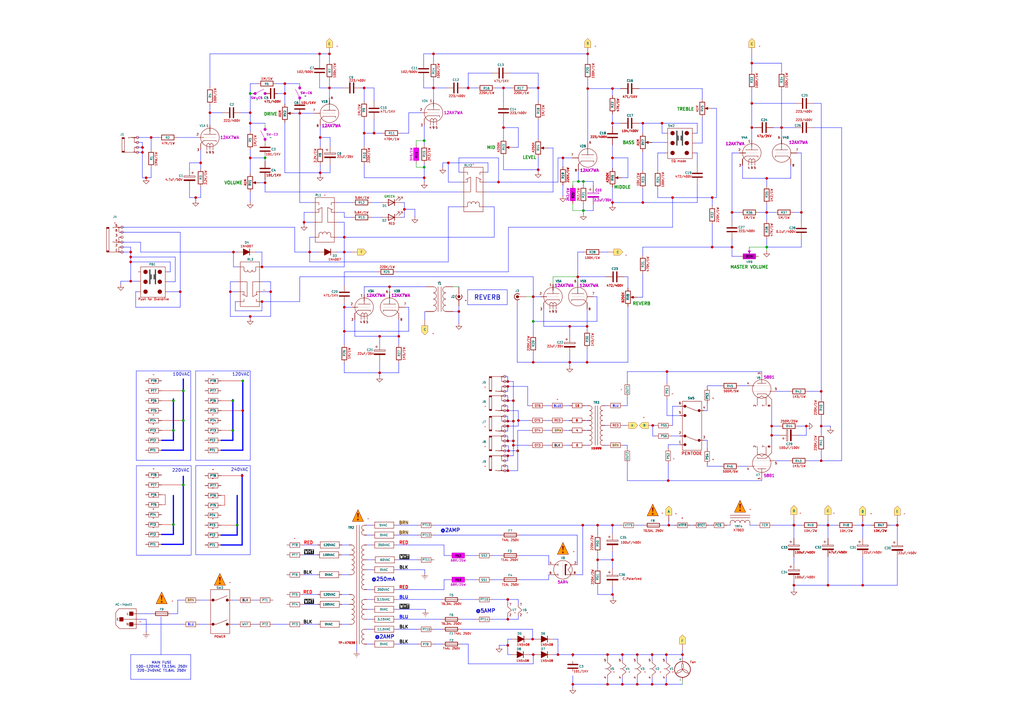
<source format=kicad_sch>
(kicad_sch (version 20231120) (generator "eeschema") (generator_version "8.0")
  (paper "A3")
  (title_block (title "Epiphone Blues Custom 30 Version 2005") (date "2024/11/02") (rev "1") (comment 1 "Creator : Geert Peeters") (comment 2 "Modifications : C3,C5,C6,C15,R15,R22,R39") (comment 3 "Added choke resistors 68R/25W") (comment 4 "Added Master Volume"))
  (junction (at 316.484 174.752) (color 194 0 0 1))
  (junction (at 122.936 46.482) (color 194 0 0 1))
  (junction (at 234.95 280.67) (color 194 0 0 1))
  (junction (at 239.268 74.422))
  (junction (at 240.792 133.858) (color 194 0 0 1))
  (junction (at 251.206 229.616) (color 194 0 0 1))
  (junction (at 239.268 86.36))
  (junction (at 208.28 164.338) (color 194 0 0 1))
  (junction (at 208.28 186.944) (color 194 0 0 1))
  (junction (at 73.914 119.634) (color 194 0 0 1))
  (junction (at 208.264 245.872) (color 194 0 0 1))
  (junction (at 314.452 73.152) (color 194 0 0 1))
  (junction (at 325.628 240.03) (color 194 0 0 1))
  (junction (at 273.304 268.478) (color 194 0 0 1))
  (junction (at 153.416 54.61) (color 194 0 0 1))
  (junction (at 325.628 215.392) (color 194 0 0 1))
  (junction (at 330.708 174.752) (color 194 0 0 1))
  (junction (at 208.28 264.668) (color 194 0 0 1))
  (junction (at 210.566 182.626) (color 194 0 0 1))
  (junction (at 300.228 101.346) (color 194 0 0 1))
  (junction (at 61.976 56.388) (color 194 0 0 1))
  (junction (at 99.568 168.402) (color 194 0 0 1))
  (junction (at 251.206 64.77) (color 194 0 0 1))
  (junction (at 127 103.378) (color 194 0 0 1))
  (junction (at 267.462 268.478) (color 194 0 0 1))
  (junction (at 177.8 22.098) (color 194 0 0 1))
  (junction (at 218.694 268.478) (color 194 0 0 1))
  (junction (at 261.366 268.478) (color 194 0 0 1))
  (junction (at 165.862 85.852) (color 194 0 0 1))
  (junction (at 108.712 64.77))
  (junction (at 149.352 54.61) (color 194 0 0 1))
  (junction (at 183.896 66.802) (color 194 0 0 1))
  (junction (at 59.944 72.898) (color 194 0 0 1))
  (junction (at 274.066 197.104) (color 194 0 0 1))
  (junction (at 218.694 131.826))
  (junction (at 107.442 123.698) (color 194 0 0 1))
  (junction (at 208.28 254) (color 194 0 0 1))
  (junction (at 274.32 215.392) (color 194 0 0 1))
  (junction (at 102.616 129.794) (color 194 0 0 1))
  (junction (at 218.694 121.6987))
  (junction (at 82.296 66.802) (color 194 0 0 1))
  (junction (at 237.236 74.422))
  (junction (at 206.502 52.324) (color 194 0 0 1))
  (junction (at 173.99 72.898) (color 194 0 0 1))
  (junction (at 53.594 103.378) (color 194 0 0 1))
  (junction (at 273.558 152.4) (color 194 0 0 1))
  (junction (at 208.28 158.496) (color 194 0 0 1))
  (junction (at 141.224 103.378) (color 194 0 0 1))
  (junction (at 188.214 127.762) (color 194 0 0 1))
  (junction (at 131.064 22.098) (color 194 0 0 1))
  (junction (at 212.344 184.912) (color 194 0 0 1))
  (junction (at 131.318 70.866) (color 194 0 0 1))
  (junction (at 97.282 215.392))
  (junction (at 173.99 68.58))
  (junction (at 212.598 172.466) (color 194 0 0 1))
  (junction (at 255.27 268.478) (color 194 0 0 1))
  (junction (at 316.484 178.562) (color 194 0 0 1))
  (junction (at 177.8 36.068) (color 194 0 0 1))
  (junction (at 163.576 137.922) (color 194 0 0 1))
  (junction (at 273.304 280.67) (color 194 0 0 1))
  (junction (at 149.352 36.068) (color 194 0 0 1))
  (junction (at 192.024 36.068) (color 194 0 0 1))
  (junction (at 53.594 115.316) (color 194 0 0 1))
  (junction (at 261.366 280.67) (color 194 0 0 1))
  (junction (at 267.462 280.67) (color 194 0 0 1))
  (junction (at 53.594 105.41) (color 194 0 0 1))
  (junction (at 53.594 107.442) (color 194 0 0 1))
  (junction (at 308.356 52.324) (color 194 0 0 1))
  (junction (at 339.598 215.392) (color 194 0 0 1))
  (junction (at 218.694 148.59) (color 194 0 0 1))
  (junction (at 155.702 152.908) (color 194 0 0 1))
  (junction (at 279.908 268.478) (color 194 0 0 1))
  (junction (at 102.616 50.546) (color 194 0 0 1))
  (junction (at 218.44 262.128) (color 194 0 0 1))
  (junction (at 75.184 198.882))
  (junction (at 75.184 160.274))
  (junction (at 308.356 25.908) (color 194 0 0 1))
  (junction (at 95.504 164.338))
  (junction (at 234.95 268.478) (color 194 0 0 1))
  (junction (at 159.766 117.602) (color 194 0 0 1))
  (junction (at 241.046 36.322) (color 194 0 0 1))
  (junction (at 251.206 215.392) (color 194 0 0 1))
  (junction (at 210.566 180.848) (color 194 0 0 1))
  (junction (at 263.652 50.546) (color 194 0 0 1))
  (junction (at 86.106 46.228) (color 194 0 0 1))
  (junction (at 263.652 83.058) (color 194 0 0 1))
  (junction (at 110.998 119.634) (color 194 0 0 1))
  (junction (at 339.598 240.03) (color 194 0 0 1))
  (junction (at 71.12 164.338))
  (junction (at 267.716 174.498) (color 194 0 0 1))
  (junction (at 336.804 174.752) (color 194 0 0 1))
  (junction (at 249.174 268.478) (color 194 0 0 1))
  (junction (at 204.47 74.676) (color 194 0 0 1))
  (junction (at 271.526 50.546) (color 194 0 0 1))
  (junction (at 241.046 22.098) (color 194 0 0 1))
  (junction (at 275.844 81.026) (color 194 0 0 1))
  (junction (at 94.488 119.634) (color 194 0 0 1))
  (junction (at 245.11 229.616) (color 194 0 0 1))
  (junction (at 141.224 135.89) (color 194 0 0 1))
  (junction (at 292.1 81.026) (color 194 0 0 1))
  (junction (at 58.42 60.452) (color 194 0 0 1))
  (junction (at 99.314 195.072) (color 194 0 0 1))
  (junction (at 155.702 137.922) (color 194 0 0 1))
  (junction (at 208.534 184.912) (color 194 0 0 1))
  (junction (at 251.206 36.322) (color 194 0 0 1))
  (junction (at 208.28 172.72) (color 194 0 0 1))
  (junction (at 236.982 113.538) (color 194 0 0 1))
  (junction (at 320.548 52.324) (color 194 0 0 1))
  (junction (at 208.28 156.464) (color 194 0 0 1))
  (junction (at 208.28 174.752) (color 194 0 0 1))
  (junction (at 210.566 164.338) (color 194 0 0 1))
  (junction (at 353.822 215.392) (color 194 0 0 1))
  (junction (at 251.206 243.84) (color 194 0 0 1))
  (junction (at 80.264 81.026) (color 194 0 0 1))
  (junction (at 368.046 215.392) (color 194 0 0 1))
  (junction (at 314.452 101.346))
  (junction (at 336.804 188.976) (color 194 0 0 1))
  (junction (at 206.502 36.068) (color 194 0 0 1))
  (junction (at 233.68 133.858) (color 194 0 0 1))
  (junction (at 308.356 42.418) (color 194 0 0 1))
  (junction (at 141.224 125.984) (color 194 0 0 1))
  (junction (at 314.452 87.122) (color 194 0 0 1))
  (junction (at 210.566 172.72) (color 194 0 0 1))
  (junction (at 208.28 193.04) (color 194 0 0 1))
  (junction (at 102.616 38.354))
  (junction (at 249.174 280.67) (color 194 0 0 1))
  (junction (at 220.726 36.068) (color 194 0 0 1))
  (junction (at 218.694 121.666) (color 194 0 0 1))
  (junction (at 245.11 215.392) (color 194 0 0 1))
  (junction (at 239.014 215.392) (color 194 0 0 1))
  (junction (at 107.442 109.474) (color 194 0 0 1))
  (junction (at 135.128 22.098) (color 194 0 0 1))
  (junction (at 95.758 103.378) (color 194 0 0 1))
  (junction (at 116.84 34.29) (color 194 0 0 1))
  (junction (at 220.726 69.596) (color 194 0 0 1))
  (junction (at 58.42 62.484) (color 194 0 0 1))
  (junction (at 240.792 148.59) (color 194 0 0 1))
  (junction (at 173.99 57.658))
  (junction (at 135.128 36.068) (color 194 0 0 1))
  (junction (at 71.12 176.53))
  (junction (at 353.822 240.03) (color 194 0 0 1))
  (junction (at 102.616 46.228) (color 194 0 0 1))
  (junction (at 116.84 38.354) (color 194 0 0 1))
  (junction (at 255.27 280.67) (color 194 0 0 1))
  (junction (at 300.228 87.122) (color 194 0 0 1))
  (junction (at 251.206 50.546) (color 194 0 0 1))
  (junction (at 108.712 74.93) (color 194 0 0 1))
  (junction (at 336.804 160.528) (color 194 0 0 1))
  (junction (at 99.568 156.21))
  (junction (at 75.184 172.466))
  (junction (at 228.854 268.478) (color 194 0 0 1))
  (junction (at 141.224 97.282) (color 194 0 0 1))
  (junction (at 208.28 168.402) (color 194 0 0 1))
  (junction (at 233.68 148.59) (color 194 0 0 1))
  (junction (at 102.616 64.77) (color 194 0 0 1))
  (junction (at 328.676 87.122) (color 194 0 0 1))
  (junction (at 95.504 176.53))
  (junction (at 131.318 56.388) (color 194 0 0 1))
  (junction (at 208.28 180.848) (color 194 0 0 1))
  (junction (at 230.886 64.77) (color 194 0 0 1))
  (junction (at 71.12 215.138))
  (junction (at 292.1 101.346) (color 194 0 0 1))
  (junction (at 251.206 83.058) (color 194 0 0 1))
  (junction (at 124.714 91.186) (color 194 0 0 1))
  (wire (pts (xy 308.356 52.324) (xy 308.356 57.658)) (stroke (width 0) (color 0 0 255 1)))
  (wire (pts (xy 189.23 84.836) (xy 183.896 84.836)) (stroke (width 0) (color 0 0 255 1)))
  (wire (pts (xy 257.556 113.538) (xy 256.032 113.538)) (stroke (width 0) (color 0 0 255 1)))
  (wire (pts (xy 57.658 103.378) (xy 95.758 103.378)) (stroke (width 0) (color 0 0 255 1)))
  (wire (pts (xy 82.296 61.468) (xy 82.296 66.802)) (stroke (width 0) (color 0 0 255 1)))
  (wire (pts (xy 206.502 52.324) (xy 206.502 56.642)) (stroke (width 0) (color 0 0 255 1)))
  (wire (pts (xy 236.474 235.712) (xy 239.014 235.712)) (stroke (width 0) (color 0 0 255 1)))
  (wire (pts (xy 234.95 280.67) (xy 234.95 281.94)) (stroke (width 0) (color 0 0 255 1)))
  (wire (pts (xy 66.294 202.946) (xy 67.818 202.946)) (stroke (width 0) (color 194 0 0 1)))
  (wire (pts (xy 183.896 74.676) (xy 183.896 66.802)) (stroke (width 0) (color 0 0 255 1)))
  (wire (pts (xy 218.694 148.59) (xy 233.68 148.59)) (stroke (width 0) (color 0 0 255 1)))
  (wire (pts (xy 162.56 215.392) (xy 171.45 215.392)) (stroke (width 0) (color 0 0 255 1)))
  (wire (pts (xy 155.702 152.908) (xy 141.224 152.908)) (stroke (width 0) (color 0 0 255 1)))
  (wire (pts (xy 320.548 29.21) (xy 320.548 25.908)) (stroke (width 0) (color 0 0 255 1)))
  (wire (pts (xy 90.678 164.338) (xy 95.504 164.338)) (stroke (width 0) (color 194 0 0 1)))
  (wire (pts (xy 226.822 113.538) (xy 236.982 113.538)))
  (wire (pts (xy 274.066 197.104) (xy 257.302 197.104)) (stroke (width 0) (color 0 0 255 1)))
  (wire (pts (xy 92.202 203.2) (xy 92.202 207.264)) (stroke (width 0) (color 194 0 0 1)))
  (wire (pts (xy 245.11 243.84) (xy 251.206 243.84)) (stroke (width 0) (color 0 0 255 1)))
  (wire (pts (xy 181.61 66.802) (xy 183.896 66.802)) (stroke (width 0) (color 0 0 255 1)))
  (wire (pts (xy 167.64 54.61) (xy 164.338 54.61)) (stroke (width 0) (color 0 0 255 1)))
  (wire (pts (xy 170.688 59.436) (xy 170.688 57.658)))
  (wire (pts (xy 162.56 249.936) (xy 174.498 249.936)) (stroke (width 0) (color 0 0 255 1)))
  (wire (pts (xy 218.694 131.826) (xy 218.694 137.16)) (stroke (width 0) (color 0 0 255 1)))
  (wire (pts (xy 90.678 156.21) (xy 99.568 156.21)) (stroke (width 0) (color 194 0 0 1)))
  (wire (pts (xy 95.758 109.474) (xy 97.536 109.474)) (stroke (width 0) (color 0 0 255 1)))
  (wire (pts (xy 162.814 229.616) (xy 171.45 229.616)) (stroke (width 0) (color 0 0 255 1)))
  (wire (pts (xy 206.502 69.596) (xy 220.726 69.596)) (stroke (width 0) (color 0 0 255 1)))
  (wire (pts (xy 97.282 203.2) (xy 97.282 215.392)) (stroke (width 0.508) (color 0 0 255 1)))
  (wire (pts (xy 218.694 121.666) (xy 218.694 121.6987)) (stroke (width 0) (color 0 0 255 1)))
  (wire (pts (xy 183.896 84.836) (xy 183.896 107.442)) (stroke (width 0) (color 0 0 255 1)))
  (wire (pts (xy 73.914 95.25) (xy 73.914 119.634)) (stroke (width 0) (color 0 0 255 1)))
  (wire (pts (xy 263.652 104.648) (xy 263.652 101.346)) (stroke (width 0) (color 0 0 255 1)))
  (wire (pts (xy 153.416 49.022) (xy 153.416 54.61)) (stroke (width 0) (color 0 0 255 1)))
  (wire (pts (xy 53.594 103.378) (xy 53.594 105.41)) (stroke (width 0) (color 0 0 255 1)))
  (wire (pts (xy 102.616 38.354) (xy 103.632 38.354)))
  (wire (pts (xy 328.676 215.392) (xy 325.628 215.392)) (stroke (width 0) (color 0 0 255 1)))
  (wire (pts (xy 66.294 184.658) (xy 75.184 184.658)) (stroke (width 0.508) (color 0 0 255 1)))
  (wire (pts (xy 326.136 42.418) (xy 308.356 42.418)) (stroke (width 0) (color 0 0 255 1)))
  (wire (pts (xy 218.694 113.538) (xy 218.694 121.666)) (stroke (width 0) (color 0 0 255 1)))
  (wire (pts (xy 239.268 74.422) (xy 239.268 75.946)) (stroke (width 0) (color 0 0 255 1)))
  (wire (pts (xy 116.84 38.354) (xy 113.792 38.354)) (stroke (width 0) (color 0 0 255 1)))
  (wire (pts (xy 155.702 137.922) (xy 163.576 137.922)) (stroke (width 0) (color 0 0 255 1)))
  (wire (pts (xy 174.752 127.762) (xy 174.244 127.762)) (stroke (width 0) (color 0 0 255 1)))
  (wire (pts (xy 290.068 158.242) (xy 290.068 158.75)) (stroke (width 0) (color 0 0 255 1)))
  (wire (pts (xy 263.652 83.058) (xy 251.206 83.058)) (stroke (width 0) (color 0 0 255 1)))
  (wire (pts (xy 135.128 36.068) (xy 135.128 40.132)) (stroke (width 0) (color 0 0 255 1)))
  (wire (pts (xy 53.594 115.316) (xy 56.642 115.316)) (stroke (width 0) (color 0 0 255 1)))
  (wire (pts (xy 251.206 76.708) (xy 251.206 83.058)) (stroke (width 0) (color 0 0 255 1)))
  (wire (pts (xy 102.616 129.794) (xy 110.998 129.794)) (stroke (width 0) (color 0 0 255 1)))
  (wire (pts (xy 150.368 223.52) (xy 152.654 223.52)) (stroke (width 0) (color 0 0 255 1)))
  (wire (pts (xy 217.17 176.53) (xy 212.344 176.53)) (stroke (width 0) (color 0 0 255 1)))
  (wire (pts (xy 316.484 178.562) (xy 316.484 183.134)) (stroke (width 0) (color 0 0 255 1)))
  (wire (pts (xy 336.804 188.976) (xy 345.186 188.976)) (stroke (width 0) (color 0 0 255 1)))
  (wire (pts (xy 61.976 56.388) (xy 61.976 61.214)) (stroke (width 0) (color 0 0 255 1)))
  (wire (pts (xy 246.888 103.378) (xy 249.174 103.378)) (stroke (width 0) (color 0 0 255 1)))
  (wire (pts (xy 68.834 115.57) (xy 71.882 115.57)) (stroke (width 0) (color 0 0 255 1)))
  (wire (pts (xy 50.038 103.378) (xy 53.594 103.378)) (stroke (width 0) (color 0 0 255 1)))
  (wire (pts (xy 234.95 75.946) (xy 234.95 74.422)))
  (wire (pts (xy 316.484 166.37) (xy 316.484 174.752)) (stroke (width 0) (color 0 0 255 1)))
  (wire (pts (xy 201.93 245.872) (xy 208.264 245.872)) (stroke (width 0) (color 0 0 255 1)))
  (wire (pts (xy 188.976 245.872) (xy 195.326 245.872)) (stroke (width 0) (color 0 0 255 1)))
  (wire (pts (xy 212.598 168.402) (xy 212.598 172.466)) (stroke (width 0) (color 0 0 255 1)))
  (wire (pts (xy 165.862 83.058) (xy 165.862 85.852)) (stroke (width 0) (color 0 0 255 1)))
  (wire (pts (xy 124.206 247.904) (xy 130.302 247.904)) (stroke (width 0) (color 0 0 255 1)))
  (wire (pts (xy 272.796 54.61) (xy 271.526 54.61)) (stroke (width 0) (color 0 0 255 1)))
  (wire (pts (xy 290.068 191.262) (xy 290.068 190.5)) (stroke (width 0) (color 0 0 255 1)))
  (wire (pts (xy 167.64 46.228) (xy 167.64 54.61)) (stroke (width 0) (color 0 0 255 1)))
  (wire (pts (xy 339.598 228.346) (xy 339.598 240.03)) (stroke (width 0) (color 0 0 255 1)))
  (wire (pts (xy 249.174 268.478) (xy 249.174 270.764)) (stroke (width 0) (color 0 0 255 1)))
  (wire (pts (xy 108.712 78.74) (xy 189.23 78.74)) (stroke (width 0) (color 0 0 255 1)))
  (wire (pts (xy 268.732 178.816) (xy 267.716 178.816)) (stroke (width 0) (color 0 0 255 1)))
  (wire (pts (xy 162.56 223.52) (xy 182.118 223.52)) (stroke (width 0) (color 0 0 255 1)))
  (wire (pts (xy 141.224 91.186) (xy 141.224 97.282)) (stroke (width 0) (color 0 0 255 1)))
  (wire (pts (xy 251.206 229.616) (xy 251.206 233.172)) (stroke (width 0) (color 0 0 255 1)))
  (wire (pts (xy 177.8 32.766) (xy 177.8 36.068)) (stroke (width 0) (color 0 0 255 1)))
  (wire (pts (xy 251.206 64.77) (xy 251.206 69.088)) (stroke (width 0) (color 0 0 255 1)))
  (wire (pts (xy 218.694 131.826) (xy 244.856 131.826)) (stroke (width 0) (color 0 0 255 1)))
  (wire (pts (xy 275.844 93.218) (xy 275.844 81.026)) (stroke (width 0) (color 0 0 255 1)))
  (wire (pts (xy 273.304 280.67) (xy 279.908 280.67)) (stroke (width 0) (color 0 0 255 1)))
  (wire (pts (xy 108.712 58.166) (xy 108.712 59.182)))
  (wire (pts (xy 267.462 280.67) (xy 273.304 280.67)) (stroke (width 0) (color 0 0 255 1)))
  (wire (pts (xy 240.03 166.37) (xy 240.792 166.37)) (stroke (width 0) (color 0 0 255 1)))
  (wire (pts (xy 208.28 166.37) (xy 208.28 168.402)) (stroke (width 0) (color 0 0 255 1)))
  (wire (pts (xy 308.356 52.324) (xy 308.356 42.418)) (stroke (width 0) (color 0 0 255 1)))
  (wire (pts (xy 307.34 101.346) (xy 314.452 101.346)))
  (wire (pts (xy 261.366 280.67) (xy 261.366 277.876)) (stroke (width 0) (color 0 0 255 1)))
  (wire (pts (xy 314.452 101.346) (xy 328.676 101.346)) (stroke (width 0) (color 0 0 255 1)))
  (wire (pts (xy 286.004 83.058) (xy 263.652 83.058)) (stroke (width 0) (color 0 0 255 1)))
  (wire (pts (xy 275.844 81.026) (xy 292.1 81.026)) (stroke (width 0) (color 0 0 255 1)))
  (wire (pts (xy 269.748 77.47) (xy 269.748 81.026)) (stroke (width 0) (color 0 0 255 1)))
  (wire (pts (xy 267.716 174.498) (xy 268.732 174.498)) (stroke (width 0) (color 0 0 255 1)))
  (wire (pts (xy 77.724 76.962) (xy 77.724 81.026)) (stroke (width 0) (color 0 0 255 1)))
  (wire (pts (xy 208.28 178.816) (xy 208.28 180.848)) (stroke (width 0) (color 0 0 255 1)))
  (wire (pts (xy 178.054 258.064) (xy 181.356 258.064)) (stroke (width 0) (color 0 0 255 1)))
  (wire (pts (xy 173.99 57.658) (xy 173.99 51.308)) (stroke (width 0) (color 0 0 255 1)))
  (wire (pts (xy 230.886 75.946) (xy 230.886 80.264)) (stroke (width 0) (color 0 0 255 1)))
  (wire (pts (xy 207.01 174.752) (xy 208.28 174.752)) (stroke (width 0) (color 0 0 255 1)))
  (wire (pts (xy 71.12 215.138) (xy 71.12 219.202)) (stroke (width 0.508) (color 0 0 255 1)))
  (wire (pts (xy 58.42 62.484) (xy 58.42 72.898)) (stroke (width 0) (color 0 0 255 1)))
  (wire (pts (xy 49.53 115.316) (xy 53.594 115.316)) (stroke (width 0) (color 0 0 255 1)))
  (wire (pts (xy 131.318 70.866) (xy 131.318 71.628)) (stroke (width 0) (color 0 0 255 1)))
  (wire (pts (xy 271.526 50.546) (xy 263.652 50.546)) (stroke (width 0) (color 0 0 255 1)))
  (wire (pts (xy 86.106 35.56) (xy 86.106 22.098)) (stroke (width 0) (color 0 0 255 1)))
  (wire (pts (xy 262.128 50.546) (xy 263.652 50.546)) (stroke (width 0) (color 0 0 255 1)))
  (wire (pts (xy 273.304 268.478) (xy 279.908 268.478)) (stroke (width 0) (color 0 0 255 1)))
  (wire (pts (xy 107.442 127.508) (xy 107.442 123.698)) (stroke (width 0) (color 0 0 255 1)))
  (wire (pts (xy 95.504 163.83) (xy 95.504 164.338)) (stroke (width 0.508) (color 0 0 255 1)))
  (wire (pts (xy 95.504 164.338) (xy 95.504 176.53)) (stroke (width 0.508) (color 0 0 255 1)))
  (wire (pts (xy 254.508 215.392) (xy 251.206 215.392)) (stroke (width 0) (color 0 0 255 1)))
  (wire (pts (xy 131.318 56.388) (xy 131.318 59.944)) (stroke (width 0) (color 0 0 255 1)))
  (wire (pts (xy 236.982 103.378) (xy 239.268 103.378)) (stroke (width 0) (color 0 0 255 1)))
  (wire (pts (xy 257.556 118.11) (xy 257.556 113.538)) (stroke (width 0) (color 0 0 255 1)))
  (wire (pts (xy 188.976 258.064) (xy 218.44 258.064)) (stroke (width 0) (color 0 0 255 1)))
  (wire (pts (xy 271.78 215.392) (xy 274.32 215.392)) (stroke (width 0) (color 0 0 255 1)))
  (wire (pts (xy 128.27 91.186) (xy 124.714 91.186)) (stroke (width 0) (color 0 0 255 1)))
  (wire (pts (xy 174.498 249.936) (xy 174.498 250.19)) (stroke (width 0) (color 0 0 255 1)))
  (wire (pts (xy 116.84 50.292) (xy 116.84 70.866)) (stroke (width 0) (color 0 0 255 1)))
  (wire (pts (xy 66.294 172.466) (xy 75.184 172.466)) (stroke (width 0) (color 194 0 0 1)))
  (wire (pts (xy 339.598 215.392) (xy 343.154 215.392)) (stroke (width 0) (color 0 0 255 1)))
  (wire (pts (xy 206.502 52.324) (xy 212.598 52.324)) (stroke (width 0) (color 0 0 255 1)))
  (wire (pts (xy 212.598 52.324) (xy 212.598 60.452)) (stroke (width 0) (color 0 0 255 1)))
  (wire (pts (xy 95.25 246.126) (xy 97.282 246.126)) (stroke (width 0) (color 0 0 255 1)))
  (wire (pts (xy 204.724 264.922) (xy 204.724 264.668)) (stroke (width 0) (color 0 0 255 1)))
  (wire (pts (xy 231.902 182.626) (xy 233.426 182.626)) (stroke (width 0) (color 0 0 255 1)))
  (wire (pts (xy 306.832 158.242) (xy 303.276 158.242)) (stroke (width 0) (color 0 0 255 1)))
  (wire (pts (xy 141.224 125.984) (xy 141.224 135.89)) (stroke (width 0) (color 0 0 255 1)))
  (wire (pts (xy 163.576 148.844) (xy 163.576 152.908)) (stroke (width 0) (color 0 0 255 1)))
  (wire (pts (xy 135.382 56.388) (xy 131.318 56.388)) (stroke (width 0) (color 0 0 255 1)))
  (wire (pts (xy 90.678 184.658) (xy 99.568 184.658)) (stroke (width 0.508) (color 0 0 255 1)))
  (wire (pts (xy 273.558 170.434) (xy 278.892 170.434)) (stroke (width 0) (color 0 0 255 1)))
  (wire (pts (xy 159.766 117.602) (xy 174.752 117.602)) (stroke (width 0) (color 0 0 255 1)))
  (wire (pts (xy 56.642 119.634) (xy 55.626 119.634)) (stroke (width 0) (color 0 0 255 1)))
  (wire (pts (xy 207.01 162.306) (xy 208.28 162.306)) (stroke (width 0) (color 0 0 255 1)))
  (wire (pts (xy 216.0448 121.6987) (xy 218.694 121.6987)))
  (wire (pts (xy 207.01 160.528) (xy 208.28 160.528)) (stroke (width 0) (color 0 0 255 1)))
  (wire (pts (xy 162.56 245.872) (xy 181.356 245.872)) (stroke (width 0) (color 0 0 255 1)))
  (wire (pts (xy 263.652 62.23) (xy 263.652 69.85)) (stroke (width 0) (color 0 0 255 1)))
  (wire (pts (xy 201.93 227.838) (xy 205.486 227.838)) (stroke (width 0) (color 0 0 255 1)))
  (wire (pts (xy 190.754 36.068) (xy 192.024 36.068)) (stroke (width 0) (color 0 0 255 1)))
  (wire (pts (xy 135.128 36.068) (xy 140.462 36.068)) (stroke (width 0) (color 0 0 255 1)))
  (wire (pts (xy 220.726 49.276) (xy 220.726 56.896)) (stroke (width 0) (color 0 0 255 1)))
  (wire (pts (xy 207.01 172.72) (xy 208.28 172.72)) (stroke (width 0) (color 0 0 255 1)))
  (wire (pts (xy 208.28 172.72) (xy 210.566 172.72)) (stroke (width 0) (color 0 0 255 1)))
  (wire (pts (xy 113.284 34.29) (xy 116.84 34.29)) (stroke (width 0) (color 0 0 255 1)))
  (wire (pts (xy 145.542 131.064) (xy 145.542 137.922)) (stroke (width 0) (color 0 0 255 1)))
  (wire (pts (xy 112.014 256.032) (xy 117.602 256.032)) (stroke (width 0) (color 0 0 255 1)))
  (wire (pts (xy 314.452 101.346) (xy 314.452 102.87)))
  (wire (pts (xy 212.598 254) (xy 212.598 252.476)) (stroke (width 0) (color 0 0 255 1)))
  (wire (pts (xy 141.224 116.84) (xy 141.224 111.506)) (stroke (width 0) (color 0 0 255 1)))
  (wire (pts (xy 273.304 268.478) (xy 273.304 270.764)) (stroke (width 0) (color 0 0 255 1)))
  (wire (pts (xy 153.416 41.402) (xy 153.416 36.068)) (stroke (width 0) (color 0 0 255 1)))
  (wire (pts (xy 208.28 168.402) (xy 212.598 168.402)) (stroke (width 0) (color 0 0 255 1)))
  (wire (pts (xy 74.93 246.126) (xy 72.898 246.126)) (stroke (width 0) (color 0 0 255 1)))
  (wire (pts (xy 240.792 148.59) (xy 257.556 148.59)) (stroke (width 0) (color 0 0 255 1)))
  (wire (pts (xy 308.356 25.908) (xy 308.356 22.098)) (stroke (width 0) (color 0 0 255 1)))
  (wire (pts (xy 239.268 86.36) (xy 239.268 87.63)) (stroke (width 0) (color 0 0 255 1)))
  (wire (pts (xy 120.65 46.482) (xy 122.936 46.482)) (stroke (width 0) (color 0 0 255 1)))
  (wire (pts (xy 261.366 268.478) (xy 261.366 270.764)) (stroke (width 0) (color 0 0 255 1)))
  (wire (pts (xy 290.068 180.594) (xy 290.068 183.896)) (stroke (width 0) (color 0 0 255 1)))
  (wire (pts (xy 284.988 54.61) (xy 286.004 54.61)) (stroke (width 0) (color 0 0 255 1)))
  (wire (pts (xy 174.244 127.762) (xy 174.244 131.064)) (stroke (width 0) (color 0 0 255 1)))
  (wire (pts (xy 339.598 215.392) (xy 339.598 213.614)) (stroke (width 0) (color 0 0 255 1)))
  (wire (pts (xy 188.214 125.476) (xy 188.214 127.762)) (stroke (width 0) (color 0 0 255 1)))
  (wire (pts (xy 263.652 121.92) (xy 261.366 121.92)) (stroke (width 0) (color 0 0 255 1)))
  (wire (pts (xy 331.47 188.976) (xy 336.804 188.976)) (stroke (width 0) (color 0 0 255 1)))
  (wire (pts (xy 225.044 237.744) (xy 213.106 237.744)) (stroke (width 0) (color 0 0 255 1)))
  (wire (pts (xy 306.832 191.262) (xy 303.276 191.262)) (stroke (width 0) (color 0 0 255 1)))
  (wire (pts (xy 141.224 89.154) (xy 144.526 89.154)) (stroke (width 0) (color 0 0 255 1)))
  (wire (pts (xy 291.846 44.45) (xy 293.878 44.45)) (stroke (width 0) (color 0 0 255 1)))
  (wire (pts (xy 201.93 237.744) (xy 205.486 237.744)) (stroke (width 0) (color 0 0 255 1)))
  (wire (pts (xy 90.678 203.2) (xy 92.202 203.2)) (stroke (width 0) (color 194 0 0 1)))
  (wire (pts (xy 178.054 215.392) (xy 239.014 215.392)) (stroke (width 0) (color 0 0 255 1)))
  (wire (pts (xy 141.224 97.282) (xy 138.176 97.282)) (stroke (width 0) (color 0 0 255 1)))
  (wire (pts (xy 107.442 115.57) (xy 110.998 115.57)) (stroke (width 0) (color 0 0 255 1)))
  (wire (pts (xy 122.936 83.058) (xy 122.936 46.482)) (stroke (width 0) (color 0 0 255 1)))
  (wire (pts (xy 90.678 223.52) (xy 99.314 223.52)) (stroke (width 0.508) (color 0 0 255 1)))
  (wire (pts (xy 257.302 152.4) (xy 273.558 152.4)) (stroke (width 0) (color 0 0 255 1)))
  (wire (pts (xy 67.818 207.01) (xy 66.294 207.01)) (stroke (width 0) (color 194 0 0 1)))
  (wire (pts (xy 110.998 115.57) (xy 110.998 119.634)) (stroke (width 0) (color 0 0 255 1)))
  (wire (pts (xy 239.014 215.392) (xy 245.11 215.392)) (stroke (width 0) (color 0 0 255 1)))
  (wire (pts (xy 336.804 160.528) (xy 336.804 163.576)) (stroke (width 0) (color 0 0 255 1)))
  (wire (pts (xy 279.908 266.7) (xy 279.908 268.478)) (stroke (width 0) (color 0 0 255 1)))
  (wire (pts (xy 86.106 51.308) (xy 86.106 46.228)) (stroke (width 0) (color 0 0 255 1)))
  (wire (pts (xy 255.27 268.478) (xy 255.27 270.764)) (stroke (width 0) (color 0 0 255 1)))
  (wire (pts (xy 207.01 166.37) (xy 208.28 166.37)) (stroke (width 0) (color 0 0 255 1)))
  (wire (pts (xy 73.914 119.634) (xy 68.834 119.634)) (stroke (width 0) (color 0 0 255 1)))
  (wire (pts (xy 251.206 50.546) (xy 254.508 50.546)) (stroke (width 0) (color 0 0 255 1)))
  (wire (pts (xy 173.736 25.146) (xy 173.736 22.098)) (stroke (width 0) (color 0 0 255 1)))
  (wire (pts (xy 257.556 72.898) (xy 257.556 64.77)) (stroke (width 0) (color 0 0 255 1)))
  (wire (pts (xy 298.196 215.392) (xy 299.466 215.392)) (stroke (width 0) (color 0 0 255 1)))
  (wire (pts (xy 255.778 174.498) (xy 256.794 174.498)) (stroke (width 0) (color 0 0 255 1)))
  (wire (pts (xy 141.224 135.89) (xy 141.224 141.224)) (stroke (width 0) (color 0 0 255 1)))
  (wire (pts (xy 170.688 67.056) (xy 170.688 68.58)))
  (wire (pts (xy 122.936 41.148) (xy 122.936 41.91)))
  (wire (pts (xy 207.01 188.976) (xy 208.28 188.976)) (stroke (width 0) (color 0 0 255 1)))
  (wire (pts (xy 244.856 121.666) (xy 243.332 121.666)) (stroke (width 0) (color 0 0 255 1)))
  (wire (pts (xy 67.818 202.946) (xy 67.818 207.01)) (stroke (width 0) (color 194 0 0 1)))
  (wire (pts (xy 162.56 233.68) (xy 174.244 233.68)) (stroke (width 0) (color 0 0 255 1)))
  (wire (pts (xy 251.206 83.058) (xy 251.206 83.82)) (stroke (width 0) (color 0 0 255 1)))
  (wire (pts (xy 223.774 176.53) (xy 225.298 176.53)) (stroke (width 0) (color 0 0 255 1)))
  (wire (pts (xy 58.42 58.42) (xy 58.42 60.452)) (stroke (width 0) (color 0 0 255 1)))
  (wire (pts (xy 339.598 215.392) (xy 339.598 220.726)) (stroke (width 0) (color 0 0 255 1)))
  (wire (pts (xy 188.976 264.16) (xy 192.024 264.16)) (stroke (width 0) (color 0 0 255 1)))
  (wire (pts (xy 163.576 131.064) (xy 163.576 137.922)) (stroke (width 0) (color 0 0 255 1)))
  (wire (pts (xy 94.488 115.57) (xy 94.488 119.634)) (stroke (width 0) (color 0 0 255 1)))
  (wire (pts (xy 212.582 245.872) (xy 212.582 247.904)) (stroke (width 0) (color 0 0 255 1)))
  (wire (pts (xy 209.55 268.478) (xy 208.28 268.478)) (stroke (width 0) (color 0 0 255 1)))
  (wire (pts (xy 108.712 74.93) (xy 106.426 74.93)) (stroke (width 0) (color 0 0 255 1)))
  (wire (pts (xy 248.158 166.37) (xy 249.174 166.37)) (stroke (width 0) (color 0 0 255 1)))
  (wire (pts (xy 304.546 67.818) (xy 304.546 73.152)) (stroke (width 0) (color 0 0 255 1)))
  (wire (pts (xy 340.614 174.752) (xy 336.804 174.752)) (stroke (width 0) (color 0 0 255 1)))
  (wire (pts (xy 206.502 36.068) (xy 206.502 41.656)) (stroke (width 0) (color 0 0 255 1)))
  (wire (pts (xy 224.536 60.706) (xy 226.822 60.706)) (stroke (width 0) (color 0 0 255 1)))
  (wire (pts (xy 278.892 166.624) (xy 275.844 166.624)) (stroke (width 0) (color 0 0 255 1)))
  (wire (pts (xy 248.158 174.498) (xy 249.174 174.498)) (stroke (width 0) (color 0 0 255 1)))
  (wire (pts (xy 141.224 103.378) (xy 144.018 103.378)) (stroke (width 0) (color 0 0 255 1)))
  (wire (pts (xy 326.898 62.738) (xy 328.676 62.738)) (stroke (width 0) (color 0 0 255 1)))
  (wire (pts (xy 218.44 258.064) (xy 218.44 262.128)) (stroke (width 0) (color 0 0 255 1)))
  (wire (pts (xy 328.676 87.122) (xy 325.374 87.122)) (stroke (width 0) (color 0 0 255 1)))
  (wire (pts (xy 288.036 36.322) (xy 288.036 40.64)) (stroke (width 0) (color 0 0 255 1)))
  (wire (pts (xy 312.42 152.4) (xy 273.558 152.4)) (stroke (width 0) (color 0 0 255 1)))
  (wire (pts (xy 273.558 152.4) (xy 273.558 156.972)) (stroke (width 0) (color 0 0 255 1)))
  (wire (pts (xy 188.214 64.77) (xy 188.214 70.612)) (stroke (width 0) (color 0 0 255 1)))
  (wire (pts (xy 192.024 272.288) (xy 218.694 272.288)) (stroke (width 0) (color 0 0 255 1)))
  (wire (pts (xy 127 97.282) (xy 127 103.378)) (stroke (width 0) (color 0 0 255 1)))
  (wire (pts (xy 149.352 72.898) (xy 173.99 72.898)) (stroke (width 0) (color 0 0 255 1)))
  (wire (pts (xy 128.27 87.122) (xy 124.714 87.122)) (stroke (width 0) (color 0 0 255 1)))
  (wire (pts (xy 210.566 182.626) (xy 210.566 186.944)) (stroke (width 0) (color 0 0 255 1)))
  (wire (pts (xy 178.054 264.16) (xy 181.356 264.16)) (stroke (width 0) (color 0 0 255 1)))
  (wire (pts (xy 165.862 85.852) (xy 165.862 89.154)) (stroke (width 0) (color 0 0 255 1)))
  (wire (pts (xy 131.318 51.562) (xy 131.318 56.388)) (stroke (width 0) (color 0 0 255 1)))
  (wire (pts (xy 81.026 56.388) (xy 72.644 56.388)) (stroke (width 0) (color 0 0 255 1)))
  (wire (pts (xy 212.598 172.466) (xy 217.17 172.466)) (stroke (width 0) (color 0 0 255 1)))
  (wire (pts (xy 208.534 184.912) (xy 207.01 184.912)) (stroke (width 0) (color 0 0 255 1)))
  (wire (pts (xy 99.568 168.402) (xy 99.568 184.658)) (stroke (width 0.508) (color 0 0 255 1)))
  (wire (pts (xy 150.368 254) (xy 152.654 254)) (stroke (width 0) (color 0 0 255 1)))
  (wire (pts (xy 73.914 125.984) (xy 73.914 119.634)) (stroke (width 0) (color 0 0 255 1)))
  (wire (pts (xy 324.358 73.152) (xy 314.452 73.152)) (stroke (width 0) (color 0 0 255 1)))
  (wire (pts (xy 308.356 52.324) (xy 309.626 52.324)) (stroke (width 0) (color 0 0 255 1)))
  (wire (pts (xy 207.01 170.688) (xy 208.28 170.688)) (stroke (width 0) (color 0 0 255 1)))
  (wire (pts (xy 138.176 91.186) (xy 141.224 91.186)) (stroke (width 0) (color 0 0 255 1)))
  (wire (pts (xy 251.206 243.84) (xy 251.46 243.84)) (stroke (width 0) (color 0 0 255 1)))
  (wire (pts (xy 290.068 158.242) (xy 295.656 158.242)) (stroke (width 0) (color 0 0 255 1)))
  (wire (pts (xy 304.546 73.152) (xy 314.452 73.152)) (stroke (width 0) (color 0 0 255 1)))
  (wire (pts (xy 212.344 176.53) (xy 212.344 184.912)) (stroke (width 0) (color 0 0 255 1)))
  (wire (pts (xy 239.268 74.422) (xy 237.236 74.422)) (stroke (width 0) (color 0 0 255 1)))
  (wire (pts (xy 275.844 174.498) (xy 275.336 174.498)) (stroke (width 0) (color 0 0 255 1)))
  (wire (pts (xy 237.236 69.85) (xy 237.236 74.422)) (stroke (width 0) (color 0 0 255 1)))
  (wire (pts (xy 220.726 36.068) (xy 220.726 41.656)) (stroke (width 0) (color 0 0 255 1)))
  (wire (pts (xy 162.56 254) (xy 181.356 254)) (stroke (width 0) (color 0 0 255 1)))
  (wire (pts (xy 223.774 172.466) (xy 225.298 172.466)) (stroke (width 0) (color 0 0 255 1)))
  (wire (pts (xy 66.294 219.202) (xy 71.12 219.202)) (stroke (width 0.508) (color 0 0 255 1)))
  (wire (pts (xy 251.206 46.736) (xy 251.206 50.546)) (stroke (width 0) (color 0 0 255 1)))
  (wire (pts (xy 99.314 195.072) (xy 99.314 194.564)) (stroke (width 0.508) (color 0 0 255 1)))
  (wire (pts (xy 173.99 59.436) (xy 173.99 57.658)) (stroke (width 0) (color 0 0 255 1)))
  (wire (pts (xy 208.28 156.464) (xy 210.566 156.464)) (stroke (width 0) (color 0 0 255 1)))
  (wire (pts (xy 188.214 127.762) (xy 188.214 132.588)) (stroke (width 0) (color 0 0 255 1)))
  (wire (pts (xy 208.28 154.432) (xy 208.28 156.464)) (stroke (width 0) (color 0 0 255 1)))
  (wire (pts (xy 141.224 87.122) (xy 141.224 89.154)) (stroke (width 0) (color 0 0 255 1)))
  (wire (pts (xy 368.046 213.868) (xy 368.046 215.392)) (stroke (width 0) (color 0 0 255 1)))
  (wire (pts (xy 314.452 101.346) (xy 314.452 98.044)) (stroke (width 0) (color 0 0 255 1)))
  (wire (pts (xy 204.47 64.77) (xy 188.214 64.77)) (stroke (width 0) (color 0 0 255 1)))
  (wire (pts (xy 77.724 69.342) (xy 77.724 66.802)) (stroke (width 0) (color 0 0 255 1)))
  (wire (pts (xy 274.066 197.104) (xy 312.42 197.104)) (stroke (width 0) (color 0 0 255 1)))
  (wire (pts (xy 72.898 251.714) (xy 70.104 251.714)) (stroke (width 0) (color 0 0 255 1)))
  (wire (pts (xy 110.998 119.634) (xy 107.442 119.634)) (stroke (width 0) (color 0 0 255 1)))
  (wire (pts (xy 191.77 227.838) (xy 195.326 227.838)) (stroke (width 0) (color 0 0 255 1)))
  (wire (pts (xy 66.294 215.138) (xy 71.12 215.138)) (stroke (width 0) (color 194 0 0 1)))
  (wire (pts (xy 233.68 133.858) (xy 240.792 133.858)) (stroke (width 0) (color 0 0 255 1)))
  (wire (pts (xy 120.904 93.218) (xy 120.904 103.378)) (stroke (width 0) (color 0 0 255 1)))
  (wire (pts (xy 223.012 133.858) (xy 233.68 133.858)) (stroke (width 0) (color 0 0 255 1)))
  (wire (pts (xy 207.01 154.432) (xy 208.28 154.432)) (stroke (width 0) (color 0 0 255 1)))
  (wire (pts (xy 163.576 152.908) (xy 155.702 152.908)) (stroke (width 0) (color 0 0 255 1)))
  (wire (pts (xy 240.792 126.746) (xy 240.792 133.858)) (stroke (width 0) (color 0 0 255 1)))
  (wire (pts (xy 199.136 74.676) (xy 204.47 74.676)) (stroke (width 0) (color 0 0 255 1)))
  (wire (pts (xy 108.712 50.546) (xy 102.616 50.546)) (stroke (width 0) (color 0 0 255 1)))
  (wire (pts (xy 150.368 215.392) (xy 152.654 215.392)) (stroke (width 0) (color 0 0 255 1)))
  (wire (pts (xy 324.358 67.818) (xy 324.358 73.152)) (stroke (width 0) (color 0 0 255 1)))
  (wire (pts (xy 286.004 54.61) (xy 286.004 50.546)) (stroke (width 0) (color 0 0 255 1)))
  (wire (pts (xy 300.228 87.122) (xy 303.53 87.122)) (stroke (width 0) (color 0 0 255 1)))
  (wire (pts (xy 325.628 240.03) (xy 339.598 240.03)) (stroke (width 0) (color 0 0 255 1)))
  (wire (pts (xy 208.534 111.506) (xy 208.534 93.218)) (stroke (width 0) (color 0 0 255 1)))
  (wire (pts (xy 257.556 64.77) (xy 251.206 64.77)) (stroke (width 0) (color 0 0 255 1)))
  (wire (pts (xy 141.224 97.282) (xy 202.692 97.282)) (stroke (width 0) (color 0 0 255 1)))
  (wire (pts (xy 150.368 233.68) (xy 152.654 233.68)) (stroke (width 0) (color 0 0 255 1)))
  (wire (pts (xy 71.12 164.338) (xy 71.12 176.53)) (stroke (width 0.508) (color 0 0 255 1)))
  (wire (pts (xy 284.988 62.738) (xy 286.004 62.738)) (stroke (width 0) (color 0 0 255 1)))
  (wire (pts (xy 231.902 172.466) (xy 233.426 172.466)) (stroke (width 0) (color 0 0 255 1)))
  (wire (pts (xy 103.886 246.126) (xy 105.41 246.126)) (stroke (width 0) (color 0 0 255 1)))
  (wire (pts (xy 155.702 148.336) (xy 155.702 152.908)) (stroke (width 0) (color 0 0 255 1)))
  (wire (pts (xy 243.332 76.2) (xy 243.332 74.422)) (stroke (width 0) (color 0 0 255 1)))
  (wire (pts (xy 336.804 174.752) (xy 336.804 177.8)) (stroke (width 0) (color 0 0 255 1)))
  (wire (pts (xy 128.27 97.282) (xy 127 97.282)) (stroke (width 0) (color 0 0 255 1)))
  (wire (pts (xy 96.52 127.508) (xy 107.442 127.508)) (stroke (width 0) (color 0 0 255 1)))
  (wire (pts (xy 82.296 81.026) (xy 80.264 81.026)) (stroke (width 0) (color 0 0 255 1)))
  (wire (pts (xy 141.224 125.984) (xy 144.272 125.984)) (stroke (width 0) (color 0 0 255 1)))
  (wire (pts (xy 255.778 182.626) (xy 257.302 182.626)) (stroke (width 0) (color 0 0 255 1)))
  (wire (pts (xy 327.406 174.752) (xy 330.708 174.752)) (stroke (width 0) (color 0 0 255 1)))
  (wire (pts (xy 141.224 111.506) (xy 154.94 111.506)) (stroke (width 0) (color 0 0 255 1)))
  (wire (pts (xy 124.206 235.712) (xy 130.048 235.712)) (stroke (width 0) (color 0 0 255 1)))
  (polyline (pts (xy 66.04 252.984) (xy 66.04 268.478)) (stroke (width 0) (color 0 0 255 1)))
  (wire (pts (xy 240.03 182.626) (xy 240.792 182.626)) (stroke (width 0) (color 0 0 255 1)))
  (wire (pts (xy 269.748 62.738) (xy 269.748 69.85)) (stroke (width 0) (color 0 0 255 1)))
  (wire (pts (xy 249.174 280.67) (xy 255.27 280.67)) (stroke (width 0) (color 0 0 255 1)))
  (wire (pts (xy 320.548 36.83) (xy 320.548 52.324)) (stroke (width 0) (color 0 0 255 1)))
  (wire (pts (xy 162.56 258.064) (xy 171.45 258.064)) (stroke (width 0) (color 0 0 255 1)))
  (wire (pts (xy 251.206 36.322) (xy 254.508 36.322)) (stroke (width 0) (color 0 0 255 1)))
  (wire (pts (xy 59.944 254) (xy 59.944 259.08)) (stroke (width 0) (color 0 0 255 1)))
  (wire (pts (xy 75.184 198.882) (xy 75.184 195.326)) (stroke (width 0.508) (color 0 0 255 1)))
  (wire (pts (xy 178.054 219.456) (xy 205.486 219.456)) (stroke (width 0) (color 0 0 255 1)))
  (wire (pts (xy 90.678 215.392) (xy 97.282 215.392)) (stroke (width 0) (color 194 0 0 1)))
  (wire (pts (xy 207.01 156.464) (xy 208.28 156.464)) (stroke (width 0) (color 0 0 255 1)))
  (wire (pts (xy 320.548 52.324) (xy 326.136 52.324)) (stroke (width 0) (color 0 0 255 1)))
  (wire (pts (xy 300.228 105.156) (xy 303.53 105.156)) (stroke (width 0) (color 0 0 255 1)))
  (wire (pts (xy 120.904 103.378) (xy 127 103.378)) (stroke (width 0) (color 0 0 255 1)))
  (wire (pts (xy 182.118 227.838) (xy 184.15 227.838)) (stroke (width 0) (color 0 0 255 1)))
  (wire (pts (xy 223.774 182.626) (xy 225.298 182.626)) (stroke (width 0) (color 0 0 255 1)))
  (wire (pts (xy 191.77 237.744) (xy 195.326 237.744)) (stroke (width 0) (color 0 0 255 1)))
  (wire (pts (xy 208.28 164.338) (xy 210.566 164.338)) (stroke (width 0) (color 0 0 255 1)))
  (wire (pts (xy 97.536 119.634) (xy 94.488 119.634)) (stroke (width 0) (color 0 0 255 1)))
  (wire (pts (xy 141.224 97.282) (xy 141.224 103.378)) (stroke (width 0) (color 0 0 255 1)))
  (wire (pts (xy 308.356 29.21) (xy 308.356 25.908)) (stroke (width 0) (color 0 0 255 1)))
  (wire (pts (xy 251.206 36.322) (xy 251.206 39.116)) (stroke (width 0) (color 0 0 255 1)))
  (wire (pts (xy 206.502 64.262) (xy 206.502 69.596)) (stroke (width 0) (color 0 0 255 1)))
  (wire (pts (xy 212.344 193.04) (xy 212.344 184.912)) (stroke (width 0) (color 0 0 255 1)))
  (wire (pts (xy 69.85 111.506) (xy 69.85 107.442)) (stroke (width 0) (color 0 0 255 1)))
  (wire (pts (xy 236.982 103.378) (xy 236.982 113.538)) (stroke (width 0) (color 0 0 255 1)))
  (wire (pts (xy 208.28 188.976) (xy 208.28 186.944)) (stroke (width 0) (color 0 0 255 1)))
  (wire (pts (xy 173.736 32.766) (xy 173.736 36.068)) (stroke (width 0) (color 0 0 255 1)))
  (wire (pts (xy 273.304 280.67) (xy 273.304 277.876)) (stroke (width 0) (color 0 0 255 1)))
  (wire (pts (xy 152.146 83.058) (xy 156.718 83.058)) (stroke (width 0) (color 0 0 255 1)))
  (wire (pts (xy 56.896 251.714) (xy 62.484 251.714)) (stroke (width 0) (color 0 0 255 1)))
  (wire (pts (xy 292.1 101.346) (xy 292.1 91.948)) (stroke (width 0) (color 0 0 255 1)))
  (wire (pts (xy 257.302 166.37) (xy 257.302 163.068)) (stroke (width 0) (color 0 0 255 1)))
  (wire (pts (xy 317.246 52.324) (xy 320.548 52.324)) (stroke (width 0) (color 0 0 255 1)))
  (wire (pts (xy 71.12 176.53) (xy 71.12 180.594)) (stroke (width 0.508) (color 0 0 255 1)))
  (wire (pts (xy 86.106 46.228) (xy 91.186 46.228)) (stroke (width 0) (color 0 0 255 1)))
  (wire (pts (xy 257.556 125.73) (xy 257.556 148.59)) (stroke (width 0) (color 0 0 255 1)))
  (wire (pts (xy 204.724 264.668) (xy 208.28 264.668)) (stroke (width 0) (color 0 0 255 1)))
  (wire (pts (xy 255.27 268.478) (xy 261.366 268.478)) (stroke (width 0) (color 0 0 255 1)))
  (wire (pts (xy 234.95 280.67) (xy 249.174 280.67)) (stroke (width 0) (color 0 0 255 1)))
  (wire (pts (xy 230.886 64.77) (xy 230.886 68.326)) (stroke (width 0) (color 0 0 255 1)))
  (wire (pts (xy 244.856 131.826) (xy 244.856 121.666)) (stroke (width 0) (color 0 0 255 1)))
  (wire (pts (xy 339.598 240.03) (xy 353.822 240.03)) (stroke (width 0) (color 0 0 255 1)))
  (wire (pts (xy 97.536 123.698) (xy 96.52 123.698)) (stroke (width 0) (color 0 0 255 1)))
  (wire (pts (xy 135.382 70.866) (xy 131.318 70.866)) (stroke (width 0) (color 0 0 255 1)))
  (wire (pts (xy 290.83 215.392) (xy 291.592 215.392)) (stroke (width 0) (color 0 0 255 1)))
  (wire (pts (xy 97.282 219.456) (xy 90.678 219.456)) (stroke (width 0.508) (color 0 0 255 1)))
  (wire (pts (xy 50.038 95.25) (xy 73.914 95.25)) (stroke (width 0) (color 0 0 255 1)))
  (wire (pts (xy 201.93 254) (xy 208.28 254)) (stroke (width 0) (color 0 0 255 1)))
  (wire (pts (xy 139.954 235.712) (xy 143.256 235.712)) (stroke (width 0) (color 0 0 255 1)))
  (wire (pts (xy 149.352 59.944) (xy 149.352 54.61)) (stroke (width 0) (color 0 0 255 1)))
  (wire (pts (xy 274.32 215.392) (xy 276.606 215.392)) (stroke (width 0) (color 0 0 255 1)))
  (wire (pts (xy 102.616 129.794) (xy 102.616 130.556)) (stroke (width 0) (color 0 0 255 1)))
  (wire (pts (xy 241.046 36.322) (xy 251.206 36.322)) (stroke (width 0) (color 0 0 255 1)))
  (wire (pts (xy 336.804 42.418) (xy 336.804 160.528)) (stroke (width 0) (color 0 0 255 1)))
  (wire (pts (xy 202.692 97.282) (xy 202.692 84.836)) (stroke (width 0) (color 0 0 255 1)))
  (wire (pts (xy 139.954 227.584) (xy 143.256 227.584)) (stroke (width 0) (color 0 0 255 1)))
  (wire (pts (xy 210.566 180.848) (xy 210.566 182.626)) (stroke (width 0) (color 0 0 255 1)))
  (wire (pts (xy 150.368 229.616) (xy 152.908 229.616)) (stroke (width 0) (color 0 0 255 1)))
  (wire (pts (xy 152.146 89.154) (xy 156.718 89.154)) (stroke (width 0) (color 0 0 255 1)))
  (wire (pts (xy 99.568 156.21) (xy 99.822 156.21)))
  (wire (pts (xy 216.408 166.37) (xy 216.408 158.496)) (stroke (width 0) (color 0 0 255 1)))
  (wire (pts (xy 208.534 93.218) (xy 275.844 93.218)) (stroke (width 0) (color 0 0 255 1)))
  (wire (pts (xy 185.832 127.762) (xy 188.214 127.762)) (stroke (width 0) (color 0 0 255 1)))
  (wire (pts (xy 233.68 133.858) (xy 233.68 137.668)) (stroke (width 0) (color 0 0 255 1)))
  (wire (pts (xy 149.352 67.564) (xy 149.352 72.898)) (stroke (width 0) (color 0 0 255 1)))
  (wire (pts (xy 267.462 58.42) (xy 272.796 58.42)) (stroke (width 0) (color 0 0 255 1)))
  (wire (pts (xy 107.442 109.474) (xy 141.224 109.474)) (stroke (width 0) (color 0 0 255 1)))
  (wire (pts (xy 210.566 156.464) (xy 210.566 164.338)) (stroke (width 0) (color 0 0 255 1)))
  (wire (pts (xy 325.628 215.392) (xy 325.628 220.726)) (stroke (width 0) (color 0 0 255 1)))
  (wire (pts (xy 267.462 268.478) (xy 273.304 268.478)) (stroke (width 0) (color 0 0 255 1)))
  (wire (pts (xy 122.936 113.538) (xy 218.694 113.538)) (stroke (width 0) (color 0 0 255 1)))
  (wire (pts (xy 328.676 62.738) (xy 328.676 87.122)) (stroke (width 0) (color 0 0 255 1)))
  (wire (pts (xy 124.206 223.52) (xy 130.302 223.52)) (stroke (width 0) (color 0 0 255 1)))
  (wire (pts (xy 148.082 36.068) (xy 149.352 36.068)) (stroke (width 0) (color 0 0 255 1)))
  (wire (pts (xy 149.352 36.068) (xy 153.416 36.068)) (stroke (width 0) (color 0 0 255 1)))
  (wire (pts (xy 307.594 215.392) (xy 310.388 215.392)) (stroke (width 0) (color 0 0 255 1)))
  (wire (pts (xy 102.616 38.354) (xy 102.616 46.228)) (stroke (width 0) (color 0 0 255 1)))
  (wire (pts (xy 308.356 42.418) (xy 308.356 36.83)) (stroke (width 0) (color 0 0 255 1)))
  (wire (pts (xy 170.18 85.852) (xy 165.862 85.852)) (stroke (width 0) (color 0 0 255 1)))
  (wire (pts (xy 183.134 36.068) (xy 177.8 36.068)) (stroke (width 0) (color 0 0 255 1)))
  (wire (pts (xy 90.678 168.402) (xy 99.568 168.402)) (stroke (width 0) (color 194 0 0 1)))
  (wire (pts (xy 149.352 49.022) (xy 149.352 54.61)) (stroke (width 0) (color 0 0 255 1)))
  (wire (pts (xy 234.95 83.566) (xy 234.95 86.36)))
  (wire (pts (xy 141.224 103.378) (xy 141.224 109.474)) (stroke (width 0) (color 0 0 255 1)))
  (wire (pts (xy 90.678 195.072) (xy 99.314 195.072)) (stroke (width 0) (color 194 0 0 1)))
  (wire (pts (xy 209.804 262.128) (xy 208.28 262.128)) (stroke (width 0) (color 0 0 255 1)))
  (wire (pts (xy 300.228 101.346) (xy 300.228 98.044)) (stroke (width 0) (color 0 0 255 1)))
  (wire (pts (xy 353.822 213.868) (xy 353.822 215.392)) (stroke (width 0) (color 0 0 255 1)))
  (wire (pts (xy 274.066 190.246) (xy 274.066 197.104)) (stroke (width 0) (color 0 0 255 1)))
  (wire (pts (xy 86.106 22.098) (xy 131.064 22.098)) (stroke (width 0) (color 0 0 255 1)))
  (wire (pts (xy 314.452 87.122) (xy 317.754 87.122)) (stroke (width 0) (color 0 0 255 1)))
  (wire (pts (xy 182.118 241.808) (xy 182.118 237.744)) (stroke (width 0) (color 0 0 255 1)))
  (wire (pts (xy 82.296 76.708) (xy 82.296 81.026)) (stroke (width 0) (color 0 0 255 1)))
  (wire (pts (xy 149.352 117.602) (xy 159.766 117.602)) (stroke (width 0) (color 0 0 255 1)))
  (wire (pts (xy 173.736 36.068) (xy 177.8 36.068)) (stroke (width 0) (color 0 0 255 1)))
  (wire (pts (xy 149.352 36.068) (xy 149.352 41.402)) (stroke (width 0) (color 0 0 255 1)))
  (wire (pts (xy 150.368 241.808) (xy 152.654 241.808)) (stroke (width 0) (color 0 0 255 1)))
  (wire (pts (xy 140.208 247.904) (xy 143.256 247.904)) (stroke (width 0) (color 0 0 255 1)))
  (wire (pts (xy 325.628 213.614) (xy 325.628 215.392)) (stroke (width 0) (color 0 0 255 1)))
  (wire (pts (xy 239.268 83.566) (xy 239.268 86.36)) (stroke (width 0) (color 0 0 255 1)))
  (wire (pts (xy 208.28 254) (xy 212.598 254)) (stroke (width 0) (color 0 0 255 1)))
  (wire (pts (xy 212.598 172.466) (xy 212.598 174.752)) (stroke (width 0) (color 0 0 255 1)))
  (wire (pts (xy 71.12 203.2) (xy 71.12 215.138)) (stroke (width 0.508) (color 0 0 255 1)))
  (wire (pts (xy 92.202 207.264) (xy 90.678 207.264)) (stroke (width 0) (color 194 0 0 1)))
  (wire (pts (xy 82.296 66.802) (xy 82.296 69.088)) (stroke (width 0) (color 0 0 255 1)))
  (wire (pts (xy 122.936 34.29) (xy 122.936 35.052)))
  (wire (pts (xy 328.676 98.298) (xy 328.676 101.346)) (stroke (width 0) (color 0 0 255 1)))
  (wire (pts (xy 108.712 73.66) (xy 108.712 74.93)) (stroke (width 0) (color 0 0 255 1)))
  (wire (pts (xy 228.854 64.77) (xy 230.886 64.77)) (stroke (width 0) (color 0 0 255 1)))
  (wire (pts (xy 263.652 77.47) (xy 263.652 83.058)) (stroke (width 0) (color 0 0 255 1)))
  (wire (pts (xy 107.442 123.698) (xy 122.936 123.698)) (stroke (width 0) (color 0 0 255 1)))
  (wire (pts (xy 105.664 34.29) (xy 102.616 34.29)) (stroke (width 0) (color 0 0 255 1)))
  (wire (pts (xy 261.366 268.478) (xy 267.462 268.478)) (stroke (width 0) (color 0 0 255 1)))
  (wire (pts (xy 312.42 153.162) (xy 312.42 152.4)) (stroke (width 0) (color 0 0 255 1)))
  (wire (pts (xy 223.012 126.746) (xy 223.012 133.858)) (stroke (width 0) (color 0 0 255 1)))
  (wire (pts (xy 204.47 74.676) (xy 228.854 74.676)) (stroke (width 0) (color 0 0 255 1)))
  (wire (pts (xy 266.954 174.498) (xy 267.716 174.498)) (stroke (width 0) (color 0 0 255 1)))
  (wire (pts (xy 336.804 185.42) (xy 336.804 188.976)) (stroke (width 0) (color 0 0 255 1)))
  (wire (pts (xy 104.902 103.378) (xy 107.442 103.378)) (stroke (width 0) (color 0 0 255 1)))
  (wire (pts (xy 108.712 74.93) (xy 108.712 78.74)) (stroke (width 0) (color 0 0 255 1)))
  (wire (pts (xy 124.714 91.186) (xy 124.714 91.948)) (stroke (width 0) (color 0 0 255 1)))
  (wire (pts (xy 110.998 129.794) (xy 110.998 119.634)) (stroke (width 0) (color 0 0 255 1)))
  (wire (pts (xy 292.1 101.346) (xy 300.228 101.346)) (stroke (width 0) (color 0 0 255 1)))
  (wire (pts (xy 66.294 160.274) (xy 75.184 160.274)) (stroke (width 0) (color 194 0 0 1)))
  (wire (pts (xy 200.152 66.802) (xy 200.152 70.612)) (stroke (width 0) (color 0 0 255 1)))
  (wire (pts (xy 316.992 215.392) (xy 325.628 215.392)) (stroke (width 0) (color 0 0 255 1)))
  (wire (pts (xy 99.568 156.21) (xy 99.568 168.402)) (stroke (width 0.508) (color 0 0 255 1)))
  (wire (pts (xy 320.548 25.908) (xy 308.356 25.908)) (stroke (width 0) (color 0 0 255 1)))
  (wire (pts (xy 331.47 160.528) (xy 336.804 160.528)) (stroke (width 0) (color 0 0 255 1)))
  (wire (pts (xy 251.206 51.816) (xy 251.206 50.546)) (stroke (width 0) (color 0 0 255 1)))
  (wire (pts (xy 226.822 60.706) (xy 226.822 78.74)) (stroke (width 0) (color 0 0 255 1)))
  (wire (pts (xy 135.382 59.944) (xy 135.382 56.388)) (stroke (width 0) (color 0 0 255 1)))
  (wire (pts (xy 56.896 254) (xy 59.944 254)) (stroke (width 0) (color 0 0 255 1)))
  (wire (pts (xy 155.702 137.922) (xy 155.702 140.716)) (stroke (width 0) (color 0 0 255 1)))
  (wire (pts (xy 336.804 171.196) (xy 336.804 174.752)) (stroke (width 0) (color 0 0 255 1)))
  (wire (pts (xy 95.758 103.378) (xy 95.758 109.474)) (stroke (width 0) (color 0 0 255 1)))
  (wire (pts (xy 140.208 223.52) (xy 143.256 223.52)) (stroke (width 0) (color 0 0 255 1)))
  (wire (pts (xy 327.406 178.562) (xy 330.708 178.562)) (stroke (width 0) (color 0 0 255 1)))
  (wire (pts (xy 210.566 164.338) (xy 210.566 172.72)) (stroke (width 0) (color 0 0 255 1)))
  (wire (pts (xy 243.332 83.82) (xy 243.332 86.36)) (stroke (width 0) (color 0 0 255 1)))
  (wire (pts (xy 141.224 124.46) (xy 141.224 125.984)) (stroke (width 0) (color 0 0 255 1)))
  (wire (pts (xy 66.294 198.882) (xy 75.184 198.882)) (stroke (width 0) (color 194 0 0 1)))
  (wire (pts (xy 212.1078 148.59) (xy 218.694 148.59)) (stroke (width 0) (color 0 0 255 1)))
  (wire (pts (xy 127 107.442) (xy 127 103.378)) (stroke (width 0) (color 0 0 255 1)))
  (wire (pts (xy 116.84 38.354) (xy 116.84 42.672)) (stroke (width 0) (color 0 0 255 1)))
  (wire (pts (xy 295.656 191.262) (xy 290.068 191.262)) (stroke (width 0) (color 0 0 255 1)))
  (wire (pts (xy 300.228 105.156) (xy 300.228 101.346)) (stroke (width 0) (color 0 0 255 1)))
  (wire (pts (xy 72.898 246.126) (xy 72.898 251.714)) (stroke (width 0) (color 0 0 255 1)))
  (wire (pts (xy 94.488 119.634) (xy 94.488 129.794)) (stroke (width 0) (color 0 0 255 1)))
  (wire (pts (xy 203.2 36.068) (xy 206.502 36.068)) (stroke (width 0) (color 0 0 255 1)))
  (wire (pts (xy 150.368 258.064) (xy 152.654 258.064)) (stroke (width 0) (color 0 0 255 1)))
  (wire (pts (xy 185.832 117.602) (xy 188.214 117.602)))
  (wire (pts (xy 233.68 148.59) (xy 233.68 150.114)) (stroke (width 0) (color 0 0 255 1)))
  (wire (pts (xy 173.736 22.098) (xy 177.8 22.098)) (stroke (width 0) (color 0 0 255 1)))
  (wire (pts (xy 145.542 137.922) (xy 155.702 137.922)) (stroke (width 0) (color 0 0 255 1)))
  (wire (pts (xy 278.892 182.372) (xy 274.066 182.372)) (stroke (width 0) (color 0 0 255 1)))
  (wire (pts (xy 170.688 68.58) (xy 173.99 68.58)))
  (wire (pts (xy 245.11 229.616) (xy 251.206 229.616)) (stroke (width 0) (color 0 0 255 1)))
  (wire (pts (xy 208.28 160.528) (xy 208.28 158.496)) (stroke (width 0) (color 0 0 255 1)))
  (wire (pts (xy 216.408 166.37) (xy 217.17 166.37)) (stroke (width 0) (color 0 0 255 1)))
  (wire (pts (xy 124.206 227.584) (xy 130.048 227.584)) (stroke (width 0) (color 0 0 255 1)))
  (wire (pts (xy 159.766 117.602) (xy 159.766 119.634)) (stroke (width 0) (color 0 0 255 1)))
  (wire (pts (xy 273.558 170.434) (xy 273.558 163.576)) (stroke (width 0) (color 0 0 255 1)))
  (wire (pts (xy 269.748 81.026) (xy 275.844 81.026)) (stroke (width 0) (color 0 0 255 1)))
  (wire (pts (xy 164.338 83.058) (xy 165.862 83.058)) (stroke (width 0) (color 0 0 255 1)))
  (wire (pts (xy 141.224 152.908) (xy 141.224 148.844)) (stroke (width 0) (color 0 0 255 1)))
  (wire (pts (xy 330.708 178.562) (xy 330.708 174.752)) (stroke (width 0) (color 0 0 255 1)))
  (wire (pts (xy 128.27 83.058) (xy 122.936 83.058)) (stroke (width 0) (color 0 0 255 1)))
  (wire (pts (xy 146.304 264.16) (xy 146.304 266.954)) (stroke (width 0) (color 0 0 255 1)))
  (wire (pts (xy 188.214 117.602) (xy 188.214 117.856)) (stroke (width 0) (color 0 0 255 1)))
  (wire (pts (xy 75.184 198.882) (xy 75.184 223.266)) (stroke (width 0.508) (color 0 0 255 1)))
  (wire (pts (xy 279.908 268.478) (xy 279.908 270.002)) (stroke (width 0) (color 0 0 255 1)))
  (wire (pts (xy 345.186 52.324) (xy 345.186 188.976)) (stroke (width 0) (color 0 0 255 1)))
  (wire (pts (xy 56.388 62.484) (xy 58.42 62.484)) (stroke (width 0) (color 0 0 255 1)))
  (wire (pts (xy 173.99 72.898) (xy 173.99 74.676)) (stroke (width 0) (color 0 0 255 1)))
  (wire (pts (xy 162.56 219.456) (xy 171.45 219.456)) (stroke (width 0) (color 0 0 255 1)))
  (wire (pts (xy 131.064 25.146) (xy 131.064 22.098)) (stroke (width 0) (color 0 0 255 1)))
  (wire (pts (xy 350.774 215.392) (xy 353.822 215.392)) (stroke (width 0) (color 0 0 255 1)))
  (wire (pts (xy 245.11 229.616) (xy 245.11 232.918)) (stroke (width 0) (color 0 0 255 1)))
  (wire (pts (xy 207.01 178.816) (xy 208.28 178.816)) (stroke (width 0) (color 0 0 255 1)))
  (wire (pts (xy 220.726 64.516) (xy 220.726 69.596)) (stroke (width 0) (color 0 0 255 1)))
  (wire (pts (xy 71.882 115.57) (xy 71.882 105.41)) (stroke (width 0) (color 0 0 255 1)))
  (wire (pts (xy 223.774 166.37) (xy 225.298 166.37)) (stroke (width 0) (color 0 0 255 1)))
  (wire (pts (xy 174.244 233.68) (xy 174.244 234.95)) (stroke (width 0) (color 0 0 255 1)))
  (wire (pts (xy 124.206 243.84) (xy 130.302 243.84)) (stroke (width 0) (color 0 0 255 1)))
  (wire (pts (xy 95.25 256.032) (xy 97.282 256.032)) (stroke (width 0) (color 0 0 255 1)))
  (wire (pts (xy 311.15 87.122) (xy 314.452 87.122)) (stroke (width 0) (color 0 0 255 1)))
  (wire (pts (xy 267.462 268.478) (xy 267.462 270.764)) (stroke (width 0) (color 0 0 255 1)))
  (wire (pts (xy 206.502 36.068) (xy 209.804 36.068)) (stroke (width 0) (color 0 0 255 1)))
  (wire (pts (xy 77.724 66.802) (xy 82.296 66.802)) (stroke (width 0) (color 0 0 255 1)))
  (wire (pts (xy 262.128 36.322) (xy 288.036 36.322)) (stroke (width 0) (color 0 0 255 1)))
  (wire (pts (xy 69.85 107.442) (xy 53.594 107.442)) (stroke (width 0) (color 0 0 255 1)))
  (wire (pts (xy 320.548 52.324) (xy 320.548 56.388)) (stroke (width 0) (color 0 0 255 1)))
  (wire (pts (xy 71.12 163.576) (xy 71.12 164.338)) (stroke (width 0.508) (color 0 0 255 1)))
  (wire (pts (xy 167.64 135.89) (xy 141.224 135.89)) (stroke (width 0) (color 0 0 255 1)))
  (wire (pts (xy 213.106 219.456) (xy 236.728 219.456)) (stroke (width 0) (color 0 0 255 1)))
  (wire (pts (xy 368.046 215.392) (xy 368.3 215.392)) (stroke (width 0) (color 0 0 255 1)))
  (wire (pts (xy 182.118 223.52) (xy 182.118 227.838)) (stroke (width 0) (color 0 0 255 1)))
  (wire (pts (xy 300.228 62.738) (xy 303.276 62.738)) (stroke (width 0) (color 0 0 255 1)))
  (wire (pts (xy 245.11 215.392) (xy 245.11 219.202)) (stroke (width 0) (color 0 0 255 1)))
  (wire (pts (xy 208.28 158.496) (xy 216.408 158.496)) (stroke (width 0) (color 0 0 255 1)))
  (wire (pts (xy 314.452 83.82) (xy 314.452 87.122)) (stroke (width 0) (color 0 0 255 1)))
  (wire (pts (xy 233.68 148.59) (xy 233.68 145.288)) (stroke (width 0) (color 0 0 255 1)))
  (wire (pts (xy 212.344 184.912) (xy 208.534 184.912)) (stroke (width 0) (color 0 0 255 1)))
  (wire (pts (xy 228.854 262.128) (xy 228.854 268.478)) (stroke (width 0) (color 0 0 255 1)))
  (wire (pts (xy 207.01 193.04) (xy 208.28 193.04)) (stroke (width 0) (color 0 0 255 1)))
  (wire (pts (xy 218.694 144.78) (xy 218.694 148.59)) (stroke (width 0) (color 0 0 255 1)))
  (wire (pts (xy 208.264 245.872) (xy 212.582 245.872)) (stroke (width 0) (color 0 0 255 1)))
  (wire (pts (xy 173.99 72.898) (xy 173.99 68.58)) (stroke (width 0) (color 0 0 255 1)))
  (wire (pts (xy 319.786 178.562) (xy 316.484 178.562)) (stroke (width 0) (color 0 0 255 1)))
  (wire (pts (xy 245.11 226.822) (xy 245.11 229.616)) (stroke (width 0) (color 0 0 255 1)))
  (wire (pts (xy 336.804 42.418) (xy 333.756 42.418)) (stroke (width 0) (color 0 0 255 1)))
  (wire (pts (xy 312.42 196.342) (xy 312.42 197.104)) (stroke (width 0) (color 0 0 255 1)))
  (wire (pts (xy 53.594 107.442) (xy 53.594 115.316)) (stroke (width 0) (color 0 0 255 1)))
  (wire (pts (xy 251.206 59.436) (xy 251.206 64.77)) (stroke (width 0) (color 0 0 255 1)))
  (wire (pts (xy 220.726 70.358) (xy 220.726 69.596)) (stroke (width 0) (color 0 0 255 1)))
  (wire (pts (xy 50.038 101.346) (xy 53.594 101.346)) (stroke (width 0) (color 0 0 255 1)))
  (wire (pts (xy 75.184 223.266) (xy 66.294 223.266)) (stroke (width 0.508) (color 0 0 255 1)))
  (wire (pts (xy 228.854 74.676) (xy 228.854 64.77)) (stroke (width 0) (color 0 0 255 1)))
  (wire (pts (xy 336.296 215.392) (xy 339.598 215.392)) (stroke (width 0) (color 0 0 255 1)))
  (wire (pts (xy 208.28 180.848) (xy 210.566 180.848)) (stroke (width 0) (color 0 0 255 1)))
  (wire (pts (xy 124.714 87.122) (xy 124.714 91.186)) (stroke (width 0) (color 0 0 255 1)))
  (wire (pts (xy 231.902 176.53) (xy 233.426 176.53)) (stroke (width 0) (color 0 0 255 1)))
  (wire (pts (xy 149.352 120.904) (xy 149.352 117.602)) (stroke (width 0) (color 0 0 255 1)))
  (wire (pts (xy 66.294 164.338) (xy 71.12 164.338)) (stroke (width 0) (color 194 0 0 1)))
  (wire (pts (xy 135.128 25.146) (xy 135.128 22.098)) (stroke (width 0) (color 0 0 255 1)))
  (wire (pts (xy 290.068 165.354) (xy 290.068 168.402)) (stroke (width 0) (color 0 0 255 1)))
  (wire (pts (xy 240.03 176.53) (xy 240.792 176.53)) (stroke (width 0) (color 0 0 255 1)))
  (wire (pts (xy 90.678 180.594) (xy 95.504 180.594)) (stroke (width 0.508) (color 0 0 255 1)))
  (wire (pts (xy 162.56 241.808) (xy 182.118 241.808)) (stroke (width 0) (color 0 0 255 1)))
  (wire (pts (xy 141.224 103.378) (xy 138.176 103.378)) (stroke (width 0) (color 0 0 255 1)))
  (wire (pts (xy 95.504 176.53) (xy 95.504 180.594)) (stroke (width 0.508) (color 0 0 255 1)))
  (wire (pts (xy 81.534 246.126) (xy 85.344 246.126)) (stroke (width 0) (color 0 0 255 1)))
  (wire (pts (xy 364.998 215.392) (xy 368.046 215.392)) (stroke (width 0) (color 0 0 255 1)))
  (wire (pts (xy 210.566 182.626) (xy 217.17 182.626)) (stroke (width 0) (color 0 0 255 1)))
  (wire (pts (xy 204.47 74.676) (xy 204.47 64.77)) (stroke (width 0) (color 0 0 255 1)))
  (wire (pts (xy 66.294 180.594) (xy 71.12 180.594)) (stroke (width 0.508) (color 0 0 255 1)))
  (wire (pts (xy 234.95 268.478) (xy 249.174 268.478)) (stroke (width 0) (color 0 0 255 1)))
  (wire (pts (xy 255.27 280.67) (xy 255.27 277.876)) (stroke (width 0) (color 0 0 255 1)))
  (wire (pts (xy 245.11 240.538) (xy 245.11 243.84)) (stroke (width 0) (color 0 0 255 1)))
  (wire (pts (xy 96.52 123.698) (xy 96.52 127.508)) (stroke (width 0) (color 0 0 255 1)))
  (wire (pts (xy 53.594 105.41) (xy 53.594 107.442)) (stroke (width 0) (color 0 0 255 1)))
  (wire (pts (xy 236.982 113.538) (xy 236.982 115.316)) (stroke (width 0) (color 0 0 255 1)))
  (wire (pts (xy 236.982 113.538) (xy 248.412 113.538)) (stroke (width 0) (color 0 0 255 1)))
  (wire (pts (xy 210.566 180.848) (xy 210.566 172.72)) (stroke (width 0) (color 0 0 255 1)))
  (wire (pts (xy 53.594 101.346) (xy 53.594 103.378)) (stroke (width 0) (color 0 0 255 1)))
  (wire (pts (xy 202.692 84.836) (xy 199.136 84.836)) (stroke (width 0) (color 0 0 255 1)))
  (wire (pts (xy 102.616 34.29) (xy 102.616 38.354)) (stroke (width 0) (color 0 0 255 1)))
  (wire (pts (xy 208.28 252.476) (xy 208.28 254)) (stroke (width 0) (color 0 0 255 1)))
  (wire (pts (xy 75.184 172.466) (xy 75.184 184.658)) (stroke (width 0.508) (color 0 0 255 1)))
  (wire (pts (xy 55.626 119.634) (xy 55.626 125.984)) (stroke (width 0) (color 0 0 255 1)))
  (wire (pts (xy 172.72 46.228) (xy 167.64 46.228)) (stroke (width 0) (color 0 0 255 1)))
  (wire (pts (xy 292.1 81.026) (xy 292.1 84.328)) (stroke (width 0) (color 0 0 255 1)))
  (wire (pts (xy 217.424 36.068) (xy 220.726 36.068)) (stroke (width 0) (color 0 0 255 1)))
  (wire (pts (xy 257.302 182.626) (xy 257.302 183.642)) (stroke (width 0) (color 0 0 255 1)))
  (wire (pts (xy 261.366 280.67) (xy 267.462 280.67)) (stroke (width 0) (color 0 0 255 1)))
  (wire (pts (xy 226.822 116.586) (xy 226.822 113.538)))
  (wire (pts (xy 150.368 245.872) (xy 152.654 245.872)) (stroke (width 0) (color 0 0 255 1)))
  (wire (pts (xy 128.778 46.482) (xy 122.936 46.482)) (stroke (width 0) (color 0 0 255 1)))
  (wire (pts (xy 153.416 54.61) (xy 156.718 54.61)) (stroke (width 0) (color 0 0 255 1)))
  (wire (pts (xy 233.68 148.59) (xy 240.792 148.59)) (stroke (width 0) (color 0 0 255 1)))
  (wire (pts (xy 212.598 60.452) (xy 210.312 60.452)) (stroke (width 0) (color 0 0 255 1)))
  (wire (pts (xy 267.716 178.816) (xy 267.716 174.498)) (stroke (width 0) (color 0 0 255 1)))
  (wire (pts (xy 225.044 227.838) (xy 225.044 231.648)) (stroke (width 0) (color 0 0 255 1)))
  (wire (pts (xy 207.01 182.88) (xy 208.534 182.88)) (stroke (width 0) (color 0 0 255 1)))
  (wire (pts (xy 177.8 22.098) (xy 177.8 25.146)) (stroke (width 0) (color 0 0 255 1)))
  (wire (pts (xy 192.024 36.068) (xy 195.58 36.068)) (stroke (width 0) (color 0 0 255 1)))
  (wire (pts (xy 333.756 52.324) (xy 345.186 52.324)) (stroke (width 0) (color 0 0 255 1)))
  (wire (pts (xy 75.184 160.274) (xy 75.184 172.466)) (stroke (width 0.508) (color 0 0 255 1)))
  (wire (pts (xy 127 103.378) (xy 130.556 103.378)) (stroke (width 0) (color 0 0 255 1)))
  (wire (pts (xy 162.56 111.506) (xy 208.534 111.506)) (stroke (width 0) (color 0 0 255 1)))
  (wire (pts (xy 288.798 180.594) (xy 290.068 180.594)) (stroke (width 0) (color 0 0 255 1)))
  (wire (pts (xy 208.28 170.688) (xy 208.28 172.72)) (stroke (width 0) (color 0 0 255 1)))
  (wire (pts (xy 275.336 178.816) (xy 278.892 178.816)) (stroke (width 0) (color 0 0 255 1)))
  (wire (pts (xy 68.834 111.506) (xy 69.85 111.506)) (stroke (width 0) (color 0 0 255 1)))
  (wire (pts (xy 102.616 61.468) (xy 102.616 64.77)) (stroke (width 0) (color 0 0 255 1)))
  (wire (pts (xy 279.908 279.4) (xy 279.908 280.67)))
  (wire (pts (xy 251.206 226.314) (xy 251.206 229.616)) (stroke (width 0) (color 0 0 255 1)))
  (wire (pts (xy 181.61 68.58) (xy 181.61 66.802)) (stroke (width 0) (color 0 0 255 1)))
  (wire (pts (xy 248.158 182.626) (xy 249.174 182.626)) (stroke (width 0) (color 0 0 255 1)))
  (wire (pts (xy 135.128 32.766) (xy 135.128 36.068)) (stroke (width 0) (color 0 0 255 1)))
  (wire (pts (xy 227.076 262.128) (xy 228.854 262.128)) (stroke (width 0) (color 0 0 255 1)))
  (wire (pts (xy 340.614 175.26) (xy 340.614 174.752)) (stroke (width 0) (color 0 0 255 1)))
  (wire (pts (xy 325.628 228.346) (xy 325.628 230.886)) (stroke (width 0) (color 0 0 255 1)))
  (wire (pts (xy 50.038 99.314) (xy 57.658 99.314)) (stroke (width 0) (color 0 0 255 1)))
  (wire (pts (xy 189.23 74.676) (xy 183.896 74.676)) (stroke (width 0) (color 0 0 255 1)))
  (wire (pts (xy 102.616 46.228) (xy 98.806 46.228)) (stroke (width 0) (color 0 0 255 1)))
  (wire (pts (xy 284.988 58.674) (xy 288.036 58.674)) (stroke (width 0) (color 0 0 255 1)))
  (wire (pts (xy 138.176 83.058) (xy 144.526 83.058)) (stroke (width 0) (color 0 0 255 1)))
  (wire (pts (xy 150.368 249.936) (xy 152.654 249.936)) (stroke (width 0) (color 0 0 255 1)))
  (wire (pts (xy 293.878 81.026) (xy 292.1 81.026)) (stroke (width 0) (color 0 0 255 1)))
  (wire (pts (xy 170.688 57.658) (xy 173.99 57.658)))
  (wire (pts (xy 328.676 87.122) (xy 328.676 90.678)) (stroke (width 0) (color 0 0 255 1)))
  (wire (pts (xy 325.628 241.554) (xy 325.628 240.03)) (stroke (width 0) (color 0 0 255 1)))
  (wire (pts (xy 255.778 166.37) (xy 257.302 166.37)) (stroke (width 0) (color 0 0 255 1)))
  (wire (pts (xy 66.294 176.53) (xy 71.12 176.53)) (stroke (width 0) (color 194 0 0 1)))
  (wire (pts (xy 239.268 86.36) (xy 243.332 86.36)) (stroke (width 0) (color 0 0 255 1)))
  (wire (pts (xy 57.658 99.314) (xy 57.658 103.378)) (stroke (width 0) (color 0 0 255 1)))
  (wire (pts (xy 217.424 262.128) (xy 218.44 262.128)) (stroke (width 0) (color 0 0 255 1)))
  (wire (pts (xy 207.01 168.402) (xy 208.28 168.402)) (stroke (width 0) (color 0 0 255 1)))
  (wire (pts (xy 212.1078 125.6357) (xy 212.1078 148.59)) (stroke (width 0) (color 0 0 255 1)))
  (wire (pts (xy 163.576 137.922) (xy 163.576 141.224)) (stroke (width 0) (color 0 0 255 1)))
  (wire (pts (xy 75.184 155.448) (xy 75.184 160.274)) (stroke (width 0.508) (color 0 0 255 1)))
  (wire (pts (xy 97.536 115.57) (xy 94.488 115.57)) (stroke (width 0) (color 0 0 255 1)))
  (wire (pts (xy 213.106 227.838) (xy 225.044 227.838)) (stroke (width 0) (color 0 0 255 1)))
  (wire (pts (xy 192.024 29.972) (xy 192.024 36.068)) (stroke (width 0) (color 0 0 255 1)))
  (wire (pts (xy 319.786 174.752) (xy 316.484 174.752)) (stroke (width 0) (color 0 0 255 1)))
  (wire (pts (xy 243.332 74.422) (xy 239.268 74.422)) (stroke (width 0) (color 0 0 255 1)))
  (wire (pts (xy 208.28 193.04) (xy 212.344 193.04)) (stroke (width 0) (color 0 0 255 1)))
  (wire (pts (xy 208.28 162.306) (xy 208.28 164.338)) (stroke (width 0) (color 0 0 255 1)))
  (wire (pts (xy 200.152 70.612) (xy 199.136 70.612)) (stroke (width 0) (color 0 0 255 1)))
  (wire (pts (xy 255.27 280.67) (xy 261.366 280.67)) (stroke (width 0) (color 0 0 255 1)))
  (wire (pts (xy 188.214 70.612) (xy 189.23 70.612)) (stroke (width 0) (color 0 0 255 1)))
  (wire (pts (xy 261.112 215.392) (xy 264.16 215.392)) (stroke (width 0) (color 0 0 255 1)))
  (wire (pts (xy 249.174 268.478) (xy 255.27 268.478)) (stroke (width 0) (color 0 0 255 1)))
  (wire (pts (xy 155.702 154.178) (xy 155.702 152.908)) (stroke (width 0) (color 0 0 255 1)))
  (wire (pts (xy 218.694 121.666) (xy 221.742 121.666)) (stroke (width 0) (color 0 0 255 1)))
  (wire (pts (xy 314.452 73.152) (xy 314.452 76.2)) (stroke (width 0) (color 0 0 255 1)))
  (wire (pts (xy 182.118 237.744) (xy 184.15 237.744)) (stroke (width 0) (color 0 0 255 1)))
  (wire (pts (xy 249.174 280.67) (xy 249.174 277.876)) (stroke (width 0) (color 0 0 255 1)))
  (wire (pts (xy 240.792 133.858) (xy 240.792 135.382)) (stroke (width 0) (color 0 0 255 1)))
  (wire (pts (xy 108.712 64.77) (xy 108.712 66.04)) (stroke (width 0) (color 0 0 255 1)))
  (wire (pts (xy 314.452 87.122) (xy 314.452 90.424)) (stroke (width 0) (color 0 0 255 1)))
  (wire (pts (xy 107.442 103.378) (xy 107.442 109.474)) (stroke (width 0) (color 0 0 255 1)))
  (wire (pts (xy 207.01 180.848) (xy 208.28 180.848)) (stroke (width 0) (color 0 0 255 1)))
  (wire (pts (xy 135.382 67.564) (xy 135.382 70.866)) (stroke (width 0) (color 0 0 255 1)))
  (wire (pts (xy 59.944 72.898) (xy 61.976 72.898)) (stroke (width 0) (color 0 0 255 1)))
  (wire (pts (xy 353.822 240.03) (xy 368.046 240.03)) (stroke (width 0) (color 0 0 255 1)))
  (wire (pts (xy 50.038 93.218) (xy 120.904 93.218)) (stroke (width 0) (color 0 0 255 1)))
  (wire (pts (xy 241.046 58.42) (xy 241.046 36.322)) (stroke (width 0) (color 0 0 255 1)))
  (wire (pts (xy 208.28 264.668) (xy 208.28 268.478)) (stroke (width 0) (color 0 0 255 1)))
  (wire (pts (xy 290.068 168.402) (xy 288.798 168.402)) (stroke (width 0) (color 0 0 255 1)))
  (wire (pts (xy 166.116 125.984) (xy 167.64 125.984)) (stroke (width 0) (color 0 0 255 1)))
  (wire (pts (xy 55.626 125.984) (xy 73.914 125.984)) (stroke (width 0) (color 0 0 255 1)))
  (wire (pts (xy 274.066 182.372) (xy 274.066 183.642)) (stroke (width 0) (color 0 0 255 1)))
  (wire (pts (xy 173.99 68.58) (xy 173.99 67.056)) (stroke (width 0) (color 0 0 255 1)))
  (wire (pts (xy 167.64 125.984) (xy 167.64 135.89)) (stroke (width 0) (color 0 0 255 1)))
  (wire (pts (xy 131.064 36.068) (xy 135.128 36.068)) (stroke (width 0) (color 0 0 255 1)))
  (wire (pts (xy 131.318 67.564) (xy 131.318 70.866)) (stroke (width 0) (color 0 0 255 1)))
  (wire (pts (xy 103.886 256.032) (xy 105.41 256.032)) (stroke (width 0) (color 0 0 255 1)))
  (wire (pts (xy 209.296 29.972) (xy 220.726 29.972)) (stroke (width 0) (color 0 0 255 1)))
  (wire (pts (xy 149.352 54.61) (xy 153.416 54.61)) (stroke (width 0) (color 0 0 255 1)))
  (wire (pts (xy 251.206 215.392) (xy 245.11 215.392)) (stroke (width 0) (color 0 0 255 1)))
  (wire (pts (xy 300.228 87.122) (xy 300.228 90.424)) (stroke (width 0) (color 0 0 255 1)))
  (wire (pts (xy 192.024 264.16) (xy 192.024 272.288)) (stroke (width 0) (color 0 0 255 1)))
  (wire (pts (xy 239.014 215.392) (xy 239.014 235.712)) (stroke (width 0) (color 0 0 255 1)))
  (wire (pts (xy 300.228 62.738) (xy 300.228 87.122)) (stroke (width 0) (color 0 0 255 1)))
  (wire (pts (xy 61.976 56.388) (xy 65.024 56.388)) (stroke (width 0) (color 0 0 255 1)))
  (wire (pts (xy 207.01 191.008) (xy 208.28 191.008)) (stroke (width 0) (color 0 0 255 1)))
  (wire (pts (xy 102.616 64.77) (xy 102.616 71.12)) (stroke (width 0) (color 0 0 255 1)))
  (wire (pts (xy 251.206 240.792) (xy 251.206 243.84)) (stroke (width 0) (color 0 0 255 1)))
  (wire (pts (xy 99.314 223.52) (xy 99.314 195.072)) (stroke (width 0.508) (color 0 0 255 1)))
  (wire (pts (xy 183.896 66.802) (xy 200.152 66.802)) (stroke (width 0) (color 0 0 255 1)))
  (wire (pts (xy 251.206 215.392) (xy 251.206 218.694)) (stroke (width 0) (color 0 0 255 1)))
  (wire (pts (xy 108.712 50.546) (xy 108.712 52.07)))
  (wire (pts (xy 286.004 75.692) (xy 286.004 83.058)) (stroke (width 0) (color 0 0 255 1)))
  (wire (pts (xy 263.652 50.546) (xy 263.652 54.61)) (stroke (width 0) (color 0 0 255 1)))
  (wire (pts (xy 183.896 107.442) (xy 127 107.442)) (stroke (width 0) (color 0 0 255 1)))
  (wire (pts (xy 94.488 129.794) (xy 102.616 129.794)) (stroke (width 0) (color 0 0 255 1)))
  (wire (pts (xy 138.176 87.122) (xy 141.224 87.122)) (stroke (width 0) (color 0 0 255 1)))
  (wire (pts (xy 208.534 182.88) (xy 208.534 184.912)) (stroke (width 0) (color 0 0 255 1)))
  (wire (pts (xy 286.004 62.738) (xy 286.004 68.072)) (stroke (width 0) (color 0 0 255 1)))
  (wire (pts (xy 102.616 50.546) (xy 102.616 53.848)) (stroke (width 0) (color 0 0 255 1)))
  (wire (pts (xy 218.694 272.288) (xy 218.694 268.478)) (stroke (width 0) (color 0 0 255 1)))
  (wire (pts (xy 234.95 277.114) (xy 234.95 280.67)) (stroke (width 0) (color 0 0 255 1)))
  (wire (pts (xy 150.368 219.456) (xy 152.654 219.456)) (stroke (width 0) (color 0 0 255 1)))
  (wire (pts (xy 353.822 215.392) (xy 357.378 215.392)) (stroke (width 0) (color 0 0 255 1)))
  (wire (pts (xy 241.046 25.146) (xy 241.046 22.098)) (stroke (width 0) (color 0 0 255 1)))
  (wire (pts (xy 56.896 256.032) (xy 74.93 256.032)) (stroke (width 0) (color 0 0 255 1)))
  (wire (pts (xy 58.42 72.898) (xy 59.944 72.898)) (stroke (width 0) (color 0 0 255 1)))
  (wire (pts (xy 99.314 195.072) (xy 99.314 194.564)) (stroke (width 0) (color 0 0 255 1)))
  (wire (pts (xy 272.796 62.738) (xy 269.748 62.738)) (stroke (width 0) (color 0 0 255 1)))
  (wire (pts (xy 318.262 160.528) (xy 323.85 160.528)) (stroke (width 0) (color 0 0 255 1)))
  (wire (pts (xy 251.46 243.84) (xy 251.46 245.11)) (stroke (width 0) (color 0 0 255 1)))
  (wire (pts (xy 61.976 72.898) (xy 61.976 68.834)) (stroke (width 0) (color 0 0 255 1)))
  (wire (pts (xy 71.882 105.41) (xy 53.594 105.41)) (stroke (width 0) (color 0 0 255 1)))
  (wire (pts (xy 257.302 152.4) (xy 257.302 156.464)) (stroke (width 0) (color 0 0 255 1)))
  (wire (pts (xy 274.32 213.868) (xy 274.32 215.392)) (stroke (width 0) (color 0 0 255 1)))
  (wire (pts (xy 208.264 245.872) (xy 208.264 247.904)) (stroke (width 0) (color 0 0 255 1)))
  (wire (pts (xy 208.28 176.784) (xy 208.28 174.752)) (stroke (width 0) (color 0 0 255 1)))
  (wire (pts (xy 208.28 191.008) (xy 208.28 193.04)) (stroke (width 0) (color 0 0 255 1)))
  (wire (pts (xy 208.28 186.944) (xy 207.01 186.944)) (stroke (width 0) (color 0 0 255 1)))
  (wire (pts (xy 170.18 88.9) (xy 170.18 85.852)) (stroke (width 0) (color 0 0 255 1)))
  (wire (pts (xy 150.368 264.16) (xy 152.654 264.16)) (stroke (width 0) (color 0 0 255 1)))
  (wire (pts (xy 218.694 121.666) (xy 218.694 121.6987)))
  (wire (pts (xy 122.936 123.698) (xy 122.936 113.538)) (stroke (width 0) (color 0 0 255 1)))
  (wire (pts (xy 122.936 45.974) (xy 122.936 46.482)))
  (wire (pts (xy 177.8 22.098) (xy 241.046 22.098)) (stroke (width 0) (color 0 0 255 1)))
  (wire (pts (xy 122.936 34.29) (xy 116.84 34.29)) (stroke (width 0) (color 0 0 255 1)))
  (wire (pts (xy 90.678 176.53) (xy 95.504 176.53)) (stroke (width 0) (color 194 0 0 1)))
  (wire (pts (xy 263.652 101.346) (xy 292.1 101.346)) (stroke (width 0) (color 0 0 255 1)))
  (wire (pts (xy 140.208 243.84) (xy 143.256 243.84)) (stroke (width 0) (color 0 0 255 1)))
  (wire (pts (xy 97.282 103.378) (xy 95.758 103.378)) (stroke (width 0) (color 0 0 255 1)))
  (wire (pts (xy 368.046 215.392) (xy 368.046 220.98)) (stroke (width 0) (color 0 0 255 1)))
  (wire (pts (xy 206.502 49.276) (xy 206.502 52.324)) (stroke (width 0) (color 0 0 255 1)))
  (wire (pts (xy 271.526 54.61) (xy 271.526 50.546)) (stroke (width 0) (color 0 0 255 1)))
  (wire (pts (xy 255.016 72.898) (xy 257.556 72.898)) (stroke (width 0) (color 0 0 255 1)))
  (wire (pts (xy 231.902 166.37) (xy 233.426 166.37)) (stroke (width 0) (color 0 0 255 1)))
  (wire (pts (xy 177.8 36.068) (xy 177.8 41.148)) (stroke (width 0) (color 0 0 255 1)))
  (wire (pts (xy 102.616 46.228) (xy 102.616 50.546)) (stroke (width 0) (color 0 0 255 1)))
  (wire (pts (xy 208.28 164.338) (xy 207.01 164.338)) (stroke (width 0) (color 0 0 255 1)))
  (wire (pts (xy 234.95 86.36) (xy 239.268 86.36)))
  (wire (pts (xy 165.862 89.154) (xy 164.338 89.154)) (stroke (width 0) (color 0 0 255 1)))
  (wire (pts (xy 228.854 268.478) (xy 234.95 268.478)) (stroke (width 0) (color 0 0 255 1)))
  (wire (pts (xy 226.822 78.74) (xy 199.136 78.74)) (stroke (width 0) (color 0 0 255 1)))
  (wire (pts (xy 56.388 56.388) (xy 61.976 56.388)) (stroke (width 0) (color 0 0 255 1)))
  (wire (pts (xy 325.628 240.03) (xy 325.628 238.506)) (stroke (width 0) (color 0 0 255 1)))
  (wire (pts (xy 108.712 63.246) (xy 108.712 64.77)))
  (wire (pts (xy 288.036 58.674) (xy 288.036 48.26)) (stroke (width 0) (color 0 0 255 1)))
  (wire (pts (xy 86.106 46.228) (xy 86.106 43.18)) (stroke (width 0) (color 0 0 255 1)))
  (wire (pts (xy 207.01 176.784) (xy 208.28 176.784)) (stroke (width 0) (color 0 0 255 1)))
  (wire (pts (xy 318.262 188.976) (xy 323.85 188.976)) (stroke (width 0) (color 0 0 255 1)))
  (wire (pts (xy 81.534 256.032) (xy 85.344 256.032)) (stroke (width 0) (color 0 0 255 1)))
  (wire (pts (xy 56.388 58.42) (xy 58.42 58.42)) (stroke (width 0) (color 0 0 255 1)))
  (wire (pts (xy 208.28 262.128) (xy 208.28 264.668)) (stroke (width 0) (color 0 0 255 1)))
  (wire (pts (xy 286.004 50.546) (xy 271.526 50.546)) (stroke (width 0) (color 0 0 255 1)))
  (wire (pts (xy 201.676 29.972) (xy 192.024 29.972)) (stroke (width 0) (color 0 0 255 1)))
  (wire (pts (xy 77.724 81.026) (xy 80.264 81.026)) (stroke (width 0) (color 0 0 255 1)))
  (wire (pts (xy 58.42 60.452) (xy 58.42 62.484)) (stroke (width 0) (color 0 0 255 1)))
  (wire (pts (xy 316.484 174.752) (xy 316.484 178.562)) (stroke (width 0) (color 0 0 255 1)))
  (wire (pts (xy 240.792 143.002) (xy 240.792 148.59)) (stroke (width 0) (color 0 0 255 1)))
  (wire (pts (xy 97.282 215.392) (xy 97.282 219.456)) (stroke (width 0.508) (color 0 0 255 1)))
  (wire (pts (xy 218.44 262.128) (xy 219.456 262.128)) (stroke (width 0) (color 0 0 255 1)))
  (wire (pts (xy 283.21 215.392) (xy 284.226 215.392)) (stroke (width 0) (color 0 0 255 1)))
  (wire (pts (xy 353.822 228.346) (xy 353.822 240.03)) (stroke (width 0) (color 0 0 255 1)))
  (wire (pts (xy 236.728 219.456) (xy 236.728 231.648)) (stroke (width 0) (color 0 0 255 1)))
  (wire (pts (xy 227.076 268.478) (xy 228.854 268.478)) (stroke (width 0) (color 0 0 255 1)))
  (wire (pts (xy 241.046 36.322) (xy 241.046 32.766)) (stroke (width 0) (color 0 0 255 1)))
  (wire (pts (xy 207.01 158.496) (xy 208.28 158.496)) (stroke (width 0) (color 0 0 255 1)))
  (wire (pts (xy 240.03 172.466) (xy 240.792 172.466)) (stroke (width 0) (color 0 0 255 1)))
  (wire (pts (xy 267.462 280.67) (xy 267.462 277.876)) (stroke (width 0) (color 0 0 255 1)))
  (wire (pts (xy 58.42 60.452) (xy 56.388 60.452)) (stroke (width 0) (color 0 0 255 1)))
  (wire (pts (xy 220.726 29.972) (xy 220.726 36.068)) (stroke (width 0) (color 0 0 255 1)))
  (wire (pts (xy 263.652 112.268) (xy 263.652 121.92)) (stroke (width 0) (color 0 0 255 1)))
  (wire (pts (xy 275.844 166.624) (xy 275.844 174.498)) (stroke (width 0) (color 0 0 255 1)))
  (wire (pts (xy 140.208 256.032) (xy 143.256 256.032)) (stroke (width 0) (color 0 0 255 1)))
  (wire (pts (xy 131.064 22.098) (xy 135.128 22.098)) (stroke (width 0) (color 0 0 255 1)))
  (wire (pts (xy 353.822 215.392) (xy 353.822 220.726)) (stroke (width 0) (color 0 0 255 1)))
  (wire (pts (xy 102.616 64.77) (xy 108.712 64.77)) (stroke (width 0) (color 0 0 255 1)))
  (wire (pts (xy 116.84 34.29) (xy 116.84 38.354)) (stroke (width 0) (color 0 0 255 1)))
  (wire (pts (xy 234.696 64.77) (xy 230.886 64.77)) (stroke (width 0) (color 0 0 255 1)))
  (wire (pts (xy 208.28 186.944) (xy 210.566 186.944)) (stroke (width 0) (color 0 0 255 1)))
  (wire (pts (xy 188.976 254) (xy 195.326 254)) (stroke (width 0) (color 0 0 255 1)))
  (wire (pts (xy 257.302 190.246) (xy 257.302 197.104)) (stroke (width 0) (color 0 0 255 1)))
  (wire (pts (xy 208.28 174.752) (xy 212.598 174.752)) (stroke (width 0) (color 0 0 255 1)))
  (wire (pts (xy 225.044 235.712) (xy 225.044 237.744)) (stroke (width 0) (color 0 0 255 1)))
  (wire (pts (xy 368.046 228.6) (xy 368.046 240.03)) (stroke (width 0) (color 0 0 255 1)))
  (wire (pts (xy 162.56 264.16) (xy 171.45 264.16)) (stroke (width 0) (color 0 0 255 1)))
  (wire (pts (xy 218.694 121.6987) (xy 218.694 131.826)) (stroke (width 0) (color 0 0 255 1)))
  (wire (pts (xy 217.17 268.478) (xy 218.694 268.478)) (stroke (width 0) (color 0 0 255 1)))
  (wire (pts (xy 116.84 70.866) (xy 131.318 70.866)) (stroke (width 0) (color 0 0 255 1)))
  (wire (pts (xy 218.694 268.478) (xy 219.456 268.478)) (stroke (width 0) (color 0 0 255 1)))
  (wire (pts (xy 131.064 32.766) (xy 131.064 36.068)) (stroke (width 0) (color 0 0 255 1)))
  (wire (pts (xy 75.184 198.882) (xy 75.184 199.136)) (stroke (width 0) (color 0 0 255 1)))
  (wire (pts (xy 130.302 256.032) (xy 124.206 256.032)) (stroke (width 0) (color 0 0 255 1)))
  (wire (pts (xy 80.264 81.026) (xy 80.264 82.042)) (stroke (width 0) (color 0 0 255 1)))
  (wire (pts (xy 234.95 74.422) (xy 237.236 74.422)))
  (wire (pts (xy 293.878 44.45) (xy 293.878 81.026)) (stroke (width 0) (color 0 0 255 1)))
  (wire (pts (xy 49.53 116.586) (xy 49.53 115.316)) (stroke (width 0) (color 0 0 255 1)))
  (wire (pts (xy 102.616 78.74) (xy 102.616 82.804)) (stroke (width 0) (color 0 0 255 1)))
  (wire (pts (xy 234.95 268.478) (xy 234.95 269.494)) (stroke (width 0) (color 0 0 255 1)))
  (rectangle (start 53.594 268.478) (end 78.232 278.638) (stroke (width 0) (color 0 0 255 1)))
  (rectangle (start 163.83 247.65) (end 167.894 249.682) (stroke (width -0.0001) (color 0 0 255 1)) (fill (type color) (color 0 0 0 1)))
  (rectangle (start 55.8744 152.1481) (end 78.2392 188.8169) (stroke (width 0) (color 0 0 255 1)))
  (rectangle (start 55.9534 191.0297) (end 78.3973 227.6985) (stroke (width 0) (color 0 0 255 1)))
  (rectangle (start 124.714 245.618) (end 128.778 247.65) (stroke (width -0.0001) (color 0 0 255 1)) (fill (type color) (color 0 0 0 1)))
  (rectangle (start 163.83 227.33) (end 167.894 229.362) (stroke (width -0.0001) (color 0 0 255 1)) (fill (type color) (color 0 0 0 1)))
  (rectangle (start 80.2939 190.9507) (end 102.6588 227.5405) (stroke (width 0) (color 0 0 255 1)))
  (rectangle (start 124.714 225.298) (end 128.778 227.33) (stroke (width -0.0001) (color 0 0 255 1)) (fill (type color) (color 0 0 0 1)))
  (rectangle (start 191.77 118.872) (end 208.026 124.968) (stroke (width 0) (color 0 0 255 1)))
  (rectangle (start 80.2149 152.1481) (end 102.6588 188.7379) (stroke (width 0) (color 0 0 255 1)))
  (text "TREBLE" (at 281.178 44.958 0) (effects (font (size 1.27 1.27) (thickness 0.254) (bold yes))))
  (text "MID" (at 201.422 60.706 0) (effects (font (size 1.27 1.27) (thickness 0.254) (bold yes))))
  (text "RED" (at 165.608 222.758 0) (effects (font (size 1.27 1.27) (thickness 0.254) (bold yes))))
  (text "BRN" (at 165.608 218.694 0) (effects (font (size 1.27 1.27) (thickness 0.254) (bold yes))))
  (text "DRIVE" (at 110.998 46.99 0) (effects (font (size 1.27 1.27) (thickness 0.254) (bold yes))))
  (text "BRN" (at 165.608 214.63 0) (effects (font (size 1.27 1.27) (thickness 0.254) (bold yes))))
  (text "BLK" (at 165.608 257.302 0) (effects (font (size 1.27 1.27) (thickness 0.254) (bold yes))))
  (text "MIDDLE" (at 255.27 76.962 0) (effects (font (size 1.27 1.27) (thickness 0.254) (bold yes))))
  (text "MAIN FUSE\n100-120VAC T3.15AL 250V\n220-240VAC T1.6AL 250V" (at 66.294 273.558 0) (effects (font (size 1.016 1.016))))
  (text "@2AMP" (at 157.734 261.366 0) (effects (font (size 1.524 1.524) (thickness 0.254) (bold yes))))
  (text "220VAC" (at 74.168 193.04 0) (effects (font (size 1.27 1.27))))
  (text "WHT" (at 165.862 248.92 0) (effects (font (size 1.27 1.27) (thickness 0.254) (bold yes))))
  (text "BLK" (at 126.238 255.27 0) (effects (font (size 1.27 1.27) (thickness 0.254) (bold yes))))
  (text "100VAC" (at 74.422 153.67 0) (effects (font (size 1.27 1.27))))
  (text "120VAC" (at 98.806 153.67 0) (effects (font (size 1.27 1.27))))
  (text "MASTER VOLUME" (at 307.34 109.728 0) (effects (font (size 1.27 1.27) (thickness 0.254) (bold yes))))
  (text "240VAC" (at 98.298 192.786 0) (effects (font (size 1.27 1.27))))
  (text "BLK" (at 126.238 234.95 0) (effects (font (size 1.27 1.27) (thickness 0.254) (bold yes))))
  (text "VOLUME" (at 95.758 75.184 0) (effects (font (size 1.27 1.27) (thickness 0.254) (bold yes))))
  (text "BLU" (at 165.608 253.238 0) (effects (font (size 1.27 1.27) (thickness 0.254) (bold yes))))
  (text "WHT" (at 126.746 246.888 0) (effects (font (size 1.27 1.27) (thickness 0.254) (bold yes))))
  (text "@2AMP" (at 184.658 217.678 0) (effects (font (size 1.524 1.524) (thickness 0.254) (bold yes))))
  (text "REVERB" (at 199.898 122.174 0) (effects (font (size 1.905 1.905) (thickness 0.254) (bold yes))))
  (text "BLK" (at 165.608 232.918 0) (effects (font (size 1.27 1.27) (thickness 0.254) (bold yes))))
  (text "BLU" (at 165.608 245.11 0) (effects (font (size 1.27 1.27) (thickness 0.254) (bold yes))))
  (text "RED" (at 126.492 222.758 0) (effects (font (size 1.27 1.27) (thickness 0.254) (bold yes))))
  (text "RED" (at 126.238 243.078 0) (effects (font (size 1.27 1.27) (thickness 0.254) (bold yes))))
  (text "BASS" (at 257.81 58.674 0) (effects (font (size 1.27 1.27) (thickness 0.254) (bold yes))))
  (text "@250mA" (at 157.226 237.744 0) (effects (font (size 1.524 1.524) (thickness 0.254) (bold yes))))
  (text "@5AMP" (at 199.136 250.698 0) (effects (font (size 1.524 1.524) (thickness 0.254) (bold yes))))
  (text "WHT" (at 126.746 226.568 0) (effects (font (size 1.27 1.27) (thickness 0.254) (bold yes))))
  (text "WHT" (at 165.862 228.6 0) (effects (font (size 1.27 1.27) (thickness 0.254) (bold yes))))
  (text "REVERB" (at 263.144 124.714 0) (effects (font (size 1.27 1.27) (thickness 0.254) (bold yes))))
  (text "BLK" (at 165.608 263.398 0) (effects (font (size 1.27 1.27) (thickness 0.254) (bold yes))))
  (text "LEVEL" (at 217.17 64.77 0) (effects (font (size 1.27 1.27) (thickness 0.254) (bold yes))))
  (text "RED" (at 165.608 241.046 0) (effects (font (size 1.27 1.27) (thickness 0.254) (bold yes))))
  (symbol (lib_id "Epi-BC-30:12AX7a") (at 308.356 62.738 0) (unit 1)
    (property "Reference" "V4A" (at 304.038 56.388 0) (effects (font (size 0.889 0.889)) (justify left)))
    (property "Value" "12AX7WA" (at 297.434 58.928 0) (effects (font (size 1.143 1.143) (thickness 0.2286) (bold yes)) (justify left)))
  )
  (symbol (lib_id "Device:D_Filled") (at 223.266 262.128 180) (unit 1)
    (property "Reference" "D6" (at 222.758 259.842 0) (effects (font (size 0.889 0.889))))
    (property "Value" "1N5408" (at 224.282 264.414 0) (effects (font (size 0.889 0.889))))
    (property "Description" "Diode, filled shape" (effects (hide yes)))
    (property "Sim.Device" "D" (effects (hide yes)))
    (property "Sim.Pins" "1=K 2=A" (effects (hide yes)))
  )
  (symbol (lib_id "Epi-BC-30:Label") (at 313.69 215.392 180) (unit 1)
    (property "Reference" "FCR" (at 313.69 215.392 0) (effects (font (size 0.889 0.889))))
  )
  (symbol (lib_id "Device:R") (at 102.616 57.658 0) (unit 1)
    (property "Reference" "R5" (at 102.612 58.3546 90) (effects (font (size 0.889 0.889)) (justify left)))
    (property "Value" "1M/1W" (at 104.644 60.1326 90) (effects (font (size 0.889 0.889)) (justify left)))
    (property "Description" "Resistor" (effects (hide yes)))
  )
  (symbol (lib_id "Epi-BC-30:Label") (at 198.628 237.744 180) (unit 1)
    (property "Reference" "SS1" (at 198.6507 237.8687 0) (effects (font (size 0.889 0.889))))
  )
  (symbol (lib_id "Device:Fuse") (at 185.166 264.16 90) (unit 1)
    (property "Reference" "F2" (at 185.166 262.636 90) (effects (font (size 0.889 0.889))))
    (property "Value" "T4AL 250V" (at 185.166 265.938 90) (effects (font (size 0.889 0.889))))
    (property "Description" "Fuse" (effects (hide yes)))
  )
  (symbol (lib_id "Device:R") (at 327.66 188.976 90) (unit 1)
    (property "Reference" "R43" (at 327.4725 189.0898 90) (effects (font (size 0.889 0.889))))
    (property "Value" "1K5/1W" (at 327.7265 191.1218 90) (effects (font (size 0.889 0.889))))
    (property "Description" "Resistor" (effects (hide yes)))
  )
  (symbol (lib_id "Epi-BC-30:Transformer_Connection") (at 134.366 254 0) (unit 1)
    (property "Reference" "0VAC" (at 134.874 256.032 0) (effects (font (size 0.889 0.889))))
  )
  (symbol (lib_id "Epi-BC-30:Transformer_Connection") (at 156.718 231.648 0) (unit 1)
    (property "Reference" "0VAC" (at 157.48 233.68 0) (effects (font (size 0.889 0.889))))
  )
  (symbol (lib_id "Device:Fuse") (at 209.296 227.838 90) (unit 1)
    (property "Reference" "F3" (at 209.042 226.06 90) (effects (font (size 0.889 0.889))))
    (property "Value" "T1AL 250V" (at 209.042 229.616 90) (effects (font (size 0.889 0.889))))
    (property "Description" "Fuse" (effects (hide yes)))
  )
  (symbol (lib_id "Epi-BC-30:Transformer_4") (at 299.466 215.392 0) (unit 1)
    (property "Reference" "TRF4" (at 301.244 215.9 0) (effects (font (size 0.889 0.889)) (justify left)))
    (property "Value" "X7003" (at 300.736 217.424 0) (effects (font (size 0.889 0.889)) (justify left)))
  )
  (symbol (lib_id "Device:C") (at 329.946 52.324 270) (unit 1)
    (property "Reference" "C26" (at 327.2223 51.4783 90) (effects (font (size 0.889 0.889))))
    (property "Value" "223/400V" (at 329.7623 49.1923 90) (effects (font (size 0.889 0.889))))
    (property "Description" "Unpolarized capacitor" (effects (hide yes)))
  )
  (symbol (lib_id "Epi-BC-30:FootSwitch_Jack") (at 46.99 96.266 0) (unit 1)
    (property "Reference" "J4" (at 47.117 88.9 0) (effects (font (size 0.889 0.889))))
    (property "Value" "~" (at 47.117 91.44 0) (effects (font (size 0.889 0.889))))
  )
  (symbol (lib_name "Transformer_Connection_1") (lib_id "Epi-BC-30:Transformer_Connection") (at 157.988 229.616 0) (unit 1)
    (property "Reference" "60VAC" (at 157.988 229.616 0) (effects (font (size 0.889 0.889))))
  )
  (symbol (lib_id "Epi-BC-30:Label") (at 62.992 180.594 180) (unit 1)
    (property "Reference" "PT2" (at 62.738 180.594 0) (effects (font (size 0.889 0.889))))
    (property "Value" "~" (at 62.9485 177.81 0) (effects (font (size 0.889 0.889))))
  )
  (symbol (lib_name "12AX7b_1") (lib_id "Epi-BC-30:12AX7b") (at 236.982 121.666 0) (mirror y) (unit 1)
    (property "Reference" "V5B" (at 240.538 115.316 0) (effects (font (size 0.889 0.889)) (justify left)))
    (property "Value" "12AX7WA" (at 245.618 117.094 0) (effects (font (size 1.143 1.143) (thickness 0.2286) (bold yes)) (justify left)))
  )
  (symbol (lib_id "Epi-BC-30:Jack_mono") (at 57.658 62.992 0) (unit 1)
    (property "Reference" "J1" (at 49.276 55.118 0) (effects (font (size 0.889 0.889)) (justify left)))
    (property "Value" "~" (at 58.42 60.706 0) (effects (font (size 0.889 0.889)) (justify left)))
  )
  (symbol (lib_id "Epi-BC-30:5881") (at 312.42 189.992 0) (mirror x) (unit 1)
    (property "Reference" "V7" (at 310.896 194.818 0) (effects (font (size 0.889 0.889))))
    (property "Value" "5881" (at 315.468 195.072 0) (effects (font (size 1.143 1.143) (thickness 0.2286) (bold yes))))
  )
  (symbol (lib_id "Epi-BC-30:Label") (at 62.992 207.01 180) (unit 1)
    (property "Reference" "PT5" (at 62.992 207.01 0) (effects (font (size 0.889 0.889))))
    (property "Value" "~" (at 62.9485 203.7095 0) (effects (font (size 0.889 0.889))))
  )
  (symbol (lib_name "C_2") (lib_id "Device:C") (at 111.76 38.354 90) (unit 1)
    (property "Reference" "C5" (at 109.22 40.132 90) (effects (font (size 0.889 0.889))))
    (property "Value" "471/400V" (at 111.76 41.656 90) (effects (font (size 0.889 0.889))))
    (property "Description" "Unpolarized capacitor" (effects (hide yes)))
  )
  (symbol (lib_id "Device:C_Polarized") (at 353.822 224.536 0) (unit 1)
    (property "Reference" "C31" (at 348.488 224.536 0) (effects (font (size 0.889 0.889)) (justify left)))
    (property "Value" "22uF/450V" (at 354.076 226.568 0) (effects (font (size 0.889 0.889)) (justify left)))
    (property "Description" "Polarized capacitor" (effects (hide yes)))
  )
  (symbol (lib_id "Device:C_Polarized") (at 135.382 63.754 0) (unit 1)
    (property "Reference" "C8" (at 138.176 62.992 0) (effects (font (size 0.889 0.889)) (justify left)))
    (property "Value" "22uF/35V" (at 138.176 64.262 0) (effects (font (size 0.889 0.889)) (justify left)))
    (property "Description" "Polarized capacitor" (effects (hide yes)))
  )
  (symbol (lib_id "power:GND") (at 325.628 241.554 0) (unit 1)
    (property "Reference" "#PWR04" (effects (hide yes)))
    (property "Value" "GND" (effects (hide yes)))
    (property "Description" "Power symbol creates a global label with name \"GND\" , ground" (effects (hide yes)))
  )
  (symbol (lib_id "Epi-BC-30:Label") (at 62.992 172.466 180) (unit 1)
    (property "Reference" "PT4" (at 62.738 172.466 0) (effects (font (size 0.889 0.889))))
    (property "Value" "~" (at 62.9485 170.1295 0) (effects (font (size 0.889 0.889))))
  )
  (symbol (lib_id "Device:R") (at 299.466 191.262 90) (unit 1)
    (property "Reference" "R46" (at 299.3052 191.3396 90) (effects (font (size 0.889 0.889))))
    (property "Value" "500R/5W" (at 299.5592 193.3716 90) (effects (font (size 0.889 0.889))))
    (property "Description" "Resistor" (effects (hide yes)))
  )
  (symbol (lib_id "Device:R") (at 241.046 28.956 180) (unit 1)
    (property "Reference" "R20" (at 240.9957 30.1661 90) (effects (font (size 0.889 0.889)) (justify right)))
    (property "Value" "100K/1W" (at 243.2817 32.1981 90) (effects (font (size 0.889 0.889)) (justify right)))
    (property "Description" "Resistor" (effects (hide yes)))
  )
  (symbol (lib_id "power:Earth") (at 174.498 250.19 0) (unit 1)
    (property "Reference" "#PWR027" (effects (hide yes)))
    (property "Value" "Earth" (effects (hide yes)))
    (property "Description" "Power symbol creates a global label with name \"Earth\"" (effects (hide yes)))
  )
  (symbol (lib_id "Epi-BC-30:Label") (at 274.066 186.944 90) (unit 1)
    (property "Reference" "PS2" (at 274.066 185.674 0) (effects (font (size 0.889 0.889)) (justify right)))
    (property "Value" "~" (at 275.9493 188.1704 90) (effects (font (size 0.889 0.889)) (justify right)))
  )
  (symbol (lib_id "Epi-BC-30:Label") (at 236.728 166.37 0) (unit 1)
    (property "Reference" "ff" (effects (hide yes)))
    (property "Value" "16" (at 236.7477 166.3701 0) (effects (font (size 0.889 0.889))))
  )
  (symbol (lib_id "Device:R") (at 243.078 103.378 270) (unit 1)
    (property "Reference" "R28" (at 242.9835 103.4429 90) (effects (font (size 0.889 0.889))))
    (property "Value" "100K/1W" (at 242.9835 105.7289 90) (effects (font (size 0.889 0.889))))
    (property "Description" "Resistor" (effects (hide yes)))
  )
  (symbol (lib_id "Epi-BC-30:Label") (at 62.992 198.882 180) (unit 1)
    (property "Reference" "PT7" (at 62.992 198.882 0) (effects (font (size 0.889 0.889))))
    (property "Value" "~" (at 62.9485 195.974 0) (effects (font (size 0.889 0.889))))
  )
  (symbol (lib_id "Device:R") (at 332.486 215.392 90) (unit 1)
    (property "Reference" "R49" (at 332.4547 215.4232 90) (effects (font (size 0.889 0.889))))
    (property "Value" "10K/2W" (at 332.4547 217.7092 90) (effects (font (size 0.889 0.889))))
    (property "Description" "Resistor" (effects (hide yes)))
  )
  (symbol (lib_name "12AX7a_1") (lib_id "Epi-BC-30:12AX7a") (at 86.106 56.388 0) (unit 1)
    (property "Reference" "V1A" (at 81.788 51.562 0) (effects (font (size 0.889 0.889)) (justify left)))
    (property "Value" "12AX7WA" (at 90.17 56.388 0) (effects (font (size 1.143 1.143) (thickness 0.2286) (bold yes)) (justify left)))
  )
  (symbol (lib_id "Epi-BC-30:Label") (at 252.476 166.37 0) (unit 1)
    (property "Reference" "U?" (effects (hide yes)))
    (property "Value" "BLU" (at 252.476 166.37 0) (effects (font (size 0.889 0.889))))
  )
  (symbol (lib_id "Epi-BC-30:12AX7a") (at 149.352 125.984 0) (unit 1)
    (property "Reference" "V3B" (at 161.544 119.38 0) (effects (font (size 0.889 0.889)) (justify left)))
    (property "Value" "12AX7WA" (at 150.114 121.158 0) (effects (font (size 1.143 1.143) (thickness 0.2286) (bold yes)) (justify left)))
  )
  (symbol (lib_id "Device:R") (at 61.976 65.024 0) (unit 1)
    (property "Reference" "R1" (at 62.0806 65.815 90) (effects (font (size 0.889 0.889)) (justify left)))
    (property "Value" "1MW/1W" (at 64.008 68.072 90) (effects (font (size 0.889 0.889)) (justify left)))
    (property "Description" "Resistor" (effects (hide yes)))
  )
  (symbol (lib_id "Epi-BC-30:Label") (at 87.376 199.136 180) (unit 1)
    (property "Reference" "PT7" (at 87.376 199.136 0) (effects (font (size 0.889 0.889))))
    (property "Value" "~" (at 87.3325 196.228 0) (effects (font (size 0.889 0.889))))
  )
  (symbol (lib_id "Epi-BC-30:SPST-Small") (at 108.712 55.118 90) (unit 1)
    (property "Reference" "SW-C3" (at 109.22 55.118 90) (effects (font (size 0.889 0.889)) (justify right)))
    (property "Value" "~" (at 110.49 56.388 90) (effects (justify right)))
  )
  (symbol (lib_id "Epi-BC-30:Label") (at 257.302 186.944 90) (unit 1)
    (property "Reference" "OUT2" (at 257.2517 185.2309 0) (effects (font (size 0.889 0.889)) (justify right)))
  )
  (symbol (lib_id "power:GND") (at 330.708 174.752 90) (unit 1)
    (property "Reference" "#PWR021" (effects (hide yes)))
    (property "Value" "GND" (effects (hide yes)))
    (property "Description" "Power symbol creates a global label with name \"GND\" , ground" (effects (hide yes)))
  )
  (symbol (lib_id "Epi-BC-30:SPST-Small") (at 106.68 38.354 0) (unit 1)
    (property "Reference" "SW-C5" (at 107.696 40.132 0) (effects (font (size 0.889 0.889)) (justify right)))
    (property "Value" "~" (at 105.41 40.132 90) (effects (justify right)))
  )
  (symbol (lib_id "Epi-BC-30:Label") (at 272.034 174.498 180) (unit 1)
    (property "Reference" "PS5" (at 272.288 174.498 0) (effects (font (size 0.889 0.889))))
  )
  (symbol (lib_id "Device:C") (at 329.946 42.418 270) (unit 1)
    (property "Reference" "C25" (at 330.0163 39.1365 90) (effects (font (size 0.889 0.889))))
    (property "Value" "223/400V" (at 329.7623 45.7405 90) (effects (font (size 0.889 0.889))))
    (property "Description" "Unpolarized capacitor" (effects (hide yes)))
  )
  (symbol (lib_name "output_3") (lib_id "Epi-BC-30:output") (at 274.32 208.788 90) (unit 1)
    (property "Reference" "A" (at 273.812 209.804 90) (effects (font (size 0.889 0.889)) (justify right)))
    (property "Value" "~" (at 276.86 210.6929 90) (effects (font (size 0.889 0.889)) (justify right)))
  )
  (symbol (lib_name "Jack_mono_1") (lib_id "Epi-BC-30:Jack_mono") (at 208.28 178.308 0) (mirror x) (unit 1)
    (property "Reference" "J8" (at 199.39 181.229 0) (effects (font (size 0.889 0.889)) (justify right)))
    (property "Value" "~" (at 199.39 183.1339 0) (effects (font (size 0.889 0.889)) (justify right)))
  )
  (symbol (lib_id "Device:R_Potentiometer") (at 102.616 74.93 0) (unit 1)
    (property "Reference" "RV1" (at 102.5455 73.6356 90) (effects (font (size 0.889 0.889)) (justify right)))
    (property "Value" "A1M" (at 100.584 73.406 90) (effects (font (size 0.889 0.889)) (justify right)))
    (property "Description" "Potentiometer" (effects (hide yes)))
  )
  (symbol (lib_id "Device:D_Filled") (at 101.092 103.378 180) (unit 1)
    (property "Reference" "D4" (at 101.2342 99.4535 0) (effects (font (size 0.889 0.889))))
    (property "Value" "1N4007" (at 101.2342 100.9775 0) (effects (font (size 0.889 0.889))))
    (property "Description" "Diode, filled shape" (effects (hide yes)))
    (property "Sim.Device" "D" (effects (hide yes)))
    (property "Sim.Pins" "1=K 2=A" (effects (hide yes)))
  )
  (symbol (lib_name "R_Potentiometer_4") (lib_id "Device:R_Potentiometer") (at 257.556 121.92 0) (unit 1)
    (property "Reference" "RV8" (at 257.5476 120.505 90) (effects (font (size 0.889 0.889)) (justify right)))
    (property "Value" "B250K" (at 255.5156 119.743 90) (effects (font (size 0.889 0.889)) (justify right)))
    (property "Description" "Potentiometer" (effects (hide yes)))
  )
  (symbol (lib_id "Device:C") (at 173.736 28.956 180) (unit 1)
    (property "Reference" "C11" (at 168.656 27.94 0) (effects (font (size 0.889 0.889)) (justify right)))
    (property "Value" "102/500V" (at 164.338 29.464 0) (effects (font (size 0.889 0.889)) (justify right)))
    (property "Description" "Unpolarized capacitor" (effects (hide yes)))
  )
  (symbol (lib_id "Device:R") (at 314.452 94.234 180) (unit 1)
    (property "Reference" "R38" (at 314.4459 95.5649 90) (effects (font (size 0.889 0.889)) (justify right)))
    (property "Value" "47K/1W" (at 316.484 97.028 90) (effects (font (size 0.889 0.889)) (justify right)))
    (property "Description" "Resistor" (effects (hide yes)))
  )
  (symbol (lib_id "Epi-BC-30:Transformer_Connection") (at 134.366 241.808 0) (unit 1)
    (property "Reference" "120VAC" (at 135.128 243.84 0) (effects (font (size 0.889 0.889))))
  )
  (symbol (lib_id "Device:C") (at 258.318 36.322 90) (unit 1)
    (property "Reference" "C16" (at 258.3462 33.0691 90) (effects (font (size 0.889 0.889))))
    (property "Value" "471/1KV" (at 258.3462 39.6731 90) (effects (font (size 0.889 0.889))))
    (property "Description" "Unpolarized capacitor" (effects (hide yes)))
  )
  (symbol (lib_id "power:GND") (at 340.614 175.26 0) (unit 1)
    (property "Reference" "#PWR022" (effects (hide yes)))
    (property "Value" "GND" (effects (hide yes)))
    (property "Description" "Power symbol creates a global label with name \"GND\" , ground" (effects (hide yes)))
  )
  (symbol (lib_id "Epi-BC-30:Relays") (at 192.278 82.804 0) (mirror x) (unit 1)
    (property "Reference" "RLY2" (at 192.024 67.818 0) (effects (font (size 0.889 0.889))))
    (property "Value" "~" (at 194.183 67.31 0) (effects (font (size 0.889 0.889))))
  )
  (symbol (lib_id "power:GND") (at 234.95 281.94 0) (unit 1)
    (property "Reference" "#PWR02" (effects (hide yes)))
    (property "Value" "GND" (effects (hide yes)))
    (property "Description" "Power symbol creates a global label with name \"GND\" , ground" (effects (hide yes)))
  )
  (symbol (lib_id "Epi-BC-30:Label") (at 220.472 182.626 0) (unit 1)
    (property "Reference" "d" (effects (hide yes)))
    (property "Value" "OT3" (at 220.472 182.626 0) (effects (font (size 0.889 0.889))))
  )
  (symbol (lib_id "Epi-BC-30:Label") (at 120.904 256.032 180) (unit 1)
    (property "Reference" "PT3" (at 120.904 256.032 0) (effects (font (size 0.889 0.889))))
  )
  (symbol (lib_id "Epi-BC-30:X6999_Transformer") (at 241.554 182.88 0) (unit 1)
    (property "Reference" "TR3" (at 244.602 165.1 0) (effects (font (size 0.889 0.889))))
    (property "Value" "X6999" (at 244.602 183.896 0) (effects (font (size 0.889 0.889))))
  )
  (symbol (lib_id "Epi-BC-30:Label") (at 290.068 187.198 90) (unit 1)
    (property "Reference" "PS4" (at 290.068 185.928 0) (effects (font (size 0.889 0.889)) (justify right)))
    (property "Value" "~" (at 292.1 188.4244 90) (effects (font (size 0.889 0.889)) (justify right)))
  )
  (symbol (lib_id "Epi-BC-30:Label") (at 120.904 227.584 180) (unit 1)
    (property "Reference" "PT7" (at 120.904 227.584 0) (effects (font (size 0.889 0.889))))
  )
  (symbol (lib_name "R_2") (lib_id "Device:R") (at 234.95 79.756 180) (unit 1)
    (property "Reference" "R21'" (at 235.0694 79.8535 90) (effects (font (size 0.889 0.889))))
    (property "Value" "2K2/1W" (at 232.918 79.756 90) (effects (font (size 0.889 0.889))))
    (property "Description" "Resistor" (effects (hide yes)))
  )
  (symbol (lib_id "Epi-BC-30:Label") (at 174.752 258.064 180) (unit 1)
    (property "Reference" "PT10" (at 174.8581 258.1572 0) (effects (font (size 0.889 0.889))))
  )
  (symbol (lib_id "power:GND") (at 124.714 91.948 0) (unit 1)
    (property "Reference" "#PWR014" (effects (hide yes)))
    (property "Value" "GND" (effects (hide yes)))
    (property "Description" "Power symbol creates a global label with name \"GND\" , ground" (effects (hide yes)))
  )
  (symbol (lib_id "Epi-BC-30:Label") (at 220.472 176.53 0) (unit 1)
    (property "Reference" "f" (effects (hide yes)))
    (property "Value" "OT4" (at 220.472 176.53 0) (effects (font (size 0.889 0.889))))
  )
  (symbol (lib_id "Epi-BC-30:Transformer_Connection") (at 156.718 213.36 0) (unit 1)
    (property "Reference" "5VAC" (at 157.226 215.392 0) (effects (font (size 0.889 0.889))))
  )
  (symbol (lib_id "Epi-BC-30:Label") (at 100.584 246.126 180) (unit 1)
    (property "Reference" "BLK" (at 100.584 246.126 0) (effects (font (size 0.889 0.889))))
  )
  (symbol (lib_id "Device:C") (at 251.206 55.626 180) (unit 1)
    (property "Reference" "C18" (at 245.872 54.61 0) (effects (font (size 0.889 0.889)) (justify right)))
    (property "Value" "223/400V" (at 242.062 56.134 0) (effects (font (size 0.889 0.889)) (justify right)))
    (property "Description" "Unpolarized capacitor" (effects (hide yes)))
  )
  (symbol (lib_id "Device:D_Filled") (at 223.266 268.478 180) (unit 1)
    (property "Reference" "D7" (at 222.758 266.192 0) (effects (font (size 0.889 0.889))))
    (property "Value" "1N5408" (at 224.282 271.018 0) (effects (font (size 0.889 0.889))))
    (property "Description" "Diode, filled shape" (effects (hide yes)))
    (property "Sim.Device" "D" (effects (hide yes)))
    (property "Sim.Pins" "1=K 2=A" (effects (hide yes)))
  )
  (symbol (lib_id "Epi-BC-30:12AX7a") (at 177.8 46.228 0) (unit 1)
    (property "Reference" "V2A" (at 172.974 41.402 0) (effects (font (size 0.889 0.889)) (justify left)))
    (property "Value" "12AX7WA" (at 181.864 46.228 0) (effects (font (size 1.143 1.143) (thickness 0.2286) (bold yes)) (justify left)))
  )
  (symbol (lib_id "Device:R") (at 263.652 108.458 180) (unit 1)
    (property "Reference" "R31" (at 263.6078 109.7671 90) (effects (font (size 0.889 0.889)) (justify right)))
    (property "Value" "470K/1W" (at 265.684 111.506 90) (effects (font (size 0.889 0.889)) (justify right)))
    (property "Description" "Resistor" (effects (hide yes)))
  )
  (symbol (lib_id "Epi-BC-30:Label") (at 252.476 174.498 0) (unit 1)
    (property "Reference" "d" (effects (hide yes)))
    (property "Value" "RED" (at 252.476 174.498 0) (effects (font (size 0.889 0.889))))
  )
  (symbol (lib_id "Epi-BC-30:Label") (at 62.992 202.946 180) (unit 1)
    (property "Reference" "PT6" (at 62.992 202.946 0) (effects (font (size 0.889 0.889))))
    (property "Value" "~" (at 62.9485 199.8417 0) (effects (font (size 0.889 0.889))))
  )
  (symbol (lib_id "Epi-BC-30:Label") (at 87.376 180.594 180) (unit 1)
    (property "Reference" "PT2" (at 87.122 180.594 0) (effects (font (size 0.889 0.889))))
    (property "Value" "~" (at 87.3325 177.81 0) (effects (font (size 0.889 0.889))))
  )
  (symbol (lib_id "Epi-BC-30:Label") (at 108.712 246.126 180) (unit 1)
    (property "Reference" "PT1" (at 108.712 246.126 0) (effects (font (size 0.889 0.889))))
  )
  (symbol (lib_id "Epi-BC-30:Danger") (at 267.716 207.01 0) (unit 1)
    (property "Reference" "D12" (effects (hide yes)))
    (property "Value" "~" (at 271.272 210.439 0) (effects (font (size 0.889 0.889)) (justify left)))
  )
  (symbol (lib_id "Device:R") (at 299.466 158.242 90) (unit 1)
    (property "Reference" "R45" (at 299.379 158.3456 90) (effects (font (size 0.889 0.889))))
    (property "Value" "500R/5W" (at 299.887 160.3776 90) (effects (font (size 0.889 0.889))))
    (property "Description" "Resistor" (effects (hide yes)))
  )
  (symbol (lib_id "Epi-BC-30:Label") (at 228.6 182.626 0) (unit 1)
    (property "Reference" "d" (effects (hide yes)))
    (property "Value" "BLK" (at 228.6 182.626 0) (effects (font (size 0.889 0.889))))
  )
  (symbol (lib_id "Device:R") (at 336.804 181.61 0) (unit 1)
    (property "Reference" "R41" (at 336.7443 182.8667 90) (effects (font (size 0.889 0.889)) (justify left)))
    (property "Value" "220K/1W" (at 334.4583 184.8987 90) (effects (font (size 0.889 0.889)) (justify left)))
    (property "Description" "Resistor" (effects (hide yes)))
  )
  (symbol (lib_id "Device:C") (at 286.004 71.882 180) (unit 1)
    (property "Reference" "C19" (at 280.924 70.866 0) (effects (font (size 0.889 0.889)) (justify right)))
    (property "Value" "472/400V" (at 276.86 72.39 0) (effects (font (size 0.889 0.889)) (justify right)))
    (property "Description" "Unpolarized capacitor" (effects (hide yes)))
  )
  (symbol (lib_id "Epi-BC-30:Transformer_Connection") (at 134.112 233.68 0) (unit 1)
    (property "Reference" "0VAC" (at 134.874 235.712 0) (effects (font (size 0.889 0.889))))
  )
  (symbol (lib_id "Epi-BC-30:Transformer_Connection") (at 134.366 245.872 0) (unit 1)
    (property "Reference" "100VAC" (at 134.874 247.904 0) (effects (font (size 0.889 0.889))))
  )
  (symbol (lib_id "Device:Fuse") (at 185.166 254 90) (unit 1)
    (property "Reference" "F6" (at 185.166 252.222 90) (effects (font (size 0.889 0.889))))
    (property "Value" "T6.3AL 250V" (at 185.166 255.778 90) (effects (font (size 0.889 0.889))))
    (property "Description" "Fuse" (effects (hide yes)))
  )
  (symbol (lib_id "Device:R") (at 160.528 54.61 270) (unit 1)
    (property "Reference" "R11" (at 160.6583 54.6262 90) (effects (font (size 0.889 0.889))))
    (property "Value" "470K/1W" (at 160.6583 57.041 90) (effects (font (size 0.889 0.889))))
    (property "Description" "Resistor" (effects (hide yes)))
  )
  (symbol (lib_id "Epi-BC-30:Push_Button") (at 61.214 119.126 0) (unit 1)
    (property "Reference" "PB1" (at 62.484 108.458 0) (effects (font (size 0.889 0.889))))
    (property "Value" "Push for Overdrive" (at 62.992 122.682 0) (effects (font (size 0.889 0.889))))
  )
  (symbol (lib_name "Heater_5881_1") (lib_id "Epi-BC-30:Heater_5881") (at 208.534 250.19 0) (unit 1)
    (property "Reference" "V7" (at 210.058 250.19 0) (effects (font (size 0.889 0.889)) (justify left)))
    (property "Value" "~" (at 210.82 251.333 0) (effects (font (size 0.889 0.889)) (justify left)))
  )
  (symbol (lib_id "Device:R") (at 245.11 223.012 0) (unit 1)
    (property "Reference" "R50" (at 245.11 224.282 90) (effects (font (size 0.889 0.889)) (justify left)))
    (property "Value" "220K/2W" (at 242.824 225.806 90) (effects (font (size 0.889 0.889)) (justify left)))
    (property "Description" "Resistor" (effects (hide yes)))
  )
  (symbol (lib_id "Epi-BC-30:Label") (at 174.752 215.392 180) (unit 1)
    (property "Reference" "PT13" (at 174.784 215.2973 0) (effects (font (size 0.889 0.889))))
  )
  (symbol (lib_id "Epi-BC-30:Label") (at 87.376 211.328 180) (unit 1)
    (property "Reference" "PT4" (at 87.122 211.328 0) (effects (font (size 0.889 0.889))))
    (property "Value" "~" (at 87.3325 208.9915 0) (effects (font (size 0.889 0.889))))
  )
  (symbol (lib_id "Epi-BC-30:Label") (at 62.992 176.53 180) (unit 1)
    (property "Reference" "PT3" (at 62.738 176.53 0) (effects (font (size 0.889 0.889))))
    (property "Value" "~" (at 62.9485 173.8874 0) (effects (font (size 0.889 0.889))))
  )
  (symbol (lib_id "Device:Fuse") (at 267.97 215.392 90) (unit 1)
    (property "Reference" "F8" (at 267.716 213.614 90) (effects (font (size 0.889 0.889))))
    (property "Value" "T0.5AL 250V" (at 267.97 217.678 90) (effects (font (size 0.889 0.889))))
    (property "Description" "Fuse" (effects (hide yes)))
  )
  (symbol (lib_id "Epi-BC-30:Label") (at 87.376 223.52 180) (unit 1)
    (property "Reference" "PT1" (at 87.122 223.52 0) (effects (font (size 0.889 0.889))))
    (property "Value" "~" (at 87.3325 220.3751 0) (effects (font (size 0.889 0.889))))
  )
  (symbol (lib_name "Push_Button_1") (lib_id "Epi-BC-30:Push_Button") (at 277.368 62.23 0) (unit 1)
    (property "Reference" "SW2" (at 275.336 51.562 0) (effects (font (size 0.889 0.889))))
    (property "Value" "EQ mode" (at 278.384 66.04 0) (effects (font (size 0.889 0.889))))
  )
  (symbol (lib_id "Device:R") (at 336.804 167.386 0) (unit 1)
    (property "Reference" "R40" (at 336.7443 168.601 90) (effects (font (size 0.889 0.889)) (justify left)))
    (property "Value" "220K/1W" (at 334.4583 170.379 90) (effects (font (size 0.889 0.889)) (justify left)))
    (property "Description" "Resistor" (effects (hide yes)))
  )
  (symbol (lib_id "power:GND") (at 188.214 132.588 0) (unit 1)
    (property "Reference" "#PWR020" (effects (hide yes)))
    (property "Value" "GND" (effects (hide yes)))
    (property "Description" "Power symbol creates a global label with name \"GND\" , ground" (effects (hide yes)))
  )
  (symbol (lib_id "Device:R") (at 158.75 111.506 270) (unit 1)
    (property "Reference" "R25" (at 158.5723 111.5188 90) (effects (font (size 0.889 0.889))))
    (property "Value" "220K/1W" (at 158.8263 109.4868 90) (effects (font (size 0.889 0.889))))
    (property "Description" "Resistor" (effects (hide yes)))
  )
  (symbol (lib_id "Device:R") (at 82.296 72.898 0) (unit 1)
    (property "Reference" "R3" (at 82.3234 73.7524 90) (effects (font (size 0.889 0.889)) (justify left)))
    (property "Value" "2.2K/1W" (at 84.3554 75.7844 90) (effects (font (size 0.889 0.889)) (justify left)))
    (property "Description" "Resistor" (effects (hide yes)))
  )
  (symbol (lib_id "Epi-BC-30:Transformer_Connection") (at 134.366 221.488 0) (unit 1)
    (property "Reference" "120VAC" (at 135.128 223.52 0) (effects (font (size 0.889 0.889))))
  )
  (symbol (lib_id "Epi-BC-30:Heater_12AX7") (at 249.174 276.86 0) (unit 1)
    (property "Reference" "V5" (at 250.19 274.32 0) (effects (font (size 0.889 0.889)) (justify left)))
    (property "Value" "~" (at 251.46 275.5899 0) (effects (font (size 0.889 0.889)) (justify left)))
  )
  (symbol (lib_id "Device:LED") (at 160.528 83.058 180) (unit 1)
    (property "Reference" "D1" (at 157.7502 84.3854 0) (effects (font (size 0.889 0.889))))
    (property "Value" "GREEN" (at 159.7822 80.5754 0) (effects (font (size 0.889 0.889))))
    (property "Description" "Light emitting diode" (effects (hide yes)))
  )
  (symbol (lib_id "Epi-BC-30:Label") (at 87.376 219.456 180) (unit 1)
    (property "Reference" "PT2" (at 87.122 219.456 0) (effects (font (size 0.889 0.889))))
    (property "Value" "~" (at 87.3325 216.672 0) (effects (font (size 0.889 0.889))))
  )
  (symbol (lib_id "Epi-BC-30:Label") (at 236.728 182.626 0) (unit 1)
    (property "Reference" "a" (effects (hide yes)))
    (property "Value" "0" (at 236.728 182.626 0) (effects (font (size 0.889 0.889))))
  )
  (symbol (lib_id "Epi-BC-30:Label") (at 100.584 256.032 180) (unit 1)
    (property "Reference" "WHT" (at 100.584 256.032 0) (effects (font (size 0.889 0.889))))
  )
  (symbol (lib_id "Epi-BC-30:Label") (at 87.376 207.264 180) (unit 1)
    (property "Reference" "PT5" (at 87.376 207.264 0) (effects (font (size 0.889 0.889))))
    (property "Value" "~" (at 87.3325 203.9635 0) (effects (font (size 0.889 0.889))))
  )
  (symbol (lib_id "power:Earth") (at 146.304 266.954 0) (unit 1)
    (property "Reference" "#PWR01" (effects (hide yes)))
    (property "Value" "Earth" (effects (hide yes)))
    (property "Description" "Power symbol creates a global label with name \"Earth\"" (effects (hide yes)))
  )
  (symbol (lib_id "Epi-BC-30:Label") (at 294.894 215.392 180) (unit 1)
    (property "Reference" "FCS" (at 294.64 215.392 0) (effects (font (size 0.889 0.889))))
  )
  (symbol (lib_name "C_1") (lib_id "Device:C") (at 108.712 61.214 0) (unit 1)
    (property "Reference" "C3" (at 111.252 61.214 0) (effects (font (size 0.889 0.889)) (justify left)))
    (property "Value" "101/1KV" (at 108.966 63.246 0) (effects (font (size 0.889 0.889)) (justify left)))
    (property "Description" "Unpolarized capacitor" (effects (hide yes)))
  )
  (symbol (lib_id "Epi-BC-30:Relays") (at 131.318 95.25 0) (mirror x) (unit 1)
    (property "Reference" "RL1" (at 130.556 80.01 0) (effects (font (size 0.889 0.889))))
    (property "Value" "~" (at 133.223 80.01 0) (effects (font (size 0.889 0.889))))
  )
  (symbol (lib_id "Epi-BC-30:Label") (at 174.752 264.16 180) (unit 1)
    (property "Reference" "PT9" (at 174.5584 264.2666 0) (effects (font (size 0.889 0.889))))
  )
  (symbol (lib_id "Epi-BC-30:Label") (at 257.302 159.766 90) (unit 1)
    (property "Reference" "OUT1" (at 257.302 159.766 0) (effects (font (size 0.889 0.889))))
    (property "Value" "~" (at 254.7621 159.7225 0) (effects (font (size 0.889 0.889))))
  )
  (symbol (lib_id "Epi-BC-30:Label") (at 198.628 227.838 180) (unit 1)
    (property "Reference" "SS2" (at 198.628 227.838 0) (effects (font (size 0.889 0.889))))
  )
  (symbol (lib_id "Device:R") (at 346.964 215.392 90) (unit 1)
    (property "Reference" "R48" (at 346.964 215.392 90) (effects (font (size 0.889 0.889))))
    (property "Value" "10K/2W" (at 347.0872 217.741 90) (effects (font (size 0.889 0.889))))
    (property "Description" "Resistor" (effects (hide yes)))
  )
  (symbol (lib_id "Device:R") (at 109.474 34.29 90) (unit 1)
    (property "Reference" "R6" (at 109.3765 34.4094 90) (effects (font (size 0.889 0.889))))
    (property "Value" "1M/1W" (at 109.474 32.258 90) (effects (font (size 0.889 0.889))))
    (property "Description" "Resistor" (effects (hide yes)))
  )
  (symbol (lib_id "Epi-BC-30:Label") (at 87.376 168.402 180) (unit 1)
    (property "Reference" "PT5" (at 87.376 168.402 0) (effects (font (size 0.889 0.889))))
    (property "Value" "~" (at 87.3325 165.1015 0) (effects (font (size 0.889 0.889))))
  )
  (symbol (lib_id "power:GND") (at 233.68 150.114 0) (unit 1)
    (property "Reference" "#PWR05" (effects (hide yes)))
    (property "Value" "GND" (effects (hide yes)))
    (property "Description" "Power symbol creates a global label with name \"GND\" , ground" (effects (hide yes)))
  )
  (symbol (lib_id "Device:C_Polarized") (at 339.598 224.536 0) (unit 1)
    (property "Reference" "C32" (at 334.2145 224.4901 0) (effects (font (size 0.889 0.889)) (justify left)))
    (property "Value" "47uF/450V" (at 339.8025 226.5221 0) (effects (font (size 0.889 0.889)) (justify left)))
    (property "Description" "Polarized capacitor" (effects (hide yes)))
  )
  (symbol (lib_id "Device:R") (at 230.886 72.136 180) (unit 1)
    (property "Reference" "R19" (at 230.886 73.406 90) (effects (font (size 0.889 0.889)) (justify right)))
    (property "Value" "220K/1W" (at 232.918 74.93 90) (effects (font (size 0.889 0.889)) (justify right)))
    (property "Description" "Resistor" (effects (hide yes)))
  )
  (symbol (lib_name "R_Potentiometer_1") (lib_id "Device:R_Potentiometer") (at 116.84 46.482 0) (unit 1)
    (property "Reference" "RV2" (at 116.84 45.212 90) (effects (font (size 0.889 0.889)) (justify right)))
    (property "Value" "A1M" (at 114.808 45.212 90) (effects (font (size 0.889 0.889)) (justify right)))
    (property "Description" "Potentiometer" (effects (hide yes)))
  )
  (symbol (lib_id "Device:R") (at 320.548 33.02 0) (unit 1)
    (property "Reference" "R34" (at 320.6011 34.1202 90) (effects (font (size 0.889 0.889)) (justify left)))
    (property "Value" "100K/1W" (at 322.6331 36.1522 90) (effects (font (size 0.889 0.889)) (justify left)))
    (property "Description" "Resistor" (effects (hide yes)))
  )
  (symbol (lib_id "Device:R") (at 308.356 33.02 0) (unit 1)
    (property "Reference" "R33" (at 308.3365 34.1913 90) (effects (font (size 0.889 0.889)) (justify left)))
    (property "Value" "100K/1W" (at 310.3685 36.2233 90) (effects (font (size 0.889 0.889)) (justify left)))
    (property "Description" "Resistor" (effects (hide yes)))
  )
  (symbol (lib_id "Device:C") (at 252.222 113.538 90) (unit 1)
    (property "Reference" "C23" (at 252.1669 110.2463 90) (effects (font (size 0.889 0.889))))
    (property "Value" "472/400V" (at 252.1669 117.1043 90) (effects (font (size 0.889 0.889))))
    (property "Description" "Unpolarized capacitor" (effects (hide yes)))
  )
  (symbol (lib_id "Epi-BC-30:Transformer_Connection") (at 156.718 217.424 0) (unit 1)
    (property "Reference" "0VAC" (at 157.48 219.456 0) (effects (font (size 0.889 0.889))))
  )
  (symbol (lib_id "power:GND") (at 314.452 102.87 0) (unit 1)
    (property "Reference" "#PWR06" (effects (hide yes)))
    (property "Value" "GND" (effects (hide yes)))
    (property "Description" "Power symbol creates a global label with name \"GND\" , ground" (effects (hide yes)))
  )
  (symbol (lib_id "Epi-BC-30:Label") (at 62.992 156.21 180) (unit 1)
    (property "Reference" "PT8" (at 62.992 156.21 0) (effects (font (size 0.889 0.889))))
    (property "Value" "~" (at 62.992 153.67 0) (effects (font (size 0.889 0.889))))
  )
  (symbol (lib_id "Epi-BC-30:Label") (at 236.728 176.53 0) (unit 1)
    (property "Reference" "s" (effects (hide yes)))
    (property "Value" "4" (at 236.728 176.53 0) (effects (font (size 0.889 0.889))))
  )
  (symbol (lib_id "Epi-BC-30:Label") (at 120.904 247.904 180) (unit 1)
    (property "Reference" "PT4" (at 120.904 247.904 0) (effects (font (size 0.889 0.889))))
  )
  (symbol (lib_id "Device:R") (at 131.318 63.754 180) (unit 1)
    (property "Reference" "R8" (at 131.318 64.516 90) (effects (font (size 0.889 0.889)) (justify right)))
    (property "Value" "2.2K/1W" (at 129.286 66.802 90) (effects (font (size 0.889 0.889)) (justify right)))
    (property "Description" "Resistor" (effects (hide yes)))
  )
  (symbol (lib_id "Device:R") (at 218.694 140.97 0) (unit 1)
    (property "Reference" "R29" (at 218.7575 142.2714 90) (effects (font (size 0.889 0.889)) (justify left)))
    (property "Value" "220K/1W" (at 216.7255 144.0494 90) (effects (font (size 0.889 0.889)) (justify left)))
    (property "Description" "Resistor" (effects (hide yes)))
  )
  (symbol (lib_id "Epi-BC-30:Label") (at 198.628 254 180) (unit 1)
    (property "Reference" "PT14" (at 198.6507 254.0538 0) (effects (font (size 0.889 0.889))))
    (property "Value" "~" (at 198.5845 251.2598 0) (effects (font (size 0.889 0.889))))
  )
  (symbol (lib_id "Device:C_Polarized") (at 233.68 141.478 0) (unit 1)
    (property "Reference" "C22" (at 228.346 140.462 0) (effects (font (size 0.889 0.889)) (justify left)))
    (property "Value" "22uF/35V" (at 224.282 141.986 0) (effects (font (size 0.889 0.889)) (justify left)))
    (property "Description" "Polarized capacitor" (effects (hide yes)))
  )
  (symbol (lib_id "Device:C_Polarized") (at 155.702 144.526 0) (unit 1)
    (property "Reference" "C21" (at 150.368 143.51 0) (effects (font (size 0.889 0.889)) (justify left)))
    (property "Value" "22uF/35V" (at 146.558 145.034 0) (effects (font (size 0.889 0.889)) (justify left)))
    (property "Description" "Polarized capacitor" (effects (hide yes)))
  )
  (symbol (lib_id "Device:R") (at 251.206 42.926 180) (unit 1)
    (property "Reference" "R22" (at 251.1591 44.3255 90) (effects (font (size 0.889 0.889)) (justify right)))
    (property "Value" "47K/1W" (at 253.4451 45.8495 90) (effects (font (size 0.889 0.889)) (justify right)))
    (property "Description" "Resistor" (effects (hide yes)))
  )
  (symbol (lib_id "Epi-BC-30:Label") (at 228.6 172.466 0) (unit 1)
    (property "Reference" "s" (effects (hide yes)))
    (property "Value" "RED" (at 228.6347 172.4399 0) (effects (font (size 0.889 0.889))))
  )
  (symbol (lib_name "12AX7b_3") (lib_id "Epi-BC-30:12AX7b") (at 241.046 64.77 0) (unit 1)
    (property "Reference" "V2B" (at 237.744 59.944 0) (effects (font (size 0.889 0.889)) (justify left)))
    (property "Value" "12AX7WA" (at 237.744 69.85 0) (effects (font (size 1.143 1.143) (thickness 0.2286) (bold yes)) (justify left)))
  )
  (symbol (lib_id "power:GND") (at 220.726 70.358 0) (unit 1)
    (property "Reference" "#PWR012" (effects (hide yes)))
    (property "Value" "GND" (effects (hide yes)))
    (property "Description" "Power symbol creates a global label with name \"GND\" , ground" (effects (hide yes)))
  )
  (symbol (lib_id "Device:R") (at 321.564 87.122 90) (unit 1)
    (property "Reference" "R37" (at 321.5355 87.2054 90) (effects (font (size 0.889 0.889))))
    (property "Value" "1M/1W" (at 321.5355 89.2374 90) (effects (font (size 0.889 0.889))))
    (property "Description" "Resistor" (effects (hide yes)))
  )
  (symbol (lib_id "Epi-BC-30:Heater_12AX7") (at 261.366 276.86 0) (unit 1)
    (property "Reference" "V3" (at 262.636 274.32 0) (effects (font (size 0.889 0.889)) (justify left)))
    (property "Value" "~" (at 264.16 275.5899 0) (effects (font (size 0.889 0.889)) (justify left)))
  )
  (symbol (lib_id "power:GND") (at 80.264 82.042 0) (unit 1)
    (property "Reference" "#PWR016" (effects (hide yes)))
    (property "Value" "GND" (effects (hide yes)))
    (property "Description" "Power symbol creates a global label with name \"GND\" , ground" (effects (hide yes)))
  )
  (symbol (lib_id "Device:C_Polarized") (at 368.046 224.79 0) (unit 1)
    (property "Reference" "C30" (at 362.712 224.79 0) (effects (font (size 0.889 0.889)) (justify left)))
    (property "Value" "22uF/450V" (at 368.3 226.822 0) (effects (font (size 0.889 0.889)) (justify left)))
    (property "Description" "Polarized capacitor" (effects (hide yes)))
  )
  (symbol (lib_id "Epi-BC-30:Label") (at 108.712 256.032 180) (unit 1)
    (property "Reference" "PT2" (at 108.712 256.032 0) (effects (font (size 0.889 0.889))))
  )
  (symbol (lib_id "power:GND") (at 204.724 264.922 0) (unit 1)
    (property "Reference" "#PWR025" (effects (hide yes)))
    (property "Value" "GND" (effects (hide yes)))
    (property "Description" "Power symbol creates a global label with name \"GND\" , ground" (effects (hide yes)))
  )
  (symbol (lib_name "R_2") (lib_id "Device:R") (at 170.688 63.246 180) (unit 1)
    (property "Reference" "R15'" (at 170.8074 63.3435 90) (effects (font (size 0.889 0.889))))
    (property "Value" "5K6/1W" (at 168.656 63.246 90) (effects (font (size 0.889 0.889))))
    (property "Description" "Resistor" (effects (hide yes)))
  )
  (symbol (lib_id "Epi-BC-30:Label") (at 62.992 194.818 180) (unit 1)
    (property "Reference" "PT8" (at 62.992 194.818 0) (effects (font (size 0.889 0.889))))
    (property "Value" "~" (at 62.992 192.278 0) (effects (font (size 0.889 0.889))))
  )
  (symbol (lib_id "Epi-BC-30:Danger") (at 230.886 222.758 0) (unit 1)
    (property "Reference" "D14" (effects (hide yes)))
    (property "Value" "~" (at 234.95 226.187 0) (effects (font (size 0.889 0.889)) (justify left)))
  )
  (symbol (lib_id "Device:R") (at 149.352 63.754 180) (unit 1)
    (property "Reference" "R10" (at 149.5068 65.1092 90) (effects (font (size 0.889 0.889)) (justify right)))
    (property "Value" "220K/1W" (at 151.2848 66.8872 90) (effects (font (size 0.889 0.889)) (justify right)))
    (property "Description" "Resistor" (effects (hide yes)))
  )
  (symbol (lib_id "Epi-BC-30:Danger") (at 146.812 209.296 0) (unit 1)
    (property "Reference" "D11" (effects (hide yes)))
    (property "Value" "~" (at 150.622 212.725 0) (effects (font (size 0.889 0.889)) (justify left)))
  )
  (symbol (lib_id "Epi-BC-30:Label") (at 120.904 235.712 180) (unit 1)
    (property "Reference" "PT6" (at 120.904 235.712 0) (effects (font (size 0.889 0.889))))
  )
  (symbol (lib_name "2PST_1") (lib_id "Epi-BC-30:2PST") (at 90.17 251.714 0) (unit 1)
    (property "Reference" "SW3" (at 90.17 241.046 0) (effects (font (size 0.889 0.889))))
    (property "Value" "POWER" (at 90.17 261.112 0) (effects (font (size 0.889 0.889))))
  )
  (symbol (lib_id "Device:C") (at 141.224 120.65 0) (unit 1)
    (property "Reference" "C20" (at 135.89 119.634 0) (effects (font (size 0.889 0.889)) (justify left)))
    (property "Value" "471/1KV" (at 132.588 121.158 0) (effects (font (size 0.889 0.889)) (justify left)))
    (property "Description" "Unpolarized capacitor" (effects (hide yes)))
  )
  (symbol (lib_id "Device:R") (at 307.34 87.122 90) (unit 1)
    (property "Reference" "R36" (at 307.3564 87.2054 90) (effects (font (size 0.889 0.889))))
    (property "Value" "1M/1W" (at 307.3564 89.2374 90) (effects (font (size 0.889 0.889))))
    (property "Description" "Resistor" (effects (hide yes)))
  )
  (symbol (lib_name "R_Potentiometer_5") (lib_id "Device:R_Potentiometer") (at 220.726 60.706 0) (unit 1)
    (property "Reference" "RV4" (at 220.7728 59.2573 90) (effects (font (size 0.889 0.889)) (justify right)))
    (property "Value" "A250K" (at 218.7408 58.2413 90) (effects (font (size 0.889 0.889)) (justify right)))
    (property "Description" "Potentiometer" (effects (hide yes)))
  )
  (symbol (lib_name "R_1") (lib_id "Device:R") (at 187.96 237.744 90) (unit 1)
    (property "Reference" "R53" (at 187.8625 237.8634 90) (effects (font (size 0.889 0.889))))
    (property "Value" "68R/25W" (at 187.96 239.776 90) (effects (font (size 0.889 0.889))))
    (property "Description" "Resistor" (effects (hide yes)))
  )
  (symbol (lib_id "Device:R") (at 292.1 88.138 180) (unit 1)
    (property "Reference" "R32" (at 292.1057 89.5012 90) (effects (font (size 0.889 0.889)) (justify right)))
    (property "Value" "220K/1W" (at 294.3917 91.2792 90) (effects (font (size 0.889 0.889)) (justify right)))
    (property "Description" "Resistor" (effects (hide yes)))
  )
  (symbol (lib_id "Device:C") (at 300.228 94.234 0) (unit 1)
    (property "Reference" "C27" (at 302.768 93.218 0) (effects (font (size 0.889 0.889)) (justify left)))
    (property "Value" "223/400V" (at 302.768 94.742 0) (effects (font (size 0.889 0.889)) (justify left)))
    (property "Description" "Unpolarized capacitor" (effects (hide yes)))
  )
  (symbol (lib_id "Epi-BC-30:12AX7b") (at 135.128 46.482 0) (unit 1)
    (property "Reference" "V1B" (at 131.826 41.656 0) (effects (font (size 0.889 0.889)) (justify left)))
    (property "Value" "12AX7WA" (at 131.826 51.562 0) (effects (font (size 1.143 1.143) (thickness 0.2286) (bold yes)) (justify left)))
  )
  (symbol (lib_id "Device:R") (at 68.834 56.388 90) (unit 1)
    (property "Reference" "R2" (at 68.744 56.4627 90) (effects (font (size 0.889 0.889))))
    (property "Value" "47K/1W" (at 68.998 58.7487 90) (effects (font (size 0.889 0.889))))
    (property "Description" "Resistor" (effects (hide yes)))
  )
  (symbol (lib_name "output_5") (lib_id "Epi-BC-30:output") (at 339.598 208.534 90) (unit 1)
    (property "Reference" "C" (at 339.09 209.55 90) (effects (font (size 0.889 0.889)) (justify right)))
    (property "Value" "~" (at 341.63 210.4389 90) (effects (font (size 0.889 0.889)) (justify right)))
  )
  (symbol (lib_id "Device:D_Filled") (at 134.366 103.378 180) (unit 1)
    (property "Reference" "D3" (at 137.2747 104.9049 0) (effects (font (size 0.889 0.889))))
    (property "Value" "1N4007" (at 137.2747 106.4289 0) (effects (font (size 0.889 0.889))))
    (property "Description" "Diode, filled shape" (effects (hide yes)))
    (property "Sim.Device" "D" (effects (hide yes)))
    (property "Sim.Pins" "1=K 2=A" (effects (hide yes)))
  )
  (symbol (lib_name "output_6") (lib_id "Epi-BC-30:output") (at 353.822 208.788 90) (unit 1)
    (property "Reference" "D" (at 353.314 209.804 90) (effects (font (size 0.889 0.889)) (justify right)))
    (property "Value" "~" (at 356.87 210.6929 90) (effects (font (size 0.889 0.889)) (justify right)))
  )
  (symbol (lib_name "Jack_mono_1") (lib_id "Epi-BC-30:Jack_mono") (at 208.28 186.436 0) (mirror x) (unit 1)
    (property "Reference" "J9" (at 199.39 189.357 0) (effects (font (size 0.889 0.889)) (justify right)))
    (property "Value" "~" (at 199.39 191.2619 0) (effects (font (size 0.889 0.889)) (justify right)))
  )
  (symbol (lib_id "Connector:Conn_Coaxial_Power") (at 188.214 120.396 0) (unit 1)
    (property "Reference" "J2" (at 184.912 121.666 0) (effects (font (size 0.889 0.889)) (justify left)))
    (property "Value" "~" (at 190.6465 123.19 0) (effects (font (size 0.889 0.889)) (justify left)))
    (property "Description" "coaxial connector (BNC, SMA, SMB, SMC, Cinch/RCA, LEMO, ...)" (effects (hide yes)))
  )
  (symbol (lib_id "Device:Fuse") (at 185.166 245.872 90) (unit 1)
    (property "Reference" "F5" (at 185.166 244.094 90) (effects (font (size 0.889 0.889))))
    (property "Value" "T6.3AL 250V" (at 185.166 247.65 90) (effects (font (size 0.889 0.889))))
    (property "Description" "Fuse" (effects (hide yes)))
  )
  (symbol (lib_id "power:GND") (at 239.268 87.63 0) (unit 1)
    (property "Reference" "#PWR07" (effects (hide yes)))
    (property "Value" "GND" (effects (hide yes)))
    (property "Description" "Power symbol creates a global label with name \"GND\" , ground" (effects (hide yes)))
  )
  (symbol (lib_id "Epi-BC-30:Label") (at 87.376 172.466 180) (unit 1)
    (property "Reference" "PT4" (at 87.376 172.466 0) (effects (font (size 0.889 0.889))))
    (property "Value" "~" (at 87.3325 170.1295 0) (effects (font (size 0.889 0.889))))
  )
  (symbol (lib_id "Epi-BC-30:Label") (at 198.628 245.872 180) (unit 1)
    (property "Reference" "PT15" (at 198.628 245.872 0) (effects (font (size 0.889 0.889))))
  )
  (symbol (lib_id "Device:Fuse") (at 66.294 251.714 90) (unit 1)
    (property "Reference" "F9" (at 66.294 249.936 90) (effects (font (size 0.889 0.889))))
    (property "Value" "Fuse" (effects (hide yes)))
    (property "Description" "Fuse" (effects (hide yes)))
  )
  (symbol (lib_id "Epi-BC-30:Label") (at 87.376 156.21 180) (unit 1)
    (property "Reference" "PT8" (at 87.376 156.21 0) (effects (font (size 0.889 0.889))))
    (property "Value" "~" (at 87.376 153.67 0) (effects (font (size 0.889 0.889))))
  )
  (symbol (lib_id "Epi-BC-30:Label") (at 62.992 168.402 180) (unit 1)
    (property "Reference" "PT5" (at 62.992 168.402 0) (effects (font (size 0.889 0.889))))
    (property "Value" "~" (at 62.9485 165.1015 0) (effects (font (size 0.889 0.889))))
  )
  (symbol (lib_id "Epi-BC-30:Label") (at 228.6 176.53 0) (unit 1)
    (property "Reference" "d" (effects (hide yes)))
    (property "Value" "BRW" (at 228.854 176.53 0) (effects (font (size 0.889 0.889))))
  )
  (symbol (lib_id "Device:C_Polarized") (at 323.596 178.562 90) (unit 1)
    (property "Reference" "C29" (at 323.7104 182.1195 90) (effects (font (size 0.889 0.889))))
    (property "Value" "100uF/100V" (at 323.7104 183.6435 90) (effects (font (size 0.889 0.889))))
    (property "Description" "Polarized capacitor" (effects (hide yes)))
  )
  (symbol (lib_id "Epi-BC-30:Label") (at 257.81 215.392 180) (unit 1)
    (property "Reference" "HTFS" (at 257.81 215.392 0) (effects (font (size 0.889 0.889))))
  )
  (symbol (lib_id "Device:R") (at 173.99 63.246 0) (unit 1)
    (property "Reference" "R15" (at 173.99 64.516 90) (effects (font (size 0.889 0.889)) (justify left)))
    (property "Value" "2K2/1W" (at 176.022 66.04 90) (effects (font (size 0.889 0.889)) (justify left)))
    (property "Description" "Resistor" (effects (hide yes)))
  )
  (symbol (lib_name "output_8") (lib_id "Epi-BC-30:output") (at 263.414 174.498 180) (unit 1)
    (property "Reference" "B" (at 264.2888 174.4109 0) (effects (font (size 0.889 0.889))))
    (property "Value" "~" (at 264.049 171.196 0) (effects (font (size 0.889 0.889))))
  )
  (symbol (lib_id "Epi-BC-30:Label") (at 252.476 182.626 0) (unit 1)
    (property "Reference" "a" (effects (hide yes)))
    (property "Value" "BRN" (at 252.476 182.626 0) (effects (font (size 0.889 0.889))))
  )
  (symbol (lib_id "Device:C") (at 108.712 69.85 0) (unit 1)
    (property "Reference" "C4" (at 111.252 69.85 0) (effects (font (size 0.889 0.889)) (justify left)))
    (property "Value" "101/1KV" (at 109.1332 71.8563 0) (effects (font (size 0.889 0.889)) (justify left)))
    (property "Description" "Unpolarized capacitor" (effects (hide yes)))
  )
  (symbol (lib_name "R_Potentiometer_8") (lib_id "Device:R_Potentiometer") (at 307.34 105.156 90) (unit 1)
    (property "Reference" "VR9" (at 307.34 107.442 90) (effects (font (size 0.889 0.889))))
    (property "Value" "B1M" (at 307.34 105.156 90) (effects (font (size 0.889 0.889))))
    (property "Description" "Potentiometer" (effects (hide yes)))
  )
  (symbol (lib_id "Epi-BC-30:Label") (at 62.992 215.138 180) (unit 1)
    (property "Reference" "PT3" (at 62.738 215.138 0) (effects (font (size 0.889 0.889))))
    (property "Value" "~" (at 62.9485 212.4954 0) (effects (font (size 0.889 0.889))))
  )
  (symbol (lib_id "Device:C") (at 94.996 46.228 90) (unit 1)
    (property "Reference" "C2" (at 95.073 42.871 90) (effects (font (size 0.889 0.889))))
    (property "Value" "223/400V" (at 95.073 49.475 90) (effects (font (size 0.889 0.889))))
    (property "Description" "Unpolarized capacitor" (effects (hide yes)))
  )
  (symbol (lib_name "output_1") (lib_id "Epi-BC-30:output") (at 241.046 17.018 90) (unit 1)
    (property "Reference" "D" (at 240.538 17.78 90) (effects (font (size 0.889 0.889)) (justify right)))
    (property "Value" "~" (at 243.84 18.9229 90) (effects (font (size 0.889 0.889)) (justify right)))
  )
  (symbol (lib_id "Device:R") (at 323.596 174.752 270) (unit 1)
    (property "Reference" "R44" (at 323.698 174.7872 90) (effects (font (size 0.889 0.889))))
    (property "Value" "250R/25W" (at 323.698 172.7552 90) (effects (font (size 0.889 0.889))))
    (property "Description" "Resistor" (effects (hide yes)))
  )
  (symbol (lib_id "Device:R") (at 361.188 215.392 90) (unit 1)
    (property "Reference" "R47" (at 361.307 215.4232 90) (effects (font (size 0.889 0.889))))
    (property "Value" "10K/2W" (at 361.053 217.7092 90) (effects (font (size 0.889 0.889))))
    (property "Description" "Resistor" (effects (hide yes)))
  )
  (symbol (lib_id "Epi-BC-30:Label") (at 78.232 246.126 180) (unit 1)
    (property "Reference" "BRN" (at 78.232 246.126 0) (effects (font (size 0.889 0.889))))
  )
  (symbol (lib_id "power:GND") (at 131.318 71.628 0) (unit 1)
    (property "Reference" "#PWR013" (effects (hide yes)))
    (property "Value" "GND" (effects (hide yes)))
    (property "Description" "Power symbol creates a global label with name \"GND\" , ground" (effects (hide yes)))
  )
  (symbol (lib_id "Epi-BC-30:Label") (at 62.992 184.658 180) (unit 1)
    (property "Reference" "PT1" (at 62.738 184.658 0) (effects (font (size 0.889 0.889))))
    (property "Value" "~" (at 62.9485 181.5131 0) (effects (font (size 0.889 0.889))))
  )
  (symbol (lib_id "power:Earth") (at 59.944 259.08 0) (unit 1)
    (property "Reference" "#PWR028" (effects (hide yes)))
    (property "Value" "Earth" (effects (hide yes)))
    (property "Description" "Power symbol creates a global label with name \"Earth\"" (effects (hide yes)))
  )
  (symbol (lib_id "Epi-BC-30:Label") (at 62.992 160.274 180) (unit 1)
    (property "Reference" "PT7" (at 62.992 160.274 0) (effects (font (size 0.889 0.889))))
    (property "Value" "~" (at 62.9485 157.366 0) (effects (font (size 0.889 0.889))))
  )
  (symbol (lib_id "Device:LED") (at 160.528 89.154 180) (unit 1)
    (property "Reference" "D2" (at 157.6136 90.4322 0) (effects (font (size 0.889 0.889))))
    (property "Value" "RED" (at 160.6616 91.7022 0) (effects (font (size 0.889 0.889))))
    (property "Description" "Light emitting diode" (effects (hide yes)))
  )
  (symbol (lib_id "Epi-BC-30:Heater_12AX7") (at 267.462 276.86 0) (unit 1)
    (property "Reference" "V2" (at 268.732 274.32 0) (effects (font (size 0.889 0.889)) (justify left)))
    (property "Value" "~" (at 270.51 275.5899 0) (effects (font (size 0.889 0.889)) (justify left)))
  )
  (symbol (lib_id "power:GND") (at 251.206 83.82 0) (unit 1)
    (property "Reference" "#PWR08" (effects (hide yes)))
    (property "Value" "GND" (effects (hide yes)))
    (property "Description" "Power symbol creates a global label with name \"GND\" , ground" (effects (hide yes)))
  )
  (symbol (lib_id "Epi-BC-30:Label") (at 279.908 215.392 180) (unit 1)
    (property "Reference" "HTFR" (at 279.908 215.392 0) (effects (font (size 0.889 0.889))))
    (property "Value" "~" (at 279.8645 212.4615 0) (effects (font (size 0.889 0.889))))
  )
  (symbol (lib_id "power:GND") (at 102.616 130.556 0) (unit 1)
    (property "Reference" "#PWR018" (effects (hide yes)))
    (property "Value" "GND" (effects (hide yes)))
    (property "Description" "Power symbol creates a global label with name \"GND\" , ground" (effects (hide yes)))
  )
  (symbol (lib_id "Device:R") (at 148.336 89.154 90) (unit 1)
    (property "Reference" "R13" (at 148.2673 89.1683 90) (effects (font (size 0.889 0.889))))
    (property "Value" "5.6K/1W" (at 148.2673 87.1363 90) (effects (font (size 0.889 0.889))))
    (property "Description" "Resistor" (effects (hide yes)))
  )
  (symbol (lib_id "Device:R") (at 86.106 39.37 0) (unit 1)
    (property "Reference" "R4" (at 86.1818 40.132 90) (effects (font (size 0.889 0.889)) (justify left)))
    (property "Value" "100K/1W" (at 88.2138 42.418 90) (effects (font (size 0.889 0.889)) (justify left)))
    (property "Description" "Resistor" (effects (hide yes)))
  )
  (symbol (lib_id "Epi-BC-30:Label") (at 174.752 229.616 180) (unit 1)
    (property "Reference" "PT11" (at 174.752 229.616 0) (effects (font (size 0.889 0.889))))
  )
  (symbol (lib_id "Epi-BC-30:Label") (at 236.728 172.466 0) (unit 1)
    (property "Reference" "d" (effects (hide yes)))
    (property "Value" "8" (at 236.5983 172.4399 0) (effects (font (size 0.889 0.889))))
  )
  (symbol (lib_id "Device:C") (at 258.318 50.546 90) (unit 1)
    (property "Reference" "C17" (at 258.4121 47.358 90) (effects (font (size 0.889 0.889))))
    (property "Value" "104/400V" (at 258.4121 53.708 90) (effects (font (size 0.889 0.889))))
    (property "Description" "Unpolarized capacitor" (effects (hide yes)))
  )
  (symbol (lib_id "Epi-BC-30:Danger") (at 66.294 243.078 0) (unit 1)
    (property "Reference" "D9" (effects (hide yes)))
    (property "Value" "~" (at 70.358 246.507 0) (effects (font (size 0.889 0.889)) (justify left)))
  )
  (symbol (lib_name "12AX7b_1") (lib_id "Epi-BC-30:12AX7b") (at 159.766 125.984 0) (mirror y) (unit 1)
    (property "Reference" "V3A" (at 153.416 119.38 0) (effects (font (size 0.889 0.889)) (justify left)))
    (property "Value" "12AX7WA" (at 168.402 121.158 0) (effects (font (size 1.143 1.143) (thickness 0.2286) (bold yes)) (justify left)))
  )
  (symbol (lib_id "Device:R") (at 177.8 28.956 0) (unit 1)
    (property "Reference" "R14" (at 177.8 30.48 90) (effects (font (size 0.889 0.889)) (justify left)))
    (property "Value" "100K/1W" (at 179.832 32.258 90) (effects (font (size 0.889 0.889)) (justify left)))
    (property "Description" "Resistor" (effects (hide yes)))
  )
  (symbol (lib_id "Epi-BC-30:Label") (at 62.992 223.266 180) (unit 1)
    (property "Reference" "PT1" (at 62.738 223.266 0) (effects (font (size 0.889 0.889))))
    (property "Value" "~" (at 62.9485 220.1211 0) (effects (font (size 0.889 0.889))))
  )
  (symbol (lib_id "power:GND") (at 49.53 116.586 0) (unit 1)
    (property "Reference" "#PWR017" (effects (hide yes)))
    (property "Value" "GND" (effects (hide yes)))
    (property "Description" "Power symbol creates a global label with name \"GND\" , ground" (effects (hide yes)))
  )
  (symbol (lib_id "power:GND") (at 155.702 154.178 0) (unit 1)
    (property "Reference" "#PWR019" (effects (hide yes)))
    (property "Value" "GND" (effects (hide yes)))
    (property "Description" "Power symbol creates a global label with name \"GND\" , ground" (effects (hide yes)))
  )
  (symbol (lib_id "Epi-BC-30:Label") (at 287.528 215.392 180) (unit 1)
    (property "Reference" "OTCT" (at 287.528 215.392 0) (effects (font (size 0.889 0.889))))
  )
  (symbol (lib_id "Device:R") (at 163.576 145.034 0) (unit 1)
    (property "Reference" "R27" (at 163.6714 146.2718 90) (effects (font (size 0.889 0.889)) (justify left)))
    (property "Value" "1K5/1W" (at 165.7034 147.7958 90) (effects (font (size 0.889 0.889)) (justify left)))
    (property "Description" "Resistor" (effects (hide yes)))
  )
  (symbol (lib_name "C_Polarized_2") (lib_id "Device:C_Polarized") (at 243.332 80.01 0) (unit 1)
    (property "Reference" "C15" (at 244.094 77.978 0) (effects (font (size 0.889 0.889)) (justify left)))
    (property "Value" "2.2uF/35V" (at 243.586 82.042 0) (effects (font (size 0.889 0.889)) (justify left)))
    (property "Description" "Polarized capacitor" (effects (hide yes)))
  )
  (symbol (lib_id "Device:R") (at 327.66 160.528 270) (unit 1)
    (property "Reference" "R42" (at 327.4725 160.6323 90) (effects (font (size 0.889 0.889))))
    (property "Value" "1K5/1W" (at 327.7265 162.6643 90) (effects (font (size 0.889 0.889))))
    (property "Description" "Resistor" (effects (hide yes)))
  )
  (symbol (lib_id "Epi-BC-30:5881") (at 312.42 159.512 0) (unit 1)
    (property "Reference" "V6" (at 311.15 154.94 0) (effects (font (size 0.889 0.889))))
    (property "Value" "5881" (at 315.468 154.686 0) (effects (font (size 1.143 1.143) (thickness 0.2286) (bold yes))))
  )
  (symbol (lib_id "Epi-BC-30:output") (at 174.244 136.144 270) (unit 1)
    (property "Reference" "C" (at 173.736 135.128 90) (effects (font (size 0.889 0.889)) (justify left)))
    (property "Value" "~" (at 177.292 136.7789 90) (effects (font (size 0.889 0.889)) (justify left)))
  )
  (symbol (lib_id "Device:C_Polarized") (at 325.628 234.696 0) (unit 1)
    (property "Reference" "C34" (at 320.294 234.696 0) (effects (font (size 0.889 0.889)) (justify left)))
    (property "Value" "100uF/400V" (at 325.882 236.728 0) (effects (font (size 0.889 0.889)) (justify left)))
    (property "Description" "Polarized capacitor" (effects (hide yes)))
  )
  (symbol (lib_name "C_Polarized_1") (lib_id "Device:C_Polarized") (at 234.95 273.304 0) (unit 1)
    (property "Reference" "C3" (at 237.49 273.304 0) (effects (font (size 0.889 0.889)) (justify left)))
    (property "Value" "101/1KV" (at 235.204 275.336 0) (effects (font (size 0.889 0.889)) (justify left)))
    (property "Description" "Unpolarized capacitor" (effects (hide yes)))
  )
  (symbol (lib_id "Epi-BC-30:Heater_12AX7") (at 273.304 276.86 0) (unit 1)
    (property "Reference" "V1" (at 274.574 274.32 0) (effects (font (size 0.889 0.889)) (justify left)))
    (property "Value" "~" (at 275.59 275.5899 0) (effects (font (size 0.889 0.889)) (justify left)))
  )
  (symbol (lib_id "Epi-BC-30:Transformer_Connection") (at 156.718 251.968 0) (unit 1)
    (property "Reference" "3.15VAC" (at 157.48 254 0) (effects (font (size 0.889 0.889))))
  )
  (symbol (lib_id "Motor:Fan") (at 279.908 275.59 0) (unit 1)
    (property "Reference" "M1" (effects (hide yes)))
    (property "Value" "Fan" (at 282.956 271.526 0) (effects (font (size 0.889 0.889)) (justify left)))
    (property "Description" "Fan" (effects (hide yes)))
  )
  (symbol (lib_id "Epi-BC-30:Label") (at 174.752 219.456 180) (unit 1)
    (property "Reference" "PT12" (at 174.8157 219.4871 0) (effects (font (size 0.889 0.889))))
  )
  (symbol (lib_id "Device:C_Polarized") (at 325.628 224.536 0) (unit 1)
    (property "Reference" "C33" (at 320.294 224.536 0) (effects (font (size 0.889 0.889)) (justify left)))
    (property "Value" "100uF/400V" (at 325.882 226.568 0) (effects (font (size 0.889 0.889)) (justify left)))
    (property "Description" "Polarized capacitor" (effects (hide yes)))
  )
  (symbol (lib_id "Device:R") (at 148.336 83.058 90) (unit 1)
    (property "Reference" "R12" (at 148.2673 83.1165 90) (effects (font (size 0.889 0.889))))
    (property "Value" "5.6K/1W" (at 148.5213 81.0845 90) (effects (font (size 0.889 0.889))))
    (property "Description" "Resistor" (effects (hide yes)))
  )
  (symbol (lib_id "Epi-BC-30:output") (at 135.128 17.018 90) (unit 1)
    (property "Reference" "E" (at 134.62 18.034 90) (effects (font (size 0.889 0.889)) (justify right)))
    (property "Value" "~" (at 137.922 18.923 90) (effects (font (size 0.889 0.889)) (justify right)))
  )
  (symbol (lib_id "Epi-BC-30:Label") (at 87.376 184.658 180) (unit 1)
    (property "Reference" "PT1" (at 87.122 184.658 0) (effects (font (size 0.889 0.889))))
    (property "Value" "~" (at 87.3325 181.5131 0) (effects (font (size 0.889 0.889))))
  )
  (symbol (lib_id "Epi-BC-30:2PDT") (at 283.718 174.244 0) (unit 1)
    (property "Reference" "SW5" (at 283.464 163.322 0) (effects (font (size 0.889 0.889))))
    (property "Value" "PENTODE" (at 283.718 185.928 0))
  )
  (symbol (lib_id "Device:C") (at 186.944 36.068 90) (unit 1)
    (property "Reference" "C12" (at 186.944 32.766 90) (effects (font (size 0.889 0.889))))
    (property "Value" "223/400V" (at 187.452 39.37 90) (effects (font (size 0.889 0.889))))
    (property "Description" "Unpolarized capacitor" (effects (hide yes)))
  )
  (symbol (lib_id "Epi-BC-30:Label") (at 87.376 195.072 180) (unit 1)
    (property "Reference" "PT8" (at 87.376 195.072 0) (effects (font (size 0.889 0.889))))
    (property "Value" "~" (at 87.376 192.532 0) (effects (font (size 0.889 0.889))))
  )
  (symbol (lib_id "Epi-BC-30:Label") (at 62.992 219.202 180) (unit 1)
    (property "Reference" "PT2" (at 62.738 219.202 0) (effects (font (size 0.889 0.889))))
    (property "Value" "~" (at 62.9485 216.418 0) (effects (font (size 0.889 0.889))))
  )
  (symbol (lib_id "Epi-BC-30:Label") (at 87.376 164.338 180) (unit 1)
    (property "Reference" "PT6" (at 87.376 164.338 0) (effects (font (size 0.889 0.889))))
    (property "Value" "~" (at 87.3325 161.2337 0) (effects (font (size 0.889 0.889))))
  )
  (symbol (lib_id "Epi-BC-30:Transformer_Connection") (at 134.112 225.552 0) (unit 1)
    (property "Reference" "100VAC" (at 134.874 227.584 0) (effects (font (size 0.889 0.889))))
  )
  (symbol (lib_id "Device:Fuse") (at 185.166 258.064 90) (unit 1)
    (property "Reference" "F1" (at 185.166 259.842 90) (effects (font (size 0.889 0.889))))
    (property "Value" "T4AL 250V" (at 189.738 259.842 90) (effects (font (size 0.889 0.889))))
    (property "Description" "Fuse" (effects (hide yes)))
  )
  (symbol (lib_id "Device:C") (at 144.272 36.068 90) (unit 1)
    (property "Reference" "C9" (at 144.018 31.75 90) (effects (font (size 0.889 0.889))))
    (property "Value" "223/400V" (at 146.558 33.02 90) (effects (font (size 0.889 0.889))))
    (property "Description" "Unpolarized capacitor" (effects (hide yes)))
  )
  (symbol (lib_id "Epi-BC-30:Label") (at 120.904 243.84 180) (unit 1)
    (property "Reference" "PT5" (at 120.904 243.84 0) (effects (font (size 0.889 0.889))))
  )
  (symbol (lib_id "Epi-BC-30:Transformer_Connection") (at 156.718 239.776 0) (unit 1)
    (property "Reference" "350VAC" (at 157.226 241.808 0) (effects (font (size 0.889 0.889))))
  )
  (symbol (lib_id "Epi-BC-30:Transformer_Connection") (at 156.718 247.904 0) (unit 1)
    (property "Reference" "0VAC" (at 157.48 249.936 0) (effects (font (size 0.889 0.889))))
  )
  (symbol (lib_id "Epi-BC-30:Danger") (at 303.53 205.486 0) (unit 1)
    (property "Reference" "D13" (effects (hide yes)))
    (property "Value" "~" (at 307.34 208.915 0) (effects (font (size 0.889 0.889)) (justify left)))
  )
  (symbol (lib_name "output_4") (lib_id "Epi-BC-30:output") (at 325.628 208.534 90) (unit 1)
    (property "Reference" "B" (at 325.12 209.55 90) (effects (font (size 0.889 0.889)) (justify right)))
    (property "Value" "~" (at 327.914 210.4389 90) (effects (font (size 0.889 0.889)) (justify right)))
  )
  (symbol (lib_name "C_3") (lib_id "Device:C") (at 122.936 43.942 0) (unit 1)
    (property "Reference" "C6" (at 120.65 42.164 0) (effects (font (size 0.889 0.889)) (justify left)))
    (property "Value" "101/1KV" (at 123.444 42.164 0) (effects (font (size 0.889 0.889)) (justify left)))
    (property "Description" "Unpolarized capacitor" (effects (hide yes)))
  )
  (symbol (lib_id "Epi-BC-30:Label") (at 78.232 256.032 180) (unit 1)
    (property "Reference" "BLU" (at 78.232 256.032 0) (effects (font (size 0.889 0.889))))
  )
  (symbol (lib_name "Transformer_1P_1S_1") (lib_id "Device:Transformer_1P_1S") (at 180.292 122.682 0) (unit 1)
    (property "Reference" "T1" (at 180.292 116.332 0) (effects (font (size 0.889 0.889))))
    (property "Value" "~" (at 180.3047 115.57 0) (effects (font (size 0.889 0.889))))
    (property "Description" "Transformer, single primary, single secondary" (effects (hide yes)))
  )
  (symbol (lib_id "power:GND") (at 102.616 82.804 0) (unit 1)
    (property "Reference" "#PWR015" (effects (hide yes)))
    (property "Value" "GND" (effects (hide yes)))
    (property "Description" "Power symbol creates a global label with name \"GND\" , ground" (effects (hide yes)))
  )
  (symbol (lib_id "Device:R") (at 239.268 79.756 180) (unit 1)
    (property "Reference" "R21" (at 239.268 81.28 90) (effects (font (size 0.889 0.889)) (justify right)))
    (property "Value" "2K2/1W" (at 237.236 82.55 90) (effects (font (size 0.889 0.889)) (justify right)))
    (property "Description" "Resistor" (effects (hide yes)))
  )
  (symbol (lib_id "Device:R") (at 149.352 45.212 180) (unit 1)
    (property "Reference" "R9" (at 149.2985 46.1104 90) (effects (font (size 0.889 0.889)) (justify right)))
    (property "Value" "1M/1W" (at 147.32 47.498 90) (effects (font (size 0.889 0.889)) (justify right)))
    (property "Description" "Resistor" (effects (hide yes)))
  )
  (symbol (lib_id "Epi-BC-30:Label") (at 290.068 162.052 90) (unit 1)
    (property "Reference" "PS3" (at 290.068 161.036 0) (effects (font (size 0.889 0.889)) (justify right)))
    (property "Value" "~" (at 292.1 163.2784 90) (effects (font (size 0.889 0.889)) (justify right)))
  )
  (symbol (lib_id "Epi-BC-30:5AR4") (at 230.886 233.68 0) (unit 1)
    (property "Reference" "V8" (at 230.886 228.854 0) (effects (font (size 0.889 0.889))))
    (property "Value" "5AR4" (at 230.886 238.76 0) (effects (font (size 1.143 1.143) (thickness 0.2286) (bold yes))))
  )
  (symbol (lib_name "Jack_mono_1") (lib_id "Epi-BC-30:Jack_mono") (at 208.28 170.18 0) (mirror x) (unit 1)
    (property "Reference" "J7" (at 199.39 173.101 0) (effects (font (size 0.889 0.889)) (justify right)))
    (property "Value" "~" (at 199.39 175.0059 0) (effects (font (size 0.889 0.889)) (justify right)))
  )
  (symbol (lib_id "Device:C_Polarized") (at 251.206 222.504 0) (unit 1)
    (property "Reference" "C35" (at 254.254 220.472 0) (effects (font (size 0.889 0.889)) (justify left)))
    (property "Value" "100uF/400V" (at 254.508 222.504 0) (effects (font (size 0.889 0.889)) (justify left)))
    (property "Description" "Polarized capacitor" (effects (hide yes)))
  )
  (symbol (lib_id "Epi-BC-30:Label") (at 87.376 176.53 180) (unit 1)
    (property "Reference" "PT3" (at 87.376 176.53 0) (effects (font (size 0.889 0.889))))
    (property "Value" "~" (at 87.3325 173.8874 0) (effects (font (size 0.889 0.889))))
  )
  (symbol (lib_id "Epi-BC-30:C13_Socket") (at 55.88 253.492 0) (unit 1)
    (property "Reference" "AC-Input1" (at 47.244 247.904 0) (effects (font (size 0.889 0.889)) (justify left)))
    (property "Value" "~" (at 57.15 255.016 0) (effects (font (size 0.889 0.889)) (justify left)))
  )
  (symbol (lib_id "Device:Fuse") (at 209.296 237.744 90) (unit 1)
    (property "Reference" "F4" (at 209.296 235.966 90) (effects (font (size 0.889 0.889))))
    (property "Value" "T1AL 250V" (at 209.296 239.776 90) (effects (font (size 0.889 0.889))))
    (property "Description" "Fuse" (effects (hide yes)))
  )
  (symbol (lib_id "Epi-BC-30:output") (at 368.046 208.788 90) (unit 1)
    (property "Reference" "E" (at 367.538 209.804 90) (effects (font (size 0.889 0.889)) (justify right)))
    (property "Value" "~" (at 370.586 210.6929 90) (effects (font (size 0.889 0.889)) (justify right)))
  )
  (symbol (lib_name "Jack_mono_1") (lib_id "Epi-BC-30:Jack_mono") (at 208.28 153.924 0) (mirror x) (unit 1)
    (property "Reference" "J5" (at 199.39 156.845 0) (effects (font (size 0.889 0.889)) (justify right)))
    (property "Value" "~" (at 199.39 158.7499 0) (effects (font (size 0.889 0.889)) (justify right)))
  )
  (symbol (lib_id "Epi-BC-30:Label") (at 87.376 160.274 180) (unit 1)
    (property "Reference" "PT7" (at 87.376 160.274 0) (effects (font (size 0.889 0.889))))
    (property "Value" "~" (at 87.3325 157.366 0) (effects (font (size 0.889 0.889))))
  )
  (symbol (lib_id "Epi-BC-30:12AX7a") (at 226.822 121.666 0) (unit 1)
    (property "Reference" "V5A" (at 227.838 115.316 0) (effects (font (size 0.889 0.889)) (justify left)))
    (property "Value" "12AX7WA" (at 227.33 117.094 0) (effects (font (size 1.143 1.143) (thickness 0.2286) (bold yes)) (justify left)))
  )
  (symbol (lib_name "Conn_Coaxial_Power_1") (lib_id "Connector:Conn_Coaxial_Power") (at 212.3618 120.8097 0) (unit 1)
    (property "Reference" "J3" (at 212.1078 119.2857 0) (effects (font (size 0.889 0.889))))
    (property "Value" "Conn_Coaxial_Power" (effects (hide yes)))
    (property "Description" "s" (effects (hide yes)))
  )
  (symbol (lib_id "Device:C") (at 206.502 45.466 0) (unit 1)
    (property "Reference" "C14" (at 209.0832 44.809 0) (effects (font (size 0.889 0.889)) (justify left)))
    (property "Value" "223/400V" (at 209.0832 46.333 0) (effects (font (size 0.889 0.889)) (justify left)))
    (property "Description" "Unpolarized capacitor" (effects (hide yes)))
  )
  (symbol (lib_id "Epi-BC-30:Heater_12AX7") (at 255.27 276.86 0) (unit 1)
    (property "Reference" "V4" (at 256.54 274.32 0) (effects (font (size 0.889 0.889)) (justify left)))
    (property "Value" "~" (at 257.81 275.5899 0) (effects (font (size 0.889 0.889)) (justify left)))
  )
  (symbol (lib_id "Epi-BC-30:SPST-Small") (at 122.936 38.1 90) (unit 1)
    (property "Reference" "SW-C6" (at 123.19 38.1 90) (effects (font (size 0.889 0.889)) (justify right)))
    (property "Value" "~" (at 124.714 39.37 90) (effects (justify right)))
  )
  (symbol (lib_id "power:GND") (at 181.61 68.58 0) (unit 1)
    (property "Reference" "#PWR09" (effects (hide yes)))
    (property "Value" "GND" (effects (hide yes)))
    (property "Description" "Power symbol creates a global label with name \"GND\" , ground" (effects (hide yes)))
  )
  (symbol (lib_id "Epi-BC-30:output") (at 279.908 261.62 90) (unit 1)
    (property "Reference" "F" (at 279.4 262.89 90) (effects (font (size 0.889 0.889)) (justify right)))
  )
  (symbol (lib_id "Epi-BC-30:Label") (at 87.376 215.392 180) (unit 1)
    (property "Reference" "PT3" (at 87.122 215.392 0) (effects (font (size 0.889 0.889))))
    (property "Value" "~" (at 87.3325 212.7494 0) (effects (font (size 0.889 0.889))))
  )
  (symbol (lib_name "output_2") (lib_id "Epi-BC-30:output") (at 254.254 103.378 0) (unit 1)
    (property "Reference" "C" (at 252.8693 103.4422 0) (effects (font (size 0.889 0.889)) (justify left)))
    (property "Value" "~" (at 256.4253 104.6479 0) (effects (font (size 0.889 0.889)) (justify left)))
  )
  (symbol (lib_id "Device:C") (at 205.486 29.972 270) (unit 1)
    (property "Reference" "C13" (at 205.3673 26.6255 90) (effects (font (size 0.889 0.889))))
    (property "Value" "471/1KV" (at 205.6213 33.2295 90) (effects (font (size 0.889 0.889))))
    (property "Description" "Unpolarized capacitor" (effects (hide yes)))
  )
  (symbol (lib_id "Device:Fuse") (at 209.296 219.456 90) (unit 1)
    (property "Reference" "F7" (at 209.296 217.678 90) (effects (font (size 0.889 0.889))))
    (property "Value" "T4AL 250V" (at 209.296 221.488 90) (effects (font (size 0.889 0.889))))
    (property "Description" "Fuse" (effects (hide yes)))
  )
  (symbol (lib_id "Device:C") (at 153.416 45.212 0) (unit 1)
    (property "Reference" "C10" (at 155.956 44.196 0) (effects (font (size 0.889 0.889)) (justify left)))
    (property "Value" "471/1KV" (at 155.956 45.72 0) (effects (font (size 0.889 0.889)) (justify left)))
    (property "Description" "Unpolarized capacitor" (effects (hide yes)))
  )
  (symbol (lib_id "Epi-BC-30:Label") (at 273.558 160.274 90) (unit 1)
    (property "Reference" "PS1" (at 273.5552 158.8021 0) (effects (font (size 0.889 0.889)) (justify right)))
    (property "Value" "~" (at 275.4413 161.5004 90) (effects (font (size 0.889 0.889)) (justify right)))
  )
  (symbol (lib_id "Epi-BC-30:output") (at 308.356 17.018 90) (unit 1)
    (property "Reference" "C" (at 307.848 18.034 90) (effects (font (size 0.889 0.889)) (justify right)))
    (property "Value" "~" (at 311.15 18.9229 90) (effects (font (size 0.889 0.889)) (justify right)))
  )
  (symbol (lib_name "R_Potentiometer_3") (lib_id "Device:R_Potentiometer") (at 288.036 44.45 0) (unit 1)
    (property "Reference" "RV5" (at 288.036 43.18 90) (effects (font (size 0.889 0.889)) (justify right)))
    (property "Value" "A1M" (at 286.004 43.18 90) (effects (font (size 0.889 0.889)) (justify right)))
    (property "Description" "Potentiometer" (effects (hide yes)))
  )
  (symbol (lib_id "Epi-BC-30:Label") (at 87.376 203.2 180) (unit 1)
    (property "Reference" "PT6" (at 87.376 203.2 0) (effects (font (size 0.889 0.889))))
    (property "Value" "~" (at 87.3325 200.0957 0) (effects (font (size 0.889 0.889))))
  )
  (symbol (lib_id "Epi-BC-30:Label") (at 120.904 223.52 180) (unit 1)
    (property "Reference" "PT8" (at 120.904 223.52 0) (effects (font (size 0.889 0.889))))
    (property "Value" "~" (at 120.8605 220.8314 0) (effects (font (size 0.889 0.889))))
  )
  (symbol (lib_id "Device:R") (at 141.224 145.034 0) (unit 1)
    (property "Reference" "R26" (at 141.1889 146.215 90) (effects (font (size 0.889 0.889)) (justify left)))
    (property "Value" "1M/1W" (at 143.256 147.32 90) (effects (font (size 0.889 0.889)) (justify left)))
    (property "Description" "Resistor" (effects (hide yes)))
  )
  (symbol (lib_name "Jack_mono_1") (lib_id "Epi-BC-30:Jack_mono") (at 208.28 161.798 0) (mirror x) (unit 1)
    (property "Reference" "J6" (at 199.39 164.719 0) (effects (font (size 0.889 0.889)) (justify right)))
    (property "Value" "~" (at 199.39 166.6239 0) (effects (font (size 0.889 0.889)) (justify right)))
  )
  (symbol (lib_id "Device:R") (at 199.39 36.068 270) (unit 1)
    (property "Reference" "R16" (at 199.4919 36.2091 90) (effects (font (size 0.889 0.889))))
    (property "Value" "220K/1W" (at 199.644 38.1 90) (effects (font (size 0.889 0.889))))
    (property "Description" "Resistor" (effects (hide yes)))
  )
  (symbol (lib_id "Device:C") (at 313.436 52.324 270) (unit 1)
    (property "Reference" "C24" (at 313.4604 49.1923 90) (effects (font (size 0.889 0.889))))
    (property "Value" "47p/2KV" (at 313.4604 55.7963 90) (effects (font (size 0.889 0.889))))
    (property "Description" "Unpolarized capacitor" (effects (hide yes)))
  )
  (symbol (lib_id "Device:R") (at 263.652 73.66 180) (unit 1)
    (property "Reference" "R23" (at 263.7524 75.0652 90) (effects (font (size 0.889 0.889)) (justify right)))
    (property "Value" "10K/1W" (at 261.7204 76.3352 90) (effects (font (size 0.889 0.889)) (justify right)))
    (property "Description" "Resistor" (effects (hide yes)))
  )
  (symbol (lib_id "power:GND") (at 173.99 74.676 0) (unit 1)
    (property "Reference" "#PWR010" (effects (hide yes)))
    (property "Value" "GND" (effects (hide yes)))
    (property "Description" "Power symbol creates a global label with name \"GND\" , ground" (effects (hide yes)))
  )
  (symbol (lib_id "Device:R") (at 220.726 45.466 180) (unit 1)
    (property "Reference" "R18" (at 220.7797 46.8247 90) (effects (font (size 0.889 0.889)) (justify right)))
    (property "Value" "1M/1W" (at 222.758 47.752 90) (effects (font (size 0.889 0.889)) (justify right)))
    (property "Description" "Resistor" (effects (hide yes)))
  )
  (symbol (lib_id "Epi-BC-30:Transformer_Connection") (at 156.718 256.032 0) (unit 1)
    (property "Reference" "11.5VAC" (at 157.48 258.064 0) (effects (font (size 0.889 0.889))))
  )
  (symbol (lib_id "Device:R") (at 245.11 236.728 0) (unit 1)
    (property "Reference" "R51" (at 245.0896 238.0529 90) (effects (font (size 0.889 0.889)) (justify left)))
    (property "Value" "220K/2W" (at 243.0576 239.8309 90) (effects (font (size 0.889 0.889)) (justify left)))
    (property "Description" "Resistor" (effects (hide yes)))
  )
  (symbol (lib_id "Epi-BC-30:Label") (at 220.472 166.37 0) (unit 1)
    (property "Reference" "OT6" (at 220.5216 166.3999 0) (effects (font (size 0.889 0.889))))
    (property "Value" "OT6" (effects (hide yes)))
  )
  (symbol (lib_id "Epi-BC-30:Relays") (at 100.584 111.506 0) (unit 1)
    (property "Reference" "RL3" (at 101.346 106.426 0) (effects (font (size 0.889 0.889)) (justify left)))
    (property "Value" "~" (at 107.95 118.999 0) (effects (font (size 0.889 0.889)) (justify left)))
  )
  (symbol (lib_id "power:Earth") (at 174.244 234.95 0) (unit 1)
    (property "Reference" "#PWR026" (effects (hide yes)))
    (property "Value" "Earth" (effects (hide yes)))
    (property "Description" "Power symbol creates a global label with name \"Earth\"" (effects (hide yes)))
  )
  (symbol (lib_name "R_1") (lib_id "Device:R") (at 187.96 227.838 90) (unit 1)
    (property "Reference" "R52" (at 187.8625 227.9574 90) (effects (font (size 0.889 0.889))))
    (property "Value" "68R/25W" (at 187.96 229.87 90) (effects (font (size 0.889 0.889))))
    (property "Description" "Resistor" (effects (hide yes)))
  )
  (symbol (lib_id "Device:R") (at 269.748 73.66 180) (unit 1)
    (property "Reference" "R24" (at 269.8504 75.0652 90) (effects (font (size 0.889 0.889)) (justify right)))
    (property "Value" "100K/1W" (at 271.8824 76.8432 90) (effects (font (size 0.889 0.889)) (justify right)))
    (property "Description" "Resistor" (effects (hide yes)))
  )
  (symbol (lib_id "Device:R") (at 135.128 28.956 180) (unit 1)
    (property "Reference" "R7" (at 135.2362 29.971 90) (effects (font (size 0.889 0.889)) (justify right)))
    (property "Value" "100k/1W" (at 137.2682 32.003 90) (effects (font (size 0.889 0.889)) (justify right)))
    (property "Description" "Resistor" (effects (hide yes)))
  )
  (symbol (lib_id "Epi-BC-30:Label") (at 62.992 164.338 180) (unit 1)
    (property "Reference" "PT6" (at 62.992 164.338 0) (effects (font (size 0.889 0.889))))
    (property "Value" "~" (at 62.9485 161.2337 0) (effects (font (size 0.889 0.889))))
  )
  (symbol (lib_id "Epi-BC-30:TP-X7038") (at 139.446 225.552 0) (unit 1)
    (property "Reference" "TR2" (at 144.018 216.408 0) (effects (font (size 0.889 0.889))))
    (property "Value" "TP-X7038" (at 142.24 263.652 0) (effects (font (size 0.889 0.889))))
  )
  (symbol (lib_id "Device:R") (at 314.452 80.01 180) (unit 1)
    (property "Reference" "R35" (at 314.4459 81.1318 90) (effects (font (size 0.889 0.889)) (justify right)))
    (property "Value" "1K2/1W" (at 316.484 82.804 90) (effects (font (size 0.889 0.889)) (justify right)))
    (property "Description" "Resistor" (effects (hide yes)))
  )
  (symbol (lib_id "Device:R") (at 240.792 139.192 180) (unit 1)
    (property "Reference" "R30" (at 240.792 140.462 90) (effects (font (size 0.889 0.889)) (justify right)))
    (property "Value" "1K5/1W" (at 243.0277 142.0329 90) (effects (font (size 0.889 0.889)) (justify right)))
    (property "Description" "Resistor" (effects (hide yes)))
  )
  (symbol (lib_name "12AX7b_2") (lib_id "Epi-BC-30:12AX7b") (at 320.548 62.738 0) (mirror y) (unit 1)
    (property "Reference" "V4B" (at 323.596 56.388 0) (effects (font (size 0.889 0.889)) (justify left)))
    (property "Value" "12AX7WA" (at 331.47 58.42 0) (effects (font (size 1.143 1.143) (thickness 0.2286) (bold yes)) (justify left)))
  )
  (symbol (lib_id "Epi-BC-30:Label") (at 220.472 172.466 0) (unit 1)
    (property "Reference" "a" (effects (hide yes)))
    (property "Value" "OT5" (at 220.3871 172.4399 0) (effects (font (size 0.889 0.889))))
  )
  (symbol (lib_id "power:GND") (at 59.944 72.898 0) (unit 1)
    (property "Reference" "#PWR024" (effects (hide yes)))
    (property "Value" "GND" (effects (hide yes)))
    (property "Description" "Power symbol creates a global label with name \"GND\" , ground" (effects (hide yes)))
  )
  (symbol (lib_id "Epi-BC-30:Transformer_Connection") (at 156.718 262.128 0) (unit 1)
    (property "Reference" "0VAC" (at 157.48 264.16 0) (effects (font (size 0.889 0.889))))
  )
  (symbol (lib_id "Device:C") (at 328.676 94.488 0) (unit 1)
    (property "Reference" "C28" (at 323.6055 93.5106 0) (effects (font (size 0.889 0.889)) (justify left)))
    (property "Value" "0.1uF/400V" (at 318.262 94.996 0) (effects (font (size 0.889 0.889)) (justify left)))
    (property "Description" "Unpolarized capacitor" (effects (hide yes)))
  )
  (symbol (lib_id "Device:C_Polarized") (at 251.206 236.982 0) (unit 1)
    (property "Reference" "C36" (at 253.746 235.712 0) (effects (font (size 0.889 0.889)) (justify left)))
    (property "Value" "C_Polarized" (at 255.27 237.363 0) (effects (font (size 0.889 0.889)) (justify left)))
    (property "Description" "Polarized capacitor" (effects (hide yes)))
  )
  (symbol (lib_id "Epi-BC-30:Label") (at 62.992 211.074 180) (unit 1)
    (property "Reference" "PT4" (at 62.738 211.074 0) (effects (font (size 0.889 0.889))))
    (property "Value" "~" (at 62.9485 208.7375 0) (effects (font (size 0.889 0.889))))
  )
  (symbol (lib_id "Epi-BC-30:Label") (at 272.034 178.816 180) (unit 1)
    (property "Reference" "PS6" (at 272.288 178.816 0) (effects (font (size 0.889 0.889))))
  )
  (symbol (lib_id "Epi-BC-30:Transformer_Connection") (at 156.718 243.84 0) (unit 1)
    (property "Reference" "3.15VAC" (at 157.226 245.872 0) (effects (font (size 0.889 0.889))))
  )
  (symbol (lib_id "Epi-BC-30:Label") (at 228.6 166.37 0) (unit 1)
    (property "Reference" "BLUE" (at 228.7095 166.4248 0) (effects (font (size 0.889 0.889))))
    (property "Value" "~" (at 228.6435 163.8052 0) (effects (font (size 0.889 0.889))))
  )
  (symbol (lib_id "power:GND") (at 251.46 245.11 0) (unit 1)
    (property "Reference" "#PWR03" (effects (hide yes)))
    (property "Value" "GND" (effects (hide yes)))
    (property "Description" "Power symbol creates a global label with name \"GND\" , ground" (effects (hide yes)))
  )
  (symbol (lib_id "Epi-BC-30:output") (at 149.098 103.378 0) (unit 1)
    (property "Reference" "F" (at 147.828 103.378 0) (effects (font (size 0.889 0.889)) (justify left)))
  )
  (symbol (lib_id "Epi-BC-30:Transformer_Connection") (at 156.718 221.488 0) (unit 1)
    (property "Reference" "350VAC" (at 157.48 223.52 0) (effects (font (size 0.889 0.889))))
  )
  (symbol (lib_id "power:GND") (at 230.886 80.264 0) (unit 1)
    (property "Reference" "#PWR023" (effects (hide yes)))
    (property "Value" "GND" (effects (hide yes)))
    (property "Description" "Power symbol creates a global label with name \"GND\" , ground" (effects (hide yes)))
  )
  (symbol (lib_id "Epi-BC-30:Heater_5881") (at 212.852 250.19 0) (unit 1)
    (property "Reference" "V6" (at 214.376 250.19 0) (effects (font (size 0.889 0.889)) (justify left)))
    (property "Value" "~" (at 215.9 251.3329 0) (effects (font (size 0.889 0.889)) (justify left)))
  )
  (symbol (lib_name "R_Potentiometer_6") (lib_id "Device:R_Potentiometer") (at 206.502 60.452 0) (unit 1)
    (property "Reference" "RV3" (at 206.5937 59.0582 90) (effects (font (size 0.889 0.889)) (justify right)))
    (property "Value" "A250K" (at 204.47 58.166 90) (effects (font (size 0.889 0.889)) (justify right)))
    (property "Description" "Potentiometer" (effects (hide yes)))
  )
  (symbol (lib_id "power:GND") (at 170.18 88.9 0) (unit 1)
    (property "Reference" "#PWR011" (effects (hide yes)))
    (property "Value" "GND" (effects (hide yes)))
    (property "Description" "Power symbol creates a global label with name \"GND\" , ground" (effects (hide yes)))
  )
  (symbol (lib_id "Epi-BC-30:Danger") (at 90.17 235.458 0) (unit 1)
    (property "Reference" "D10" (effects (hide yes)))
    (property "Value" "~" (at 93.98 238.887 0) (effects (font (size 0.889 0.889)) (justify left)))
  )
  (symbol (lib_name "output_7") (lib_id "Epi-BC-30:output") (at 260.334 174.498 0) (unit 1)
    (property "Reference" "A" (at 258.826 174.4952 0) (effects (font (size 0.889 0.889)) (justify left)))
    (property "Value" "A" (effects (hide yes)))
  )
  (symbol (lib_name "R_Potentiometer_7") (lib_id "Device:R_Potentiometer") (at 263.652 58.42 0) (unit 1)
    (property "Reference" "RV7" (at 263.7084 57.0248 90) (effects (font (size 0.889 0.889)) (justify right)))
    (property "Value" "A1M" (at 261.6764 57.0248 90) (effects (font (size 0.889 0.889)) (justify right)))
    (property "Description" "Potentiometer" (effects (hide yes)))
  )
  (symbol (lib_id "Device:C_Polarized") (at 77.724 73.152 0) (mirror y) (unit 1)
    (property "Reference" "C1" (at 75.184 72.136 0) (effects (font (size 0.889 0.889)) (justify left)))
    (property "Value" "4.7uF/50V" (at 74.93 73.66 0) (effects (font (size 0.889 0.889)) (justify left)))
    (property "Description" "Polarized capacitor" (effects (hide yes)))
  )
  (symbol (lib_id "Device:C") (at 131.064 28.956 0) (unit 1)
    (property "Reference" "C7" (at 127 27.94 0) (effects (font (size 0.889 0.889)) (justify left)))
    (property "Value" "102/500V" (at 121.666 29.464 0) (effects (font (size 0.889 0.889)) (justify left)))
    (property "Description" "Unpolarized capacitor" (effects (hide yes)))
  )
  (symbol (lib_id "Device:R") (at 213.614 36.068 270) (unit 1)
    (property "Reference" "R17" (at 213.4297 36.2091 90) (effects (font (size 0.889 0.889))))
    (property "Value" "220K/1W" (at 213.868 38.1 90) (effects (font (size 0.889 0.889))))
    (property "Description" "Resistor" (effects (hide yes)))
  )
  (symbol (lib_name "R_Potentiometer_2") (lib_id "Device:R_Potentiometer") (at 251.206 72.898 0) (unit 1)
    (property "Reference" "RV6" (at 251.2193 71.6021 90) (effects (font (size 0.889 0.889)) (justify right)))
    (property "Value" "A250K" (at 249.1873 70.5861 90) (effects (font (size 0.889 0.889)) (justify right)))
    (property "Description" "Potentiometer" (effects (hide yes)))
  )
  (symbol (lib_id "Device:D_Filled") (at 213.614 262.128 180) (unit 1)
    (property "Reference" "D5" (at 213.106 259.842 0) (effects (font (size 0.889 0.889))))
    (property "Value" "1N5408" (at 214.63 264.414 0) (effects (font (size 0.889 0.889))))
    (property "Description" "Diode, filled shape" (effects (hide yes)))
    (property "Sim.Device" "D" (effects (hide yes)))
    (property "Sim.Pins" "1=K 2=A" (effects (hide yes)))
  )
  (symbol (lib_id "Device:D_Filled") (at 213.36 268.478 180) (unit 1)
    (property "Reference" "D8" (at 212.852 266.192 0) (effects (font (size 0.889 0.889))))
    (property "Value" "1N5408" (at 214.376 271.018 0) (effects (font (size 0.889 0.889))))
    (property "Description" "Diode, filled shape" (effects (hide yes)))
    (property "Sim.Device" "D" (effects (hide yes)))
    (property "Sim.Pins" "1=K 2=A" (effects (hide yes)))
  )
)
</source>
